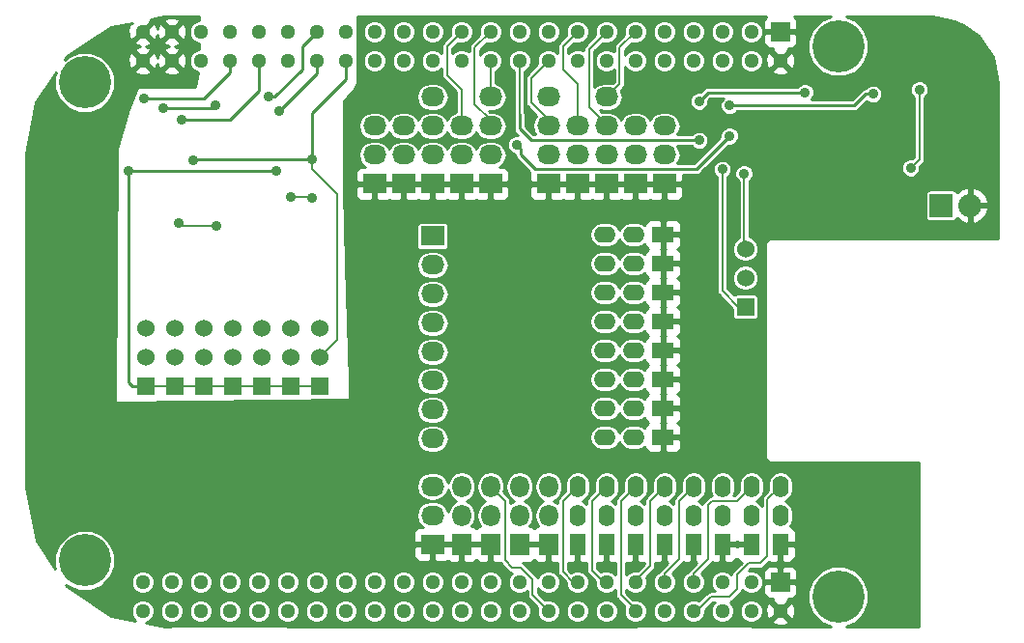
<source format=gbr>
G04 #@! TF.FileFunction,Copper,L2,Bot,Signal*
%FSLAX46Y46*%
G04 Gerber Fmt 4.6, Leading zero omitted, Abs format (unit mm)*
G04 Created by KiCad (PCBNEW 4.0.1-stable) date 3/25/2016 2:12:27 PM*
%MOMM*%
G01*
G04 APERTURE LIST*
%ADD10C,0.150000*%
%ADD11R,1.524000X1.524000*%
%ADD12C,1.524000*%
%ADD13R,2.032000X1.727200*%
%ADD14O,2.032000X1.727200*%
%ADD15C,4.572000*%
%ADD16R,1.651000X1.651000*%
%ADD17C,1.300480*%
%ADD18R,2.032000X2.032000*%
%ADD19O,2.032000X2.032000*%
%ADD20R,1.905000X1.422400*%
%ADD21O,1.905000X1.422400*%
%ADD22R,1.422400X1.905000*%
%ADD23O,1.422400X1.905000*%
%ADD24R,1.651000X1.905000*%
%ADD25O,1.651000X1.905000*%
%ADD26C,0.889000*%
%ADD27C,0.203200*%
%ADD28C,0.254000*%
G04 APERTURE END LIST*
D10*
D11*
X23749000Y-33020000D03*
D12*
X23749000Y-30480000D03*
X23749000Y-27940000D03*
D11*
X26289000Y-33020000D03*
D12*
X26289000Y-30480000D03*
X26289000Y-27940000D03*
D11*
X21209000Y-33020000D03*
D12*
X21209000Y-30480000D03*
X21209000Y-27940000D03*
D11*
X13589000Y-33020000D03*
D12*
X13589000Y-30480000D03*
X13589000Y-27940000D03*
D11*
X11049000Y-33020000D03*
D12*
X11049000Y-30480000D03*
X11049000Y-27940000D03*
D11*
X16129000Y-33020000D03*
D12*
X16129000Y-30480000D03*
X16129000Y-27940000D03*
D11*
X18669000Y-33020000D03*
D12*
X18669000Y-30480000D03*
X18669000Y-27940000D03*
D11*
X63627000Y-26035000D03*
D12*
X63627000Y-23495000D03*
X63627000Y-20955000D03*
D13*
X36195000Y-19812000D03*
D14*
X36195000Y-22352000D03*
X36195000Y-24892000D03*
X36195000Y-27432000D03*
X36195000Y-29972000D03*
X36195000Y-32512000D03*
X36195000Y-35052000D03*
X36195000Y-37592000D03*
D13*
X36195000Y-46863000D03*
D14*
X36195000Y-44323000D03*
X36195000Y-41783000D03*
D13*
X36195000Y-15240000D03*
D14*
X36195000Y-12700000D03*
X36195000Y-10160000D03*
X36195000Y-7620000D03*
D13*
X51435000Y-15240000D03*
D14*
X51435000Y-12700000D03*
X51435000Y-10160000D03*
X51435000Y-7620000D03*
D13*
X46355000Y-15240000D03*
D14*
X46355000Y-12700000D03*
X46355000Y-10160000D03*
X46355000Y-7620000D03*
D13*
X41275000Y-15240000D03*
D14*
X41275000Y-12700000D03*
X41275000Y-10160000D03*
X41275000Y-7620000D03*
D13*
X48895000Y-15240000D03*
D14*
X48895000Y-12700000D03*
X48895000Y-10160000D03*
D13*
X38735000Y-15240000D03*
D14*
X38735000Y-12700000D03*
X38735000Y-10160000D03*
D13*
X33655000Y-15240000D03*
D14*
X33655000Y-12700000D03*
X33655000Y-10160000D03*
D13*
X56515000Y-15240000D03*
D14*
X56515000Y-12700000D03*
X56515000Y-10160000D03*
D13*
X53975000Y-15240000D03*
D14*
X53975000Y-12700000D03*
X53975000Y-10160000D03*
D13*
X31115000Y-15240000D03*
D14*
X31115000Y-12700000D03*
X31115000Y-10160000D03*
D15*
X5715000Y-6350000D03*
X71755000Y-3175000D03*
X71755000Y-51435000D03*
X5715000Y-48260000D03*
D16*
X66675000Y-1905000D03*
D17*
X66675000Y-4445000D03*
X64135000Y-1905000D03*
X64135000Y-4445000D03*
X61595000Y-1905000D03*
X61595000Y-4445000D03*
X59055000Y-1905000D03*
X59055000Y-4445000D03*
X56515000Y-1905000D03*
X56515000Y-4445000D03*
X53975000Y-1905000D03*
X53975000Y-4445000D03*
X51435000Y-1905000D03*
X51435000Y-4445000D03*
X48895000Y-1905000D03*
X48895000Y-4445000D03*
X46355000Y-1905000D03*
X46355000Y-4445000D03*
X43815000Y-1905000D03*
X43815000Y-4445000D03*
X41275000Y-1905000D03*
X41275000Y-4445000D03*
X38735000Y-1905000D03*
X38735000Y-4445000D03*
X36195000Y-1905000D03*
X36195000Y-4445000D03*
X33655000Y-1905000D03*
X33655000Y-4445000D03*
X31115000Y-1905000D03*
X31115000Y-4445000D03*
X28575000Y-1905000D03*
X28575000Y-4445000D03*
X26035000Y-1905000D03*
X26035000Y-4445000D03*
X23495000Y-1905000D03*
X23495000Y-4445000D03*
X20955000Y-1905000D03*
X20955000Y-4445000D03*
X18415000Y-1905000D03*
X18415000Y-4445000D03*
X15875000Y-1905000D03*
X15875000Y-4445000D03*
X13335000Y-1905000D03*
X13335000Y-4445000D03*
X10795000Y-1905000D03*
X10795000Y-4445000D03*
D16*
X66675000Y-50165000D03*
D17*
X66675000Y-52705000D03*
X64135000Y-50165000D03*
X64135000Y-52705000D03*
X61595000Y-50165000D03*
X61595000Y-52705000D03*
X59055000Y-50165000D03*
X59055000Y-52705000D03*
X56515000Y-50165000D03*
X56515000Y-52705000D03*
X53975000Y-50165000D03*
X53975000Y-52705000D03*
X51435000Y-50165000D03*
X51435000Y-52705000D03*
X48895000Y-50165000D03*
X48895000Y-52705000D03*
X46355000Y-50165000D03*
X46355000Y-52705000D03*
X43815000Y-50165000D03*
X43815000Y-52705000D03*
X41275000Y-50165000D03*
X41275000Y-52705000D03*
X38735000Y-50165000D03*
X38735000Y-52705000D03*
X36195000Y-50165000D03*
X36195000Y-52705000D03*
X33655000Y-50165000D03*
X33655000Y-52705000D03*
X31115000Y-50165000D03*
X31115000Y-52705000D03*
X28575000Y-50165000D03*
X28575000Y-52705000D03*
X26035000Y-50165000D03*
X26035000Y-52705000D03*
X23495000Y-50165000D03*
X23495000Y-52705000D03*
X20955000Y-50165000D03*
X20955000Y-52705000D03*
X18415000Y-50165000D03*
X18415000Y-52705000D03*
X15875000Y-50165000D03*
X15875000Y-52705000D03*
X13335000Y-50165000D03*
X13335000Y-52705000D03*
X10795000Y-50165000D03*
X10795000Y-52705000D03*
D18*
X80772000Y-17145000D03*
D19*
X83312000Y-17145000D03*
D20*
X56388000Y-37465000D03*
D21*
X53848000Y-37465000D03*
X51308000Y-37465000D03*
D20*
X56388000Y-34925000D03*
D21*
X53848000Y-34925000D03*
X51308000Y-34925000D03*
D20*
X56388000Y-32385000D03*
D21*
X53848000Y-32385000D03*
X51308000Y-32385000D03*
D20*
X56388000Y-29845000D03*
D21*
X53848000Y-29845000D03*
X51308000Y-29845000D03*
D20*
X56388000Y-27305000D03*
D21*
X53848000Y-27305000D03*
X51308000Y-27305000D03*
D20*
X56388000Y-24765000D03*
D21*
X53848000Y-24765000D03*
X51308000Y-24765000D03*
D20*
X56388000Y-22225000D03*
D21*
X53848000Y-22225000D03*
X51308000Y-22225000D03*
D20*
X56388000Y-19685000D03*
D21*
X53848000Y-19685000D03*
X51308000Y-19685000D03*
D22*
X48895000Y-46863000D03*
D23*
X48895000Y-44323000D03*
X48895000Y-41783000D03*
D22*
X51435000Y-46863000D03*
D23*
X51435000Y-44323000D03*
X51435000Y-41783000D03*
D22*
X53975000Y-46863000D03*
D23*
X53975000Y-44323000D03*
X53975000Y-41783000D03*
D22*
X56515000Y-46863000D03*
D23*
X56515000Y-44323000D03*
X56515000Y-41783000D03*
D22*
X59055000Y-46863000D03*
D23*
X59055000Y-44323000D03*
X59055000Y-41783000D03*
D22*
X61595000Y-46863000D03*
D23*
X61595000Y-44323000D03*
X61595000Y-41783000D03*
D22*
X64135000Y-46863000D03*
D23*
X64135000Y-44323000D03*
X64135000Y-41783000D03*
D22*
X66675000Y-46863000D03*
D23*
X66675000Y-44323000D03*
X66675000Y-41783000D03*
D24*
X38735000Y-46863000D03*
D25*
X38735000Y-44323000D03*
X38735000Y-41783000D03*
D24*
X41275000Y-46863000D03*
D25*
X41275000Y-44323000D03*
X41275000Y-41783000D03*
D24*
X43815000Y-46863000D03*
D25*
X43815000Y-44323000D03*
X43815000Y-41783000D03*
D24*
X46355000Y-46863000D03*
D25*
X46355000Y-44323000D03*
X46355000Y-41783000D03*
D26*
X46355000Y-32512000D03*
X76073000Y-46990000D03*
X69723000Y-16129000D03*
X81534000Y-10414000D03*
X81407000Y-4318000D03*
X63246000Y-35433000D03*
X32639000Y-25400000D03*
X63500000Y-14351000D03*
X61595000Y-13970000D03*
X22479000Y-14097000D03*
X9525000Y-14097000D03*
X22733000Y-8890000D03*
X25654000Y-16510000D03*
X23749000Y-16383000D03*
X10922000Y-7747000D03*
X25654000Y-13081000D03*
X15240000Y-13208000D03*
X21844000Y-7620000D03*
X17272000Y-18923000D03*
X13970000Y-18669000D03*
X14224000Y-9652000D03*
X17145000Y-8382000D03*
X12573000Y-8636000D03*
X62230000Y-8382000D03*
X43561000Y-11811000D03*
X62230000Y-11049000D03*
X74803000Y-7366000D03*
X68834000Y-7239000D03*
X59563000Y-8001000D03*
X59563000Y-11430000D03*
X78105000Y-13843000D03*
X78867000Y-6985000D03*
D27*
X63500000Y-20828000D02*
X63627000Y-20955000D01*
X63500000Y-20828000D02*
X63500000Y-14351000D01*
X61595000Y-24638000D02*
X61595000Y-13970000D01*
X62992000Y-26035000D02*
X61595000Y-24638000D01*
X63627000Y-26035000D02*
X62992000Y-26035000D01*
X9525000Y-14097000D02*
X22479000Y-14097000D01*
X11049000Y-33020000D02*
X13589000Y-33020000D01*
X13589000Y-33020000D02*
X16129000Y-33020000D01*
X16129000Y-33020000D02*
X18669000Y-33020000D01*
X18669000Y-33020000D02*
X21209000Y-33020000D01*
X21209000Y-33020000D02*
X23749000Y-33020000D01*
X23749000Y-33020000D02*
X26289000Y-33020000D01*
D28*
X25908000Y-4572000D02*
X26035000Y-4445000D01*
X22733000Y-8890000D02*
X26035000Y-5588000D01*
X26035000Y-4445000D02*
X26035000Y-5588000D01*
X22479000Y-14097000D02*
X9525000Y-14097000D01*
X9525000Y-32639000D02*
X9906000Y-33020000D01*
X9906000Y-33020000D02*
X11049000Y-33020000D01*
X9525000Y-14097000D02*
X9525000Y-32639000D01*
D27*
X25527000Y-16383000D02*
X23749000Y-16383000D01*
X25654000Y-16510000D02*
X25527000Y-16383000D01*
D28*
X18415000Y-5461000D02*
X18415000Y-4445000D01*
X16129000Y-7747000D02*
X18415000Y-5461000D01*
X10922000Y-7747000D02*
X16129000Y-7747000D01*
D27*
X15240000Y-13208000D02*
X15367000Y-13081000D01*
X25654000Y-13970000D02*
X27813000Y-16129000D01*
X27813000Y-16129000D02*
X27813000Y-28956000D01*
X27813000Y-28956000D02*
X26289000Y-30480000D01*
X25654000Y-13081000D02*
X25654000Y-13970000D01*
D28*
X25654000Y-9017000D02*
X28575000Y-6096000D01*
X28575000Y-6096000D02*
X28575000Y-4445000D01*
X25654000Y-13081000D02*
X25654000Y-9017000D01*
X15367000Y-13081000D02*
X15240000Y-13208000D01*
X25654000Y-13081000D02*
X15367000Y-13081000D01*
X24765000Y-3175000D02*
X26035000Y-1905000D01*
X24765000Y-5207000D02*
X24765000Y-3175000D01*
X22352000Y-7620000D02*
X24765000Y-5207000D01*
X21844000Y-7620000D02*
X22352000Y-7620000D01*
D27*
X18415000Y-9652000D02*
X20955000Y-7112000D01*
X20955000Y-7112000D02*
X20955000Y-4445000D01*
D28*
X20955000Y-7112000D02*
X20955000Y-4445000D01*
X18415000Y-9652000D02*
X20955000Y-7112000D01*
D27*
X17272000Y-18923000D02*
X14224000Y-18923000D01*
X14224000Y-18923000D02*
X13970000Y-18669000D01*
D28*
X14224000Y-9652000D02*
X18415000Y-9652000D01*
X16891000Y-8636000D02*
X17145000Y-8382000D01*
X12573000Y-8636000D02*
X16891000Y-8636000D01*
D27*
X51435000Y-7620000D02*
X52578000Y-6477000D01*
X52578000Y-3302000D02*
X53975000Y-1905000D01*
X52578000Y-6477000D02*
X52578000Y-3302000D01*
X51435000Y-10160000D02*
X51435000Y-10033000D01*
X51435000Y-10033000D02*
X49911000Y-8509000D01*
X49911000Y-8509000D02*
X49911000Y-3429000D01*
X49911000Y-3429000D02*
X51435000Y-1905000D01*
X48895000Y-10160000D02*
X48895000Y-6477000D01*
X47625000Y-3175000D02*
X48895000Y-1905000D01*
X47625000Y-5207000D02*
X47625000Y-3175000D01*
X48895000Y-6477000D02*
X47625000Y-5207000D01*
X46355000Y-10160000D02*
X46355000Y-9652000D01*
X46355000Y-9652000D02*
X44831000Y-8128000D01*
X44831000Y-8128000D02*
X44831000Y-5969000D01*
X44831000Y-5969000D02*
X46355000Y-4445000D01*
X41275000Y-10160000D02*
X41275000Y-9652000D01*
X41275000Y-9652000D02*
X39878000Y-8255000D01*
X39878000Y-8255000D02*
X39878000Y-3302000D01*
X39878000Y-3302000D02*
X41275000Y-1905000D01*
X41275000Y-7620000D02*
X41275000Y-4445000D01*
X38735000Y-10160000D02*
X38735000Y-6985000D01*
X37465000Y-3175000D02*
X38735000Y-1905000D01*
X37465000Y-5715000D02*
X37465000Y-3175000D01*
X38735000Y-6985000D02*
X37465000Y-5715000D01*
D28*
X73152000Y-8382000D02*
X62230000Y-8382000D01*
X43561000Y-11811000D02*
X43942000Y-12192000D01*
X43942000Y-12192000D02*
X43942000Y-12700000D01*
X43942000Y-12700000D02*
X45212000Y-13970000D01*
X45212000Y-13970000D02*
X59309000Y-13970000D01*
X59309000Y-13970000D02*
X62230000Y-11049000D01*
X74803000Y-7366000D02*
X74168000Y-7366000D01*
X74168000Y-7366000D02*
X73152000Y-8382000D01*
D27*
X43688000Y-4572000D02*
X43815000Y-4445000D01*
X43815000Y-9144000D02*
X43815000Y-4445000D01*
D28*
X59563000Y-8001000D02*
X60325000Y-7239000D01*
X60325000Y-7239000D02*
X68834000Y-7239000D01*
X43815000Y-10414000D02*
X44831000Y-11430000D01*
X44831000Y-11430000D02*
X59563000Y-11430000D01*
X43815000Y-9144000D02*
X43815000Y-10414000D01*
D27*
X59055000Y-50165000D02*
X59055000Y-49403000D01*
X62865000Y-43053000D02*
X64135000Y-41783000D01*
X60706000Y-43053000D02*
X62865000Y-43053000D01*
X60325000Y-43434000D02*
X60706000Y-43053000D01*
X60325000Y-48133000D02*
X60325000Y-43434000D01*
X59055000Y-49403000D02*
X60325000Y-48133000D01*
X56515000Y-50165000D02*
X56515000Y-49403000D01*
X57785000Y-43053000D02*
X59055000Y-41783000D01*
X57785000Y-48133000D02*
X57785000Y-43053000D01*
X56515000Y-49403000D02*
X57785000Y-48133000D01*
X53975000Y-50165000D02*
X53975000Y-50038000D01*
X53975000Y-50038000D02*
X55245000Y-48768000D01*
X55245000Y-43053000D02*
X56515000Y-41783000D01*
X55245000Y-48768000D02*
X55245000Y-43053000D01*
X51435000Y-50165000D02*
X51181000Y-50165000D01*
X51181000Y-50165000D02*
X50165000Y-49149000D01*
X50165000Y-49149000D02*
X50165000Y-43053000D01*
X50165000Y-43053000D02*
X51435000Y-41783000D01*
X48895000Y-50165000D02*
X48514000Y-50165000D01*
X48514000Y-50165000D02*
X47625000Y-49276000D01*
X47625000Y-49276000D02*
X47625000Y-43053000D01*
X47625000Y-43053000D02*
X48895000Y-41783000D01*
X59055000Y-52705000D02*
X59309000Y-52705000D01*
X59309000Y-52705000D02*
X60579000Y-51435000D01*
X65532000Y-42926000D02*
X66675000Y-41783000D01*
X65532000Y-47879000D02*
X65532000Y-42926000D01*
X64897000Y-48514000D02*
X65532000Y-47879000D01*
X63881000Y-48514000D02*
X64897000Y-48514000D01*
X62865000Y-49530000D02*
X63881000Y-48514000D01*
X62865000Y-50800000D02*
X62865000Y-49530000D01*
X62230000Y-51435000D02*
X62865000Y-50800000D01*
X60579000Y-51435000D02*
X62230000Y-51435000D01*
X53975000Y-52705000D02*
X53975000Y-52578000D01*
X53975000Y-52578000D02*
X52705000Y-51308000D01*
X52705000Y-43053000D02*
X53975000Y-41783000D01*
X52705000Y-51308000D02*
X52705000Y-43053000D01*
X44958000Y-51308000D02*
X46355000Y-52705000D01*
X44958000Y-49911000D02*
X44958000Y-51308000D01*
X43942000Y-48895000D02*
X44958000Y-49911000D01*
X43688000Y-48895000D02*
X43942000Y-48895000D01*
X46355000Y-52705000D02*
X46355000Y-52578000D01*
X43688000Y-48895000D02*
X43180000Y-48895000D01*
X42545000Y-48260000D02*
X42545000Y-43053000D01*
X43180000Y-48895000D02*
X42545000Y-48260000D01*
X42545000Y-43053000D02*
X41275000Y-41783000D01*
X42545000Y-43053000D02*
X41275000Y-41783000D01*
X78105000Y-13843000D02*
X78867000Y-13081000D01*
X78867000Y-13081000D02*
X78867000Y-6985000D01*
D28*
G36*
X13374000Y-566500D02*
X15748000Y-566500D01*
X15748000Y-873649D01*
X15670774Y-873582D01*
X15291613Y-1030248D01*
X15001267Y-1320087D01*
X14843940Y-1698974D01*
X14843582Y-2109226D01*
X15000248Y-2488387D01*
X15290087Y-2778733D01*
X15668974Y-2936060D01*
X15748000Y-2936129D01*
X15748000Y-3413649D01*
X15670774Y-3413582D01*
X15291613Y-3570248D01*
X15001267Y-3860087D01*
X14843940Y-4238974D01*
X14843582Y-4649226D01*
X15000248Y-5028387D01*
X15290087Y-5318733D01*
X15627156Y-5458696D01*
X15388599Y-6731000D01*
X10414000Y-6731000D01*
X10365590Y-6740589D01*
X10323724Y-6768673D01*
X10296083Y-6810833D01*
X9534083Y-8715833D01*
X9530233Y-8726921D01*
X8514233Y-12155921D01*
X8509002Y-12191270D01*
X8382002Y-34289270D01*
X8391272Y-34337634D01*
X8419079Y-34379684D01*
X8461056Y-34407603D01*
X8510587Y-34416990D01*
X28830587Y-34162990D01*
X28878449Y-34152978D01*
X28920064Y-34124523D01*
X28947330Y-34082120D01*
X28955950Y-34032449D01*
X28913420Y-32512000D01*
X34770631Y-32512000D01*
X34865371Y-32988288D01*
X35135166Y-33392065D01*
X35538943Y-33661860D01*
X36015231Y-33756600D01*
X36374769Y-33756600D01*
X36851057Y-33661860D01*
X37254834Y-33392065D01*
X37524629Y-32988288D01*
X37619369Y-32512000D01*
X37524629Y-32035712D01*
X37254834Y-31631935D01*
X36851057Y-31362140D01*
X36374769Y-31267400D01*
X36015231Y-31267400D01*
X35538943Y-31362140D01*
X35135166Y-31631935D01*
X34865371Y-32035712D01*
X34770631Y-32512000D01*
X28913420Y-32512000D01*
X28842372Y-29972000D01*
X34770631Y-29972000D01*
X34865371Y-30448288D01*
X35135166Y-30852065D01*
X35538943Y-31121860D01*
X36015231Y-31216600D01*
X36374769Y-31216600D01*
X36851057Y-31121860D01*
X37254834Y-30852065D01*
X37524629Y-30448288D01*
X37619369Y-29972000D01*
X37524629Y-29495712D01*
X37254834Y-29091935D01*
X36851057Y-28822140D01*
X36374769Y-28727400D01*
X36015231Y-28727400D01*
X35538943Y-28822140D01*
X35135166Y-29091935D01*
X34865371Y-29495712D01*
X34770631Y-29972000D01*
X28842372Y-29972000D01*
X28771323Y-27432000D01*
X34770631Y-27432000D01*
X34865371Y-27908288D01*
X35135166Y-28312065D01*
X35538943Y-28581860D01*
X36015231Y-28676600D01*
X36374769Y-28676600D01*
X36851057Y-28581860D01*
X37254834Y-28312065D01*
X37524629Y-27908288D01*
X37619369Y-27432000D01*
X37524629Y-26955712D01*
X37254834Y-26551935D01*
X36851057Y-26282140D01*
X36374769Y-26187400D01*
X36015231Y-26187400D01*
X35538943Y-26282140D01*
X35135166Y-26551935D01*
X34865371Y-26955712D01*
X34770631Y-27432000D01*
X28771323Y-27432000D01*
X28700274Y-24892000D01*
X34770631Y-24892000D01*
X34865371Y-25368288D01*
X35135166Y-25772065D01*
X35538943Y-26041860D01*
X36015231Y-26136600D01*
X36374769Y-26136600D01*
X36851057Y-26041860D01*
X37254834Y-25772065D01*
X37524629Y-25368288D01*
X37619369Y-24892000D01*
X37524629Y-24415712D01*
X37254834Y-24011935D01*
X36851057Y-23742140D01*
X36374769Y-23647400D01*
X36015231Y-23647400D01*
X35538943Y-23742140D01*
X35135166Y-24011935D01*
X34865371Y-24415712D01*
X34770631Y-24892000D01*
X28700274Y-24892000D01*
X28629225Y-22352000D01*
X34770631Y-22352000D01*
X34865371Y-22828288D01*
X35135166Y-23232065D01*
X35538943Y-23501860D01*
X36015231Y-23596600D01*
X36374769Y-23596600D01*
X36851057Y-23501860D01*
X37254834Y-23232065D01*
X37524629Y-22828288D01*
X37619369Y-22352000D01*
X37524629Y-21875712D01*
X37254834Y-21471935D01*
X36851057Y-21202140D01*
X36374769Y-21107400D01*
X36015231Y-21107400D01*
X35538943Y-21202140D01*
X35135166Y-21471935D01*
X34865371Y-21875712D01*
X34770631Y-22352000D01*
X28629225Y-22352000D01*
X28534019Y-18948400D01*
X34790536Y-18948400D01*
X34790536Y-20675600D01*
X34817103Y-20816790D01*
X34900546Y-20946465D01*
X35027866Y-21033459D01*
X35179000Y-21064064D01*
X37211000Y-21064064D01*
X37352190Y-21037497D01*
X37481865Y-20954054D01*
X37568859Y-20826734D01*
X37599464Y-20675600D01*
X37599464Y-19685000D01*
X49948375Y-19685000D01*
X50031514Y-20102967D01*
X50268273Y-20457302D01*
X50622608Y-20694061D01*
X51040575Y-20777200D01*
X51575425Y-20777200D01*
X51993392Y-20694061D01*
X52347727Y-20457302D01*
X52578000Y-20112674D01*
X52808273Y-20457302D01*
X53162608Y-20694061D01*
X53580575Y-20777200D01*
X54115425Y-20777200D01*
X54533392Y-20694061D01*
X54800500Y-20515585D01*
X54800500Y-20522510D01*
X54897173Y-20755899D01*
X55075802Y-20934527D01*
X55125228Y-20955000D01*
X55075802Y-20975473D01*
X54897173Y-21154101D01*
X54800500Y-21387490D01*
X54800500Y-21394415D01*
X54533392Y-21215939D01*
X54115425Y-21132800D01*
X53580575Y-21132800D01*
X53162608Y-21215939D01*
X52808273Y-21452698D01*
X52578000Y-21797326D01*
X52347727Y-21452698D01*
X51993392Y-21215939D01*
X51575425Y-21132800D01*
X51040575Y-21132800D01*
X50622608Y-21215939D01*
X50268273Y-21452698D01*
X50031514Y-21807033D01*
X49948375Y-22225000D01*
X50031514Y-22642967D01*
X50268273Y-22997302D01*
X50622608Y-23234061D01*
X51040575Y-23317200D01*
X51575425Y-23317200D01*
X51993392Y-23234061D01*
X52347727Y-22997302D01*
X52578000Y-22652674D01*
X52808273Y-22997302D01*
X53162608Y-23234061D01*
X53580575Y-23317200D01*
X54115425Y-23317200D01*
X54533392Y-23234061D01*
X54800500Y-23055585D01*
X54800500Y-23062510D01*
X54897173Y-23295899D01*
X55075802Y-23474527D01*
X55125228Y-23495000D01*
X55075802Y-23515473D01*
X54897173Y-23694101D01*
X54800500Y-23927490D01*
X54800500Y-23934415D01*
X54533392Y-23755939D01*
X54115425Y-23672800D01*
X53580575Y-23672800D01*
X53162608Y-23755939D01*
X52808273Y-23992698D01*
X52578000Y-24337326D01*
X52347727Y-23992698D01*
X51993392Y-23755939D01*
X51575425Y-23672800D01*
X51040575Y-23672800D01*
X50622608Y-23755939D01*
X50268273Y-23992698D01*
X50031514Y-24347033D01*
X49948375Y-24765000D01*
X50031514Y-25182967D01*
X50268273Y-25537302D01*
X50622608Y-25774061D01*
X51040575Y-25857200D01*
X51575425Y-25857200D01*
X51993392Y-25774061D01*
X52347727Y-25537302D01*
X52578000Y-25192674D01*
X52808273Y-25537302D01*
X53162608Y-25774061D01*
X53580575Y-25857200D01*
X54115425Y-25857200D01*
X54533392Y-25774061D01*
X54800500Y-25595585D01*
X54800500Y-25602510D01*
X54897173Y-25835899D01*
X55075802Y-26014527D01*
X55125228Y-26035000D01*
X55075802Y-26055473D01*
X54897173Y-26234101D01*
X54800500Y-26467490D01*
X54800500Y-26474415D01*
X54533392Y-26295939D01*
X54115425Y-26212800D01*
X53580575Y-26212800D01*
X53162608Y-26295939D01*
X52808273Y-26532698D01*
X52578000Y-26877326D01*
X52347727Y-26532698D01*
X51993392Y-26295939D01*
X51575425Y-26212800D01*
X51040575Y-26212800D01*
X50622608Y-26295939D01*
X50268273Y-26532698D01*
X50031514Y-26887033D01*
X49948375Y-27305000D01*
X50031514Y-27722967D01*
X50268273Y-28077302D01*
X50622608Y-28314061D01*
X51040575Y-28397200D01*
X51575425Y-28397200D01*
X51993392Y-28314061D01*
X52347727Y-28077302D01*
X52578000Y-27732674D01*
X52808273Y-28077302D01*
X53162608Y-28314061D01*
X53580575Y-28397200D01*
X54115425Y-28397200D01*
X54533392Y-28314061D01*
X54800500Y-28135585D01*
X54800500Y-28142510D01*
X54897173Y-28375899D01*
X55075802Y-28554527D01*
X55125228Y-28575000D01*
X55075802Y-28595473D01*
X54897173Y-28774101D01*
X54800500Y-29007490D01*
X54800500Y-29014415D01*
X54533392Y-28835939D01*
X54115425Y-28752800D01*
X53580575Y-28752800D01*
X53162608Y-28835939D01*
X52808273Y-29072698D01*
X52578000Y-29417326D01*
X52347727Y-29072698D01*
X51993392Y-28835939D01*
X51575425Y-28752800D01*
X51040575Y-28752800D01*
X50622608Y-28835939D01*
X50268273Y-29072698D01*
X50031514Y-29427033D01*
X49948375Y-29845000D01*
X50031514Y-30262967D01*
X50268273Y-30617302D01*
X50622608Y-30854061D01*
X51040575Y-30937200D01*
X51575425Y-30937200D01*
X51993392Y-30854061D01*
X52347727Y-30617302D01*
X52578000Y-30272674D01*
X52808273Y-30617302D01*
X53162608Y-30854061D01*
X53580575Y-30937200D01*
X54115425Y-30937200D01*
X54533392Y-30854061D01*
X54800500Y-30675585D01*
X54800500Y-30682510D01*
X54897173Y-30915899D01*
X55075802Y-31094527D01*
X55125228Y-31115000D01*
X55075802Y-31135473D01*
X54897173Y-31314101D01*
X54800500Y-31547490D01*
X54800500Y-31554415D01*
X54533392Y-31375939D01*
X54115425Y-31292800D01*
X53580575Y-31292800D01*
X53162608Y-31375939D01*
X52808273Y-31612698D01*
X52578000Y-31957326D01*
X52347727Y-31612698D01*
X51993392Y-31375939D01*
X51575425Y-31292800D01*
X51040575Y-31292800D01*
X50622608Y-31375939D01*
X50268273Y-31612698D01*
X50031514Y-31967033D01*
X49948375Y-32385000D01*
X50031514Y-32802967D01*
X50268273Y-33157302D01*
X50622608Y-33394061D01*
X51040575Y-33477200D01*
X51575425Y-33477200D01*
X51993392Y-33394061D01*
X52347727Y-33157302D01*
X52578000Y-32812674D01*
X52808273Y-33157302D01*
X53162608Y-33394061D01*
X53580575Y-33477200D01*
X54115425Y-33477200D01*
X54533392Y-33394061D01*
X54800500Y-33215585D01*
X54800500Y-33222510D01*
X54897173Y-33455899D01*
X55075802Y-33634527D01*
X55125228Y-33655000D01*
X55075802Y-33675473D01*
X54897173Y-33854101D01*
X54800500Y-34087490D01*
X54800500Y-34094415D01*
X54533392Y-33915939D01*
X54115425Y-33832800D01*
X53580575Y-33832800D01*
X53162608Y-33915939D01*
X52808273Y-34152698D01*
X52578000Y-34497326D01*
X52347727Y-34152698D01*
X51993392Y-33915939D01*
X51575425Y-33832800D01*
X51040575Y-33832800D01*
X50622608Y-33915939D01*
X50268273Y-34152698D01*
X50031514Y-34507033D01*
X49948375Y-34925000D01*
X50031514Y-35342967D01*
X50268273Y-35697302D01*
X50622608Y-35934061D01*
X51040575Y-36017200D01*
X51575425Y-36017200D01*
X51993392Y-35934061D01*
X52347727Y-35697302D01*
X52578000Y-35352674D01*
X52808273Y-35697302D01*
X53162608Y-35934061D01*
X53580575Y-36017200D01*
X54115425Y-36017200D01*
X54533392Y-35934061D01*
X54800500Y-35755585D01*
X54800500Y-35762510D01*
X54897173Y-35995899D01*
X55075802Y-36174527D01*
X55125228Y-36195000D01*
X55075802Y-36215473D01*
X54897173Y-36394101D01*
X54800500Y-36627490D01*
X54800500Y-36634415D01*
X54533392Y-36455939D01*
X54115425Y-36372800D01*
X53580575Y-36372800D01*
X53162608Y-36455939D01*
X52808273Y-36692698D01*
X52578000Y-37037326D01*
X52347727Y-36692698D01*
X51993392Y-36455939D01*
X51575425Y-36372800D01*
X51040575Y-36372800D01*
X50622608Y-36455939D01*
X50268273Y-36692698D01*
X50031514Y-37047033D01*
X49948375Y-37465000D01*
X50031514Y-37882967D01*
X50268273Y-38237302D01*
X50622608Y-38474061D01*
X51040575Y-38557200D01*
X51575425Y-38557200D01*
X51993392Y-38474061D01*
X52347727Y-38237302D01*
X52578000Y-37892674D01*
X52808273Y-38237302D01*
X53162608Y-38474061D01*
X53580575Y-38557200D01*
X54115425Y-38557200D01*
X54533392Y-38474061D01*
X54800500Y-38295585D01*
X54800500Y-38302510D01*
X54897173Y-38535899D01*
X55075802Y-38714527D01*
X55309191Y-38811200D01*
X56102250Y-38811200D01*
X56261000Y-38652450D01*
X56261000Y-37592000D01*
X56515000Y-37592000D01*
X56515000Y-38652450D01*
X56673750Y-38811200D01*
X57466809Y-38811200D01*
X57700198Y-38714527D01*
X57878827Y-38535899D01*
X57975500Y-38302510D01*
X57975500Y-37750750D01*
X57816750Y-37592000D01*
X56515000Y-37592000D01*
X56261000Y-37592000D01*
X56241000Y-37592000D01*
X56241000Y-37338000D01*
X56261000Y-37338000D01*
X56261000Y-36277550D01*
X56178450Y-36195000D01*
X56261000Y-36112450D01*
X56261000Y-35052000D01*
X56515000Y-35052000D01*
X56515000Y-36112450D01*
X56597550Y-36195000D01*
X56515000Y-36277550D01*
X56515000Y-37338000D01*
X57816750Y-37338000D01*
X57975500Y-37179250D01*
X57975500Y-36627490D01*
X57878827Y-36394101D01*
X57700198Y-36215473D01*
X57650772Y-36195000D01*
X57700198Y-36174527D01*
X57878827Y-35995899D01*
X57975500Y-35762510D01*
X57975500Y-35210750D01*
X57816750Y-35052000D01*
X56515000Y-35052000D01*
X56261000Y-35052000D01*
X56241000Y-35052000D01*
X56241000Y-34798000D01*
X56261000Y-34798000D01*
X56261000Y-33737550D01*
X56178450Y-33655000D01*
X56261000Y-33572450D01*
X56261000Y-32512000D01*
X56515000Y-32512000D01*
X56515000Y-33572450D01*
X56597550Y-33655000D01*
X56515000Y-33737550D01*
X56515000Y-34798000D01*
X57816750Y-34798000D01*
X57975500Y-34639250D01*
X57975500Y-34087490D01*
X57878827Y-33854101D01*
X57700198Y-33675473D01*
X57650772Y-33655000D01*
X57700198Y-33634527D01*
X57878827Y-33455899D01*
X57975500Y-33222510D01*
X57975500Y-32670750D01*
X57816750Y-32512000D01*
X56515000Y-32512000D01*
X56261000Y-32512000D01*
X56241000Y-32512000D01*
X56241000Y-32258000D01*
X56261000Y-32258000D01*
X56261000Y-31197550D01*
X56178450Y-31115000D01*
X56261000Y-31032450D01*
X56261000Y-29972000D01*
X56515000Y-29972000D01*
X56515000Y-31032450D01*
X56597550Y-31115000D01*
X56515000Y-31197550D01*
X56515000Y-32258000D01*
X57816750Y-32258000D01*
X57975500Y-32099250D01*
X57975500Y-31547490D01*
X57878827Y-31314101D01*
X57700198Y-31135473D01*
X57650772Y-31115000D01*
X57700198Y-31094527D01*
X57878827Y-30915899D01*
X57975500Y-30682510D01*
X57975500Y-30130750D01*
X57816750Y-29972000D01*
X56515000Y-29972000D01*
X56261000Y-29972000D01*
X56241000Y-29972000D01*
X56241000Y-29718000D01*
X56261000Y-29718000D01*
X56261000Y-28657550D01*
X56178450Y-28575000D01*
X56261000Y-28492450D01*
X56261000Y-27432000D01*
X56515000Y-27432000D01*
X56515000Y-28492450D01*
X56597550Y-28575000D01*
X56515000Y-28657550D01*
X56515000Y-29718000D01*
X57816750Y-29718000D01*
X57975500Y-29559250D01*
X57975500Y-29007490D01*
X57878827Y-28774101D01*
X57700198Y-28595473D01*
X57650772Y-28575000D01*
X57700198Y-28554527D01*
X57878827Y-28375899D01*
X57975500Y-28142510D01*
X57975500Y-27590750D01*
X57816750Y-27432000D01*
X56515000Y-27432000D01*
X56261000Y-27432000D01*
X56241000Y-27432000D01*
X56241000Y-27178000D01*
X56261000Y-27178000D01*
X56261000Y-26117550D01*
X56178450Y-26035000D01*
X56261000Y-25952450D01*
X56261000Y-24892000D01*
X56515000Y-24892000D01*
X56515000Y-25952450D01*
X56597550Y-26035000D01*
X56515000Y-26117550D01*
X56515000Y-27178000D01*
X57816750Y-27178000D01*
X57975500Y-27019250D01*
X57975500Y-26467490D01*
X57878827Y-26234101D01*
X57700198Y-26055473D01*
X57650772Y-26035000D01*
X57700198Y-26014527D01*
X57878827Y-25835899D01*
X57975500Y-25602510D01*
X57975500Y-25050750D01*
X57816750Y-24892000D01*
X56515000Y-24892000D01*
X56261000Y-24892000D01*
X56241000Y-24892000D01*
X56241000Y-24638000D01*
X56261000Y-24638000D01*
X56261000Y-23577550D01*
X56178450Y-23495000D01*
X56261000Y-23412450D01*
X56261000Y-22352000D01*
X56515000Y-22352000D01*
X56515000Y-23412450D01*
X56597550Y-23495000D01*
X56515000Y-23577550D01*
X56515000Y-24638000D01*
X57816750Y-24638000D01*
X57975500Y-24479250D01*
X57975500Y-23927490D01*
X57878827Y-23694101D01*
X57700198Y-23515473D01*
X57650772Y-23495000D01*
X57700198Y-23474527D01*
X57878827Y-23295899D01*
X57975500Y-23062510D01*
X57975500Y-22510750D01*
X57816750Y-22352000D01*
X56515000Y-22352000D01*
X56261000Y-22352000D01*
X56241000Y-22352000D01*
X56241000Y-22098000D01*
X56261000Y-22098000D01*
X56261000Y-21037550D01*
X56178450Y-20955000D01*
X56261000Y-20872450D01*
X56261000Y-19812000D01*
X56515000Y-19812000D01*
X56515000Y-20872450D01*
X56597550Y-20955000D01*
X56515000Y-21037550D01*
X56515000Y-22098000D01*
X57816750Y-22098000D01*
X57975500Y-21939250D01*
X57975500Y-21387490D01*
X57878827Y-21154101D01*
X57700198Y-20975473D01*
X57650772Y-20955000D01*
X57700198Y-20934527D01*
X57878827Y-20755899D01*
X57975500Y-20522510D01*
X57975500Y-19970750D01*
X57816750Y-19812000D01*
X56515000Y-19812000D01*
X56261000Y-19812000D01*
X56241000Y-19812000D01*
X56241000Y-19558000D01*
X56261000Y-19558000D01*
X56261000Y-18497550D01*
X56515000Y-18497550D01*
X56515000Y-19558000D01*
X57816750Y-19558000D01*
X57975500Y-19399250D01*
X57975500Y-18847490D01*
X57878827Y-18614101D01*
X57700198Y-18435473D01*
X57466809Y-18338800D01*
X56673750Y-18338800D01*
X56515000Y-18497550D01*
X56261000Y-18497550D01*
X56102250Y-18338800D01*
X55309191Y-18338800D01*
X55075802Y-18435473D01*
X54897173Y-18614101D01*
X54800500Y-18847490D01*
X54800500Y-18854415D01*
X54533392Y-18675939D01*
X54115425Y-18592800D01*
X53580575Y-18592800D01*
X53162608Y-18675939D01*
X52808273Y-18912698D01*
X52578000Y-19257326D01*
X52347727Y-18912698D01*
X51993392Y-18675939D01*
X51575425Y-18592800D01*
X51040575Y-18592800D01*
X50622608Y-18675939D01*
X50268273Y-18912698D01*
X50031514Y-19267033D01*
X49948375Y-19685000D01*
X37599464Y-19685000D01*
X37599464Y-18948400D01*
X37572897Y-18807210D01*
X37489454Y-18677535D01*
X37362134Y-18590541D01*
X37211000Y-18559936D01*
X35179000Y-18559936D01*
X35037810Y-18586503D01*
X34908135Y-18669946D01*
X34821141Y-18797266D01*
X34790536Y-18948400D01*
X28534019Y-18948400D01*
X28448000Y-15873237D01*
X28448000Y-15525750D01*
X29464000Y-15525750D01*
X29464000Y-16229910D01*
X29560673Y-16463299D01*
X29739302Y-16641927D01*
X29972691Y-16738600D01*
X30829250Y-16738600D01*
X30988000Y-16579850D01*
X30988000Y-15367000D01*
X31242000Y-15367000D01*
X31242000Y-16579850D01*
X31400750Y-16738600D01*
X32257309Y-16738600D01*
X32385000Y-16685709D01*
X32512691Y-16738600D01*
X33369250Y-16738600D01*
X33528000Y-16579850D01*
X33528000Y-15367000D01*
X33782000Y-15367000D01*
X33782000Y-16579850D01*
X33940750Y-16738600D01*
X34797309Y-16738600D01*
X34925000Y-16685709D01*
X35052691Y-16738600D01*
X35909250Y-16738600D01*
X36068000Y-16579850D01*
X36068000Y-15367000D01*
X36322000Y-15367000D01*
X36322000Y-16579850D01*
X36480750Y-16738600D01*
X37337309Y-16738600D01*
X37465000Y-16685709D01*
X37592691Y-16738600D01*
X38449250Y-16738600D01*
X38608000Y-16579850D01*
X38608000Y-15367000D01*
X38862000Y-15367000D01*
X38862000Y-16579850D01*
X39020750Y-16738600D01*
X39877309Y-16738600D01*
X40005000Y-16685709D01*
X40132691Y-16738600D01*
X40989250Y-16738600D01*
X41148000Y-16579850D01*
X41148000Y-15367000D01*
X41402000Y-15367000D01*
X41402000Y-16579850D01*
X41560750Y-16738600D01*
X42417309Y-16738600D01*
X42650698Y-16641927D01*
X42829327Y-16463299D01*
X42926000Y-16229910D01*
X42926000Y-15525750D01*
X44704000Y-15525750D01*
X44704000Y-16229910D01*
X44800673Y-16463299D01*
X44979302Y-16641927D01*
X45212691Y-16738600D01*
X46069250Y-16738600D01*
X46228000Y-16579850D01*
X46228000Y-15367000D01*
X46482000Y-15367000D01*
X46482000Y-16579850D01*
X46640750Y-16738600D01*
X47497309Y-16738600D01*
X47625000Y-16685709D01*
X47752691Y-16738600D01*
X48609250Y-16738600D01*
X48768000Y-16579850D01*
X48768000Y-15367000D01*
X49022000Y-15367000D01*
X49022000Y-16579850D01*
X49180750Y-16738600D01*
X50037309Y-16738600D01*
X50165000Y-16685709D01*
X50292691Y-16738600D01*
X51149250Y-16738600D01*
X51308000Y-16579850D01*
X51308000Y-15367000D01*
X51562000Y-15367000D01*
X51562000Y-16579850D01*
X51720750Y-16738600D01*
X52577309Y-16738600D01*
X52705000Y-16685709D01*
X52832691Y-16738600D01*
X53689250Y-16738600D01*
X53848000Y-16579850D01*
X53848000Y-15367000D01*
X54102000Y-15367000D01*
X54102000Y-16579850D01*
X54260750Y-16738600D01*
X55117309Y-16738600D01*
X55245000Y-16685709D01*
X55372691Y-16738600D01*
X56229250Y-16738600D01*
X56388000Y-16579850D01*
X56388000Y-15367000D01*
X56642000Y-15367000D01*
X56642000Y-16579850D01*
X56800750Y-16738600D01*
X57657309Y-16738600D01*
X57890698Y-16641927D01*
X58069327Y-16463299D01*
X58166000Y-16229910D01*
X58166000Y-15525750D01*
X58007250Y-15367000D01*
X56642000Y-15367000D01*
X56388000Y-15367000D01*
X54102000Y-15367000D01*
X53848000Y-15367000D01*
X51562000Y-15367000D01*
X51308000Y-15367000D01*
X49022000Y-15367000D01*
X48768000Y-15367000D01*
X46482000Y-15367000D01*
X46228000Y-15367000D01*
X44862750Y-15367000D01*
X44704000Y-15525750D01*
X42926000Y-15525750D01*
X42767250Y-15367000D01*
X41402000Y-15367000D01*
X41148000Y-15367000D01*
X38862000Y-15367000D01*
X38608000Y-15367000D01*
X36322000Y-15367000D01*
X36068000Y-15367000D01*
X33782000Y-15367000D01*
X33528000Y-15367000D01*
X31242000Y-15367000D01*
X30988000Y-15367000D01*
X29622750Y-15367000D01*
X29464000Y-15525750D01*
X28448000Y-15525750D01*
X28448000Y-14250090D01*
X29464000Y-14250090D01*
X29464000Y-14954250D01*
X29622750Y-15113000D01*
X30988000Y-15113000D01*
X30988000Y-15093000D01*
X31242000Y-15093000D01*
X31242000Y-15113000D01*
X33528000Y-15113000D01*
X33528000Y-15093000D01*
X33782000Y-15093000D01*
X33782000Y-15113000D01*
X36068000Y-15113000D01*
X36068000Y-15093000D01*
X36322000Y-15093000D01*
X36322000Y-15113000D01*
X38608000Y-15113000D01*
X38608000Y-15093000D01*
X38862000Y-15093000D01*
X38862000Y-15113000D01*
X41148000Y-15113000D01*
X41148000Y-15093000D01*
X41402000Y-15093000D01*
X41402000Y-15113000D01*
X42767250Y-15113000D01*
X42926000Y-14954250D01*
X42926000Y-14250090D01*
X42829327Y-14016701D01*
X42650698Y-13838073D01*
X42417309Y-13741400D01*
X42093379Y-13741400D01*
X42334834Y-13580065D01*
X42604629Y-13176288D01*
X42699369Y-12700000D01*
X42604629Y-12223712D01*
X42438099Y-11974482D01*
X42735357Y-11974482D01*
X42860767Y-12277998D01*
X43092781Y-12510417D01*
X43396077Y-12636357D01*
X43434000Y-12636390D01*
X43434000Y-12700000D01*
X43472669Y-12894403D01*
X43582790Y-13059210D01*
X44724406Y-14200826D01*
X44704000Y-14250090D01*
X44704000Y-14954250D01*
X44862750Y-15113000D01*
X46228000Y-15113000D01*
X46228000Y-15093000D01*
X46482000Y-15093000D01*
X46482000Y-15113000D01*
X48768000Y-15113000D01*
X48768000Y-15093000D01*
X49022000Y-15093000D01*
X49022000Y-15113000D01*
X51308000Y-15113000D01*
X51308000Y-15093000D01*
X51562000Y-15093000D01*
X51562000Y-15113000D01*
X53848000Y-15113000D01*
X53848000Y-15093000D01*
X54102000Y-15093000D01*
X54102000Y-15113000D01*
X56388000Y-15113000D01*
X56388000Y-15093000D01*
X56642000Y-15093000D01*
X56642000Y-15113000D01*
X58007250Y-15113000D01*
X58166000Y-14954250D01*
X58166000Y-14478000D01*
X59309000Y-14478000D01*
X59503403Y-14439331D01*
X59668210Y-14329210D01*
X59863938Y-14133482D01*
X60769357Y-14133482D01*
X60894767Y-14436998D01*
X61112400Y-14655011D01*
X61112400Y-24638000D01*
X61149136Y-24822683D01*
X61253750Y-24979250D01*
X62476536Y-26202035D01*
X62476536Y-26797000D01*
X62503103Y-26938190D01*
X62586546Y-27067865D01*
X62713866Y-27154859D01*
X62865000Y-27185464D01*
X64389000Y-27185464D01*
X64530190Y-27158897D01*
X64659865Y-27075454D01*
X64746859Y-26948134D01*
X64777464Y-26797000D01*
X64777464Y-25273000D01*
X64750897Y-25131810D01*
X64667454Y-25002135D01*
X64540134Y-24915141D01*
X64389000Y-24884536D01*
X62865000Y-24884536D01*
X62723810Y-24911103D01*
X62618419Y-24978920D01*
X62077600Y-24438100D01*
X62077600Y-23721359D01*
X62483802Y-23721359D01*
X62657446Y-24141612D01*
X62978697Y-24463423D01*
X63398646Y-24637801D01*
X63853359Y-24638198D01*
X64273612Y-24464554D01*
X64595423Y-24143303D01*
X64769801Y-23723354D01*
X64770198Y-23268641D01*
X64596554Y-22848388D01*
X64275303Y-22526577D01*
X63855354Y-22352199D01*
X63400641Y-22351802D01*
X62980388Y-22525446D01*
X62658577Y-22846697D01*
X62484199Y-23266646D01*
X62483802Y-23721359D01*
X62077600Y-23721359D01*
X62077600Y-21181359D01*
X62483802Y-21181359D01*
X62657446Y-21601612D01*
X62978697Y-21923423D01*
X63398646Y-22097801D01*
X63853359Y-22098198D01*
X64273612Y-21924554D01*
X64595423Y-21603303D01*
X64769801Y-21183354D01*
X64770198Y-20728641D01*
X64596554Y-20308388D01*
X64275303Y-19986577D01*
X63982600Y-19865036D01*
X63982600Y-16129000D01*
X79367536Y-16129000D01*
X79367536Y-18161000D01*
X79394103Y-18302190D01*
X79477546Y-18431865D01*
X79604866Y-18518859D01*
X79756000Y-18549464D01*
X81788000Y-18549464D01*
X81929190Y-18522897D01*
X82058865Y-18439454D01*
X82145859Y-18312134D01*
X82152704Y-18278330D01*
X82447182Y-18551385D01*
X82929056Y-18750975D01*
X83185000Y-18631836D01*
X83185000Y-17272000D01*
X83439000Y-17272000D01*
X83439000Y-18631836D01*
X83694944Y-18750975D01*
X84176818Y-18551385D01*
X84649188Y-18113379D01*
X84917983Y-17527946D01*
X84799367Y-17272000D01*
X83439000Y-17272000D01*
X83185000Y-17272000D01*
X83165000Y-17272000D01*
X83165000Y-17018000D01*
X83185000Y-17018000D01*
X83185000Y-15658164D01*
X83439000Y-15658164D01*
X83439000Y-17018000D01*
X84799367Y-17018000D01*
X84917983Y-16762054D01*
X84649188Y-16176621D01*
X84176818Y-15738615D01*
X83694944Y-15539025D01*
X83439000Y-15658164D01*
X83185000Y-15658164D01*
X82929056Y-15539025D01*
X82447182Y-15738615D01*
X82154137Y-16010342D01*
X82149897Y-15987810D01*
X82066454Y-15858135D01*
X81939134Y-15771141D01*
X81788000Y-15740536D01*
X79756000Y-15740536D01*
X79614810Y-15767103D01*
X79485135Y-15850546D01*
X79398141Y-15977866D01*
X79367536Y-16129000D01*
X63982600Y-16129000D01*
X63982600Y-15035658D01*
X64199417Y-14819219D01*
X64325357Y-14515923D01*
X64325643Y-14187518D01*
X64250841Y-14006482D01*
X77279357Y-14006482D01*
X77404767Y-14309998D01*
X77636781Y-14542417D01*
X77940077Y-14668357D01*
X78268482Y-14668643D01*
X78571998Y-14543233D01*
X78804417Y-14311219D01*
X78930357Y-14007923D01*
X78930625Y-13699875D01*
X79208250Y-13422250D01*
X79312864Y-13265683D01*
X79349601Y-13081000D01*
X79349600Y-13080995D01*
X79349600Y-7669658D01*
X79566417Y-7453219D01*
X79692357Y-7149923D01*
X79692643Y-6821518D01*
X79567233Y-6518002D01*
X79335219Y-6285583D01*
X79031923Y-6159643D01*
X78703518Y-6159357D01*
X78400002Y-6284767D01*
X78167583Y-6516781D01*
X78041643Y-6820077D01*
X78041357Y-7148482D01*
X78166767Y-7451998D01*
X78384400Y-7670011D01*
X78384400Y-12881100D01*
X78247876Y-13017624D01*
X77941518Y-13017357D01*
X77638002Y-13142767D01*
X77405583Y-13374781D01*
X77279643Y-13678077D01*
X77279357Y-14006482D01*
X64250841Y-14006482D01*
X64200233Y-13884002D01*
X63968219Y-13651583D01*
X63664923Y-13525643D01*
X63336518Y-13525357D01*
X63033002Y-13650767D01*
X62800583Y-13882781D01*
X62674643Y-14186077D01*
X62674357Y-14514482D01*
X62799767Y-14817998D01*
X63017400Y-15036011D01*
X63017400Y-19970153D01*
X62980388Y-19985446D01*
X62658577Y-20306697D01*
X62484199Y-20726646D01*
X62483802Y-21181359D01*
X62077600Y-21181359D01*
X62077600Y-14654658D01*
X62294417Y-14438219D01*
X62420357Y-14134923D01*
X62420643Y-13806518D01*
X62295233Y-13503002D01*
X62063219Y-13270583D01*
X61759923Y-13144643D01*
X61431518Y-13144357D01*
X61128002Y-13269767D01*
X60895583Y-13501781D01*
X60769643Y-13805077D01*
X60769357Y-14133482D01*
X59863938Y-14133482D01*
X62123013Y-11874407D01*
X62393482Y-11874643D01*
X62696998Y-11749233D01*
X62929417Y-11517219D01*
X63055357Y-11213923D01*
X63055643Y-10885518D01*
X62930233Y-10582002D01*
X62698219Y-10349583D01*
X62394923Y-10223643D01*
X62066518Y-10223357D01*
X61763002Y-10348767D01*
X61530583Y-10580781D01*
X61404643Y-10884077D01*
X61404406Y-11156174D01*
X59098580Y-13462000D01*
X57653722Y-13462000D01*
X57844629Y-13176288D01*
X57939369Y-12700000D01*
X57844629Y-12223712D01*
X57653722Y-11938000D01*
X58903698Y-11938000D01*
X59094781Y-12129417D01*
X59398077Y-12255357D01*
X59726482Y-12255643D01*
X60029998Y-12130233D01*
X60262417Y-11898219D01*
X60388357Y-11594923D01*
X60388643Y-11266518D01*
X60263233Y-10963002D01*
X60031219Y-10730583D01*
X59727923Y-10604643D01*
X59399518Y-10604357D01*
X59096002Y-10729767D01*
X58903433Y-10922000D01*
X57653722Y-10922000D01*
X57844629Y-10636288D01*
X57939369Y-10160000D01*
X57844629Y-9683712D01*
X57574834Y-9279935D01*
X57171057Y-9010140D01*
X56694769Y-8915400D01*
X56335231Y-8915400D01*
X55858943Y-9010140D01*
X55455166Y-9279935D01*
X55245000Y-9594471D01*
X55034834Y-9279935D01*
X54631057Y-9010140D01*
X54154769Y-8915400D01*
X53795231Y-8915400D01*
X53318943Y-9010140D01*
X52915166Y-9279935D01*
X52705000Y-9594471D01*
X52494834Y-9279935D01*
X52091057Y-9010140D01*
X51614769Y-8915400D01*
X51255231Y-8915400D01*
X51042262Y-8957762D01*
X50873086Y-8788586D01*
X51255231Y-8864600D01*
X51614769Y-8864600D01*
X52091057Y-8769860D01*
X52494834Y-8500065D01*
X52719063Y-8164482D01*
X58737357Y-8164482D01*
X58862767Y-8467998D01*
X59094781Y-8700417D01*
X59398077Y-8826357D01*
X59726482Y-8826643D01*
X60029998Y-8701233D01*
X60262417Y-8469219D01*
X60388357Y-8165923D01*
X60388594Y-7893826D01*
X60535420Y-7747000D01*
X61697655Y-7747000D01*
X61530583Y-7913781D01*
X61404643Y-8217077D01*
X61404357Y-8545482D01*
X61529767Y-8848998D01*
X61761781Y-9081417D01*
X62065077Y-9207357D01*
X62393482Y-9207643D01*
X62696998Y-9082233D01*
X62889567Y-8890000D01*
X73152000Y-8890000D01*
X73346403Y-8851331D01*
X73511210Y-8741210D01*
X74260956Y-7991464D01*
X74334781Y-8065417D01*
X74638077Y-8191357D01*
X74966482Y-8191643D01*
X75269998Y-8066233D01*
X75502417Y-7834219D01*
X75628357Y-7530923D01*
X75628643Y-7202518D01*
X75503233Y-6899002D01*
X75271219Y-6666583D01*
X74967923Y-6540643D01*
X74639518Y-6540357D01*
X74336002Y-6665767D01*
X74137320Y-6864103D01*
X73973597Y-6896669D01*
X73808790Y-7006790D01*
X72941580Y-7874000D01*
X69366345Y-7874000D01*
X69533417Y-7707219D01*
X69659357Y-7403923D01*
X69659643Y-7075518D01*
X69534233Y-6772002D01*
X69302219Y-6539583D01*
X68998923Y-6413643D01*
X68670518Y-6413357D01*
X68367002Y-6538767D01*
X68174433Y-6731000D01*
X60325000Y-6731000D01*
X60130597Y-6769669D01*
X59965790Y-6879790D01*
X59669987Y-7175593D01*
X59399518Y-7175357D01*
X59096002Y-7300767D01*
X58863583Y-7532781D01*
X58737643Y-7836077D01*
X58737357Y-8164482D01*
X52719063Y-8164482D01*
X52764629Y-8096288D01*
X52859369Y-7620000D01*
X52764629Y-7143712D01*
X52696200Y-7041300D01*
X52919250Y-6818250D01*
X53023864Y-6661683D01*
X53060600Y-6477000D01*
X53060600Y-4932431D01*
X53100248Y-5028387D01*
X53390087Y-5318733D01*
X53768974Y-5476060D01*
X54179226Y-5476418D01*
X54558387Y-5319752D01*
X54848733Y-5029913D01*
X55006060Y-4651026D01*
X55006061Y-4649226D01*
X55483582Y-4649226D01*
X55640248Y-5028387D01*
X55930087Y-5318733D01*
X56308974Y-5476060D01*
X56719226Y-5476418D01*
X57098387Y-5319752D01*
X57388733Y-5029913D01*
X57546060Y-4651026D01*
X57546061Y-4649226D01*
X58023582Y-4649226D01*
X58180248Y-5028387D01*
X58470087Y-5318733D01*
X58848974Y-5476060D01*
X59259226Y-5476418D01*
X59638387Y-5319752D01*
X59928733Y-5029913D01*
X60086060Y-4651026D01*
X60086061Y-4649226D01*
X60563582Y-4649226D01*
X60720248Y-5028387D01*
X61010087Y-5318733D01*
X61388974Y-5476060D01*
X61799226Y-5476418D01*
X62178387Y-5319752D01*
X62468733Y-5029913D01*
X62626060Y-4651026D01*
X62626061Y-4649226D01*
X63103582Y-4649226D01*
X63260248Y-5028387D01*
X63550087Y-5318733D01*
X63928974Y-5476060D01*
X64339226Y-5476418D01*
X64659244Y-5344189D01*
X65955416Y-5344189D01*
X66011126Y-5574809D01*
X66494020Y-5742861D01*
X67004467Y-5713325D01*
X67338874Y-5574809D01*
X67394584Y-5344189D01*
X66675000Y-4624605D01*
X65955416Y-5344189D01*
X64659244Y-5344189D01*
X64718387Y-5319752D01*
X65008733Y-5029913D01*
X65166060Y-4651026D01*
X65166397Y-4264020D01*
X65377139Y-4264020D01*
X65406675Y-4774467D01*
X65545191Y-5108874D01*
X65775811Y-5164584D01*
X66495395Y-4445000D01*
X66854605Y-4445000D01*
X67574189Y-5164584D01*
X67804809Y-5108874D01*
X67972861Y-4625980D01*
X67943325Y-4115533D01*
X67804809Y-3781126D01*
X67574189Y-3725416D01*
X66854605Y-4445000D01*
X66495395Y-4445000D01*
X65775811Y-3725416D01*
X65545191Y-3781126D01*
X65377139Y-4264020D01*
X65166397Y-4264020D01*
X65166418Y-4240774D01*
X65009752Y-3861613D01*
X64719913Y-3571267D01*
X64341026Y-3413940D01*
X63930774Y-3413582D01*
X63551613Y-3570248D01*
X63261267Y-3860087D01*
X63103940Y-4238974D01*
X63103582Y-4649226D01*
X62626061Y-4649226D01*
X62626418Y-4240774D01*
X62469752Y-3861613D01*
X62179913Y-3571267D01*
X61801026Y-3413940D01*
X61390774Y-3413582D01*
X61011613Y-3570248D01*
X60721267Y-3860087D01*
X60563940Y-4238974D01*
X60563582Y-4649226D01*
X60086061Y-4649226D01*
X60086418Y-4240774D01*
X59929752Y-3861613D01*
X59639913Y-3571267D01*
X59261026Y-3413940D01*
X58850774Y-3413582D01*
X58471613Y-3570248D01*
X58181267Y-3860087D01*
X58023940Y-4238974D01*
X58023582Y-4649226D01*
X57546061Y-4649226D01*
X57546418Y-4240774D01*
X57389752Y-3861613D01*
X57099913Y-3571267D01*
X56721026Y-3413940D01*
X56310774Y-3413582D01*
X55931613Y-3570248D01*
X55641267Y-3860087D01*
X55483940Y-4238974D01*
X55483582Y-4649226D01*
X55006061Y-4649226D01*
X55006418Y-4240774D01*
X54849752Y-3861613D01*
X54559913Y-3571267D01*
X54181026Y-3413940D01*
X53770774Y-3413582D01*
X53391613Y-3570248D01*
X53101267Y-3860087D01*
X53060600Y-3958024D01*
X53060600Y-3501900D01*
X53668260Y-2894240D01*
X53768974Y-2936060D01*
X54179226Y-2936418D01*
X54558387Y-2779752D01*
X54848733Y-2489913D01*
X55006060Y-2111026D01*
X55006061Y-2109226D01*
X55483582Y-2109226D01*
X55640248Y-2488387D01*
X55930087Y-2778733D01*
X56308974Y-2936060D01*
X56719226Y-2936418D01*
X57098387Y-2779752D01*
X57388733Y-2489913D01*
X57546060Y-2111026D01*
X57546061Y-2109226D01*
X58023582Y-2109226D01*
X58180248Y-2488387D01*
X58470087Y-2778733D01*
X58848974Y-2936060D01*
X59259226Y-2936418D01*
X59638387Y-2779752D01*
X59928733Y-2489913D01*
X60086060Y-2111026D01*
X60086061Y-2109226D01*
X60563582Y-2109226D01*
X60720248Y-2488387D01*
X61010087Y-2778733D01*
X61388974Y-2936060D01*
X61799226Y-2936418D01*
X62178387Y-2779752D01*
X62468733Y-2489913D01*
X62626060Y-2111026D01*
X62626061Y-2109226D01*
X63103582Y-2109226D01*
X63260248Y-2488387D01*
X63550087Y-2778733D01*
X63928974Y-2936060D01*
X64339226Y-2936418D01*
X64718387Y-2779752D01*
X65008733Y-2489913D01*
X65132955Y-2190750D01*
X65214500Y-2190750D01*
X65214500Y-2856810D01*
X65311173Y-3090199D01*
X65489802Y-3268827D01*
X65723191Y-3365500D01*
X65998973Y-3365500D01*
X65955416Y-3545811D01*
X66675000Y-4265395D01*
X67394584Y-3545811D01*
X67351027Y-3365500D01*
X67626809Y-3365500D01*
X67860198Y-3268827D01*
X68038827Y-3090199D01*
X68135500Y-2856810D01*
X68135500Y-2190750D01*
X67976750Y-2032000D01*
X66802000Y-2032000D01*
X66802000Y-2052000D01*
X66548000Y-2052000D01*
X66548000Y-2032000D01*
X65373250Y-2032000D01*
X65214500Y-2190750D01*
X65132955Y-2190750D01*
X65166060Y-2111026D01*
X65166418Y-1700774D01*
X65009752Y-1321613D01*
X64719913Y-1031267D01*
X64341026Y-873940D01*
X63930774Y-873582D01*
X63551613Y-1030248D01*
X63261267Y-1320087D01*
X63103940Y-1698974D01*
X63103582Y-2109226D01*
X62626061Y-2109226D01*
X62626418Y-1700774D01*
X62469752Y-1321613D01*
X62179913Y-1031267D01*
X61801026Y-873940D01*
X61390774Y-873582D01*
X61011613Y-1030248D01*
X60721267Y-1320087D01*
X60563940Y-1698974D01*
X60563582Y-2109226D01*
X60086061Y-2109226D01*
X60086418Y-1700774D01*
X59929752Y-1321613D01*
X59639913Y-1031267D01*
X59261026Y-873940D01*
X58850774Y-873582D01*
X58471613Y-1030248D01*
X58181267Y-1320087D01*
X58023940Y-1698974D01*
X58023582Y-2109226D01*
X57546061Y-2109226D01*
X57546418Y-1700774D01*
X57389752Y-1321613D01*
X57099913Y-1031267D01*
X56721026Y-873940D01*
X56310774Y-873582D01*
X55931613Y-1030248D01*
X55641267Y-1320087D01*
X55483940Y-1698974D01*
X55483582Y-2109226D01*
X55006061Y-2109226D01*
X55006418Y-1700774D01*
X54849752Y-1321613D01*
X54559913Y-1031267D01*
X54181026Y-873940D01*
X53770774Y-873582D01*
X53391613Y-1030248D01*
X53101267Y-1320087D01*
X52943940Y-1698974D01*
X52943582Y-2109226D01*
X52985887Y-2211613D01*
X52236750Y-2960750D01*
X52132136Y-3117317D01*
X52095400Y-3302000D01*
X52095400Y-3646886D01*
X52019913Y-3571267D01*
X51641026Y-3413940D01*
X51230774Y-3413582D01*
X50851613Y-3570248D01*
X50561267Y-3860087D01*
X50403940Y-4238974D01*
X50403582Y-4649226D01*
X50560248Y-5028387D01*
X50850087Y-5318733D01*
X51228974Y-5476060D01*
X51639226Y-5476418D01*
X52018387Y-5319752D01*
X52095400Y-5242873D01*
X52095400Y-6277100D01*
X51933667Y-6438833D01*
X51614769Y-6375400D01*
X51255231Y-6375400D01*
X50778943Y-6470140D01*
X50393600Y-6727618D01*
X50393600Y-3628900D01*
X51128260Y-2894240D01*
X51228974Y-2936060D01*
X51639226Y-2936418D01*
X52018387Y-2779752D01*
X52308733Y-2489913D01*
X52466060Y-2111026D01*
X52466418Y-1700774D01*
X52309752Y-1321613D01*
X52019913Y-1031267D01*
X51641026Y-873940D01*
X51230774Y-873582D01*
X50851613Y-1030248D01*
X50561267Y-1320087D01*
X50403940Y-1698974D01*
X50403582Y-2109226D01*
X50445887Y-2211613D01*
X49569750Y-3087750D01*
X49465136Y-3244317D01*
X49428400Y-3429000D01*
X49428400Y-3549877D01*
X49101026Y-3413940D01*
X48690774Y-3413582D01*
X48311613Y-3570248D01*
X48107600Y-3773905D01*
X48107600Y-3374900D01*
X48588260Y-2894240D01*
X48688974Y-2936060D01*
X49099226Y-2936418D01*
X49478387Y-2779752D01*
X49768733Y-2489913D01*
X49926060Y-2111026D01*
X49926418Y-1700774D01*
X49769752Y-1321613D01*
X49479913Y-1031267D01*
X49101026Y-873940D01*
X48690774Y-873582D01*
X48311613Y-1030248D01*
X48021267Y-1320087D01*
X47863940Y-1698974D01*
X47863582Y-2109226D01*
X47905887Y-2211613D01*
X47283750Y-2833750D01*
X47179136Y-2990317D01*
X47142400Y-3175000D01*
X47142400Y-3774108D01*
X46939913Y-3571267D01*
X46561026Y-3413940D01*
X46150774Y-3413582D01*
X45771613Y-3570248D01*
X45481267Y-3860087D01*
X45323940Y-4238974D01*
X45323582Y-4649226D01*
X45365887Y-4751613D01*
X44489750Y-5627750D01*
X44385136Y-5784317D01*
X44348400Y-5969000D01*
X44348400Y-8128000D01*
X44385136Y-8312683D01*
X44489750Y-8469250D01*
X45298325Y-9277824D01*
X45295166Y-9279935D01*
X45025371Y-9683712D01*
X44930631Y-10160000D01*
X45025371Y-10636288D01*
X45216278Y-10922000D01*
X45041420Y-10922000D01*
X44323000Y-10203580D01*
X44323000Y-9144000D01*
X44297600Y-9016305D01*
X44297600Y-5361396D01*
X44398387Y-5319752D01*
X44688733Y-5029913D01*
X44846060Y-4651026D01*
X44846418Y-4240774D01*
X44689752Y-3861613D01*
X44399913Y-3571267D01*
X44021026Y-3413940D01*
X43610774Y-3413582D01*
X43231613Y-3570248D01*
X42941267Y-3860087D01*
X42783940Y-4238974D01*
X42783582Y-4649226D01*
X42940248Y-5028387D01*
X43230087Y-5318733D01*
X43332400Y-5361217D01*
X43332400Y-9016305D01*
X43307000Y-9144000D01*
X43307000Y-10414000D01*
X43345669Y-10608403D01*
X43455790Y-10773210D01*
X43668173Y-10985593D01*
X43397518Y-10985357D01*
X43094002Y-11110767D01*
X42861583Y-11342781D01*
X42735643Y-11646077D01*
X42735357Y-11974482D01*
X42438099Y-11974482D01*
X42334834Y-11819935D01*
X41931057Y-11550140D01*
X41454769Y-11455400D01*
X41095231Y-11455400D01*
X40618943Y-11550140D01*
X40215166Y-11819935D01*
X40005000Y-12134471D01*
X39794834Y-11819935D01*
X39391057Y-11550140D01*
X38914769Y-11455400D01*
X38555231Y-11455400D01*
X38078943Y-11550140D01*
X37675166Y-11819935D01*
X37465000Y-12134471D01*
X37254834Y-11819935D01*
X36851057Y-11550140D01*
X36374769Y-11455400D01*
X36015231Y-11455400D01*
X35538943Y-11550140D01*
X35135166Y-11819935D01*
X34925000Y-12134471D01*
X34714834Y-11819935D01*
X34311057Y-11550140D01*
X33834769Y-11455400D01*
X33475231Y-11455400D01*
X32998943Y-11550140D01*
X32595166Y-11819935D01*
X32385000Y-12134471D01*
X32174834Y-11819935D01*
X31771057Y-11550140D01*
X31294769Y-11455400D01*
X30935231Y-11455400D01*
X30458943Y-11550140D01*
X30055166Y-11819935D01*
X29785371Y-12223712D01*
X29690631Y-12700000D01*
X29785371Y-13176288D01*
X30055166Y-13580065D01*
X30296621Y-13741400D01*
X29972691Y-13741400D01*
X29739302Y-13838073D01*
X29560673Y-14016701D01*
X29464000Y-14250090D01*
X28448000Y-14250090D01*
X28448000Y-10160000D01*
X29690631Y-10160000D01*
X29785371Y-10636288D01*
X30055166Y-11040065D01*
X30458943Y-11309860D01*
X30935231Y-11404600D01*
X31294769Y-11404600D01*
X31771057Y-11309860D01*
X32174834Y-11040065D01*
X32385000Y-10725529D01*
X32595166Y-11040065D01*
X32998943Y-11309860D01*
X33475231Y-11404600D01*
X33834769Y-11404600D01*
X34311057Y-11309860D01*
X34714834Y-11040065D01*
X34925000Y-10725529D01*
X35135166Y-11040065D01*
X35538943Y-11309860D01*
X36015231Y-11404600D01*
X36374769Y-11404600D01*
X36851057Y-11309860D01*
X37254834Y-11040065D01*
X37465000Y-10725529D01*
X37675166Y-11040065D01*
X38078943Y-11309860D01*
X38555231Y-11404600D01*
X38914769Y-11404600D01*
X39391057Y-11309860D01*
X39794834Y-11040065D01*
X40005000Y-10725529D01*
X40215166Y-11040065D01*
X40618943Y-11309860D01*
X41095231Y-11404600D01*
X41454769Y-11404600D01*
X41931057Y-11309860D01*
X42334834Y-11040065D01*
X42604629Y-10636288D01*
X42699369Y-10160000D01*
X42604629Y-9683712D01*
X42334834Y-9279935D01*
X41931057Y-9010140D01*
X41454769Y-8915400D01*
X41220899Y-8915400D01*
X41170099Y-8864600D01*
X41454769Y-8864600D01*
X41931057Y-8769860D01*
X42334834Y-8500065D01*
X42604629Y-8096288D01*
X42699369Y-7620000D01*
X42604629Y-7143712D01*
X42334834Y-6739935D01*
X41931057Y-6470140D01*
X41757600Y-6435637D01*
X41757600Y-5361396D01*
X41858387Y-5319752D01*
X42148733Y-5029913D01*
X42306060Y-4651026D01*
X42306418Y-4240774D01*
X42149752Y-3861613D01*
X41859913Y-3571267D01*
X41481026Y-3413940D01*
X41070774Y-3413582D01*
X40691613Y-3570248D01*
X40401267Y-3860087D01*
X40360600Y-3958024D01*
X40360600Y-3501900D01*
X40968260Y-2894240D01*
X41068974Y-2936060D01*
X41479226Y-2936418D01*
X41858387Y-2779752D01*
X42148733Y-2489913D01*
X42306060Y-2111026D01*
X42306061Y-2109226D01*
X42783582Y-2109226D01*
X42940248Y-2488387D01*
X43230087Y-2778733D01*
X43608974Y-2936060D01*
X44019226Y-2936418D01*
X44398387Y-2779752D01*
X44688733Y-2489913D01*
X44846060Y-2111026D01*
X44846061Y-2109226D01*
X45323582Y-2109226D01*
X45480248Y-2488387D01*
X45770087Y-2778733D01*
X46148974Y-2936060D01*
X46559226Y-2936418D01*
X46938387Y-2779752D01*
X47228733Y-2489913D01*
X47386060Y-2111026D01*
X47386418Y-1700774D01*
X47229752Y-1321613D01*
X46939913Y-1031267D01*
X46561026Y-873940D01*
X46150774Y-873582D01*
X45771613Y-1030248D01*
X45481267Y-1320087D01*
X45323940Y-1698974D01*
X45323582Y-2109226D01*
X44846061Y-2109226D01*
X44846418Y-1700774D01*
X44689752Y-1321613D01*
X44399913Y-1031267D01*
X44021026Y-873940D01*
X43610774Y-873582D01*
X43231613Y-1030248D01*
X42941267Y-1320087D01*
X42783940Y-1698974D01*
X42783582Y-2109226D01*
X42306061Y-2109226D01*
X42306418Y-1700774D01*
X42149752Y-1321613D01*
X41859913Y-1031267D01*
X41481026Y-873940D01*
X41070774Y-873582D01*
X40691613Y-1030248D01*
X40401267Y-1320087D01*
X40243940Y-1698974D01*
X40243582Y-2109226D01*
X40285887Y-2211613D01*
X39536750Y-2960750D01*
X39432136Y-3117317D01*
X39395400Y-3302000D01*
X39395400Y-3646886D01*
X39319913Y-3571267D01*
X38941026Y-3413940D01*
X38530774Y-3413582D01*
X38151613Y-3570248D01*
X37947600Y-3773905D01*
X37947600Y-3374900D01*
X38428260Y-2894240D01*
X38528974Y-2936060D01*
X38939226Y-2936418D01*
X39318387Y-2779752D01*
X39608733Y-2489913D01*
X39766060Y-2111026D01*
X39766418Y-1700774D01*
X39609752Y-1321613D01*
X39319913Y-1031267D01*
X38941026Y-873940D01*
X38530774Y-873582D01*
X38151613Y-1030248D01*
X37861267Y-1320087D01*
X37703940Y-1698974D01*
X37703582Y-2109226D01*
X37745887Y-2211613D01*
X37123750Y-2833750D01*
X37019136Y-2990317D01*
X36982400Y-3175000D01*
X36982400Y-3774108D01*
X36779913Y-3571267D01*
X36401026Y-3413940D01*
X35990774Y-3413582D01*
X35611613Y-3570248D01*
X35321267Y-3860087D01*
X35163940Y-4238974D01*
X35163582Y-4649226D01*
X35320248Y-5028387D01*
X35610087Y-5318733D01*
X35988974Y-5476060D01*
X36399226Y-5476418D01*
X36778387Y-5319752D01*
X36982400Y-5116095D01*
X36982400Y-5715000D01*
X37019136Y-5899683D01*
X37123750Y-6056250D01*
X38252400Y-7184900D01*
X38252400Y-8975637D01*
X38078943Y-9010140D01*
X37675166Y-9279935D01*
X37465000Y-9594471D01*
X37254834Y-9279935D01*
X36851057Y-9010140D01*
X36374769Y-8915400D01*
X36015231Y-8915400D01*
X35538943Y-9010140D01*
X35135166Y-9279935D01*
X34925000Y-9594471D01*
X34714834Y-9279935D01*
X34311057Y-9010140D01*
X33834769Y-8915400D01*
X33475231Y-8915400D01*
X32998943Y-9010140D01*
X32595166Y-9279935D01*
X32385000Y-9594471D01*
X32174834Y-9279935D01*
X31771057Y-9010140D01*
X31294769Y-8915400D01*
X30935231Y-8915400D01*
X30458943Y-9010140D01*
X30055166Y-9279935D01*
X29785371Y-9683712D01*
X29690631Y-10160000D01*
X28448000Y-10160000D01*
X28448000Y-8045549D01*
X28788439Y-7620000D01*
X34770631Y-7620000D01*
X34865371Y-8096288D01*
X35135166Y-8500065D01*
X35538943Y-8769860D01*
X36015231Y-8864600D01*
X36374769Y-8864600D01*
X36851057Y-8769860D01*
X37254834Y-8500065D01*
X37524629Y-8096288D01*
X37619369Y-7620000D01*
X37524629Y-7143712D01*
X37254834Y-6739935D01*
X36851057Y-6470140D01*
X36374769Y-6375400D01*
X36015231Y-6375400D01*
X35538943Y-6470140D01*
X35135166Y-6739935D01*
X34865371Y-7143712D01*
X34770631Y-7620000D01*
X28788439Y-7620000D01*
X29436170Y-6810336D01*
X29457483Y-6771161D01*
X29584483Y-6390161D01*
X29591000Y-6350000D01*
X29591000Y-4687295D01*
X29606060Y-4651026D01*
X29606061Y-4649226D01*
X30083582Y-4649226D01*
X30240248Y-5028387D01*
X30530087Y-5318733D01*
X30908974Y-5476060D01*
X31319226Y-5476418D01*
X31698387Y-5319752D01*
X31988733Y-5029913D01*
X32146060Y-4651026D01*
X32146061Y-4649226D01*
X32623582Y-4649226D01*
X32780248Y-5028387D01*
X33070087Y-5318733D01*
X33448974Y-5476060D01*
X33859226Y-5476418D01*
X34238387Y-5319752D01*
X34528733Y-5029913D01*
X34686060Y-4651026D01*
X34686418Y-4240774D01*
X34529752Y-3861613D01*
X34239913Y-3571267D01*
X33861026Y-3413940D01*
X33450774Y-3413582D01*
X33071613Y-3570248D01*
X32781267Y-3860087D01*
X32623940Y-4238974D01*
X32623582Y-4649226D01*
X32146061Y-4649226D01*
X32146418Y-4240774D01*
X31989752Y-3861613D01*
X31699913Y-3571267D01*
X31321026Y-3413940D01*
X30910774Y-3413582D01*
X30531613Y-3570248D01*
X30241267Y-3860087D01*
X30083940Y-4238974D01*
X30083582Y-4649226D01*
X29606061Y-4649226D01*
X29606418Y-4240774D01*
X29591000Y-4203460D01*
X29591000Y-2147295D01*
X29606060Y-2111026D01*
X29606061Y-2109226D01*
X30083582Y-2109226D01*
X30240248Y-2488387D01*
X30530087Y-2778733D01*
X30908974Y-2936060D01*
X31319226Y-2936418D01*
X31698387Y-2779752D01*
X31988733Y-2489913D01*
X32146060Y-2111026D01*
X32146061Y-2109226D01*
X32623582Y-2109226D01*
X32780248Y-2488387D01*
X33070087Y-2778733D01*
X33448974Y-2936060D01*
X33859226Y-2936418D01*
X34238387Y-2779752D01*
X34528733Y-2489913D01*
X34686060Y-2111026D01*
X34686061Y-2109226D01*
X35163582Y-2109226D01*
X35320248Y-2488387D01*
X35610087Y-2778733D01*
X35988974Y-2936060D01*
X36399226Y-2936418D01*
X36778387Y-2779752D01*
X37068733Y-2489913D01*
X37226060Y-2111026D01*
X37226418Y-1700774D01*
X37069752Y-1321613D01*
X36779913Y-1031267D01*
X36401026Y-873940D01*
X35990774Y-873582D01*
X35611613Y-1030248D01*
X35321267Y-1320087D01*
X35163940Y-1698974D01*
X35163582Y-2109226D01*
X34686061Y-2109226D01*
X34686418Y-1700774D01*
X34529752Y-1321613D01*
X34239913Y-1031267D01*
X33861026Y-873940D01*
X33450774Y-873582D01*
X33071613Y-1030248D01*
X32781267Y-1320087D01*
X32623940Y-1698974D01*
X32623582Y-2109226D01*
X32146061Y-2109226D01*
X32146418Y-1700774D01*
X31989752Y-1321613D01*
X31699913Y-1031267D01*
X31321026Y-873940D01*
X30910774Y-873582D01*
X30531613Y-1030248D01*
X30241267Y-1320087D01*
X30083940Y-1698974D01*
X30083582Y-2109226D01*
X29606061Y-2109226D01*
X29606418Y-1700774D01*
X29591000Y-1663460D01*
X29591000Y-571500D01*
X54102000Y-571500D01*
X54127137Y-566500D01*
X63982863Y-566500D01*
X64008000Y-571500D01*
X65459475Y-571500D01*
X65311173Y-719801D01*
X65214500Y-953190D01*
X65214500Y-1619250D01*
X65373250Y-1778000D01*
X66548000Y-1778000D01*
X66548000Y-1758000D01*
X66802000Y-1758000D01*
X66802000Y-1778000D01*
X67976750Y-1778000D01*
X68135500Y-1619250D01*
X68135500Y-953190D01*
X68038827Y-719801D01*
X67890525Y-571500D01*
X71072028Y-571500D01*
X70246239Y-912709D01*
X69495345Y-1662293D01*
X69088464Y-2642173D01*
X69087538Y-3703172D01*
X69492709Y-4683761D01*
X70242293Y-5434655D01*
X71222173Y-5841536D01*
X72283172Y-5842462D01*
X73263761Y-5437291D01*
X74014655Y-4687707D01*
X74421536Y-3707827D01*
X74422462Y-2646828D01*
X74017291Y-1666239D01*
X73267707Y-915345D01*
X72439635Y-571500D01*
X79953711Y-571500D01*
X81960729Y-970721D01*
X82705464Y-1348053D01*
X84088099Y-2271900D01*
X85338294Y-4142949D01*
X85788500Y-6406289D01*
X85788500Y-20002500D01*
X65913000Y-20002500D01*
X65694296Y-20046003D01*
X65508888Y-20169888D01*
X65385003Y-20355296D01*
X65341500Y-20574000D01*
X65341500Y-39116000D01*
X65385003Y-39334704D01*
X65508888Y-39520112D01*
X65694296Y-39643997D01*
X65913000Y-39687500D01*
X78803500Y-39687500D01*
X78803500Y-54038500D01*
X72437972Y-54038500D01*
X73263761Y-53697291D01*
X74014655Y-52947707D01*
X74421536Y-51967827D01*
X74422462Y-50906828D01*
X74017291Y-49926239D01*
X73267707Y-49175345D01*
X72287827Y-48768464D01*
X71226828Y-48767538D01*
X70246239Y-49172709D01*
X69495345Y-49922293D01*
X69088464Y-50902173D01*
X69087538Y-51963172D01*
X69492709Y-52943761D01*
X70242293Y-53694655D01*
X71070365Y-54038500D01*
X64249410Y-54038500D01*
X64174000Y-54023500D01*
X54074000Y-54023500D01*
X53998590Y-54038500D01*
X23549410Y-54038500D01*
X23474000Y-54023500D01*
X13274000Y-54023500D01*
X13198590Y-54038500D01*
X12756290Y-54038500D01*
X11076696Y-53704408D01*
X11378387Y-53579752D01*
X11668733Y-53289913D01*
X11826060Y-52911026D01*
X11826061Y-52909226D01*
X12303582Y-52909226D01*
X12460248Y-53288387D01*
X12750087Y-53578733D01*
X13128974Y-53736060D01*
X13539226Y-53736418D01*
X13918387Y-53579752D01*
X14208733Y-53289913D01*
X14366060Y-52911026D01*
X14366061Y-52909226D01*
X14843582Y-52909226D01*
X15000248Y-53288387D01*
X15290087Y-53578733D01*
X15668974Y-53736060D01*
X16079226Y-53736418D01*
X16458387Y-53579752D01*
X16748733Y-53289913D01*
X16906060Y-52911026D01*
X16906061Y-52909226D01*
X17383582Y-52909226D01*
X17540248Y-53288387D01*
X17830087Y-53578733D01*
X18208974Y-53736060D01*
X18619226Y-53736418D01*
X18998387Y-53579752D01*
X19288733Y-53289913D01*
X19446060Y-52911026D01*
X19446061Y-52909226D01*
X19923582Y-52909226D01*
X20080248Y-53288387D01*
X20370087Y-53578733D01*
X20748974Y-53736060D01*
X21159226Y-53736418D01*
X21538387Y-53579752D01*
X21828733Y-53289913D01*
X21986060Y-52911026D01*
X21986061Y-52909226D01*
X22463582Y-52909226D01*
X22620248Y-53288387D01*
X22910087Y-53578733D01*
X23288974Y-53736060D01*
X23699226Y-53736418D01*
X24078387Y-53579752D01*
X24368733Y-53289913D01*
X24526060Y-52911026D01*
X24526061Y-52909226D01*
X25003582Y-52909226D01*
X25160248Y-53288387D01*
X25450087Y-53578733D01*
X25828974Y-53736060D01*
X26239226Y-53736418D01*
X26618387Y-53579752D01*
X26908733Y-53289913D01*
X27066060Y-52911026D01*
X27066061Y-52909226D01*
X27543582Y-52909226D01*
X27700248Y-53288387D01*
X27990087Y-53578733D01*
X28368974Y-53736060D01*
X28779226Y-53736418D01*
X29158387Y-53579752D01*
X29448733Y-53289913D01*
X29606060Y-52911026D01*
X29606061Y-52909226D01*
X30083582Y-52909226D01*
X30240248Y-53288387D01*
X30530087Y-53578733D01*
X30908974Y-53736060D01*
X31319226Y-53736418D01*
X31698387Y-53579752D01*
X31988733Y-53289913D01*
X32146060Y-52911026D01*
X32146061Y-52909226D01*
X32623582Y-52909226D01*
X32780248Y-53288387D01*
X33070087Y-53578733D01*
X33448974Y-53736060D01*
X33859226Y-53736418D01*
X34238387Y-53579752D01*
X34528733Y-53289913D01*
X34686060Y-52911026D01*
X34686061Y-52909226D01*
X35163582Y-52909226D01*
X35320248Y-53288387D01*
X35610087Y-53578733D01*
X35988974Y-53736060D01*
X36399226Y-53736418D01*
X36778387Y-53579752D01*
X37068733Y-53289913D01*
X37226060Y-52911026D01*
X37226061Y-52909226D01*
X37703582Y-52909226D01*
X37860248Y-53288387D01*
X38150087Y-53578733D01*
X38528974Y-53736060D01*
X38939226Y-53736418D01*
X39318387Y-53579752D01*
X39608733Y-53289913D01*
X39766060Y-52911026D01*
X39766061Y-52909226D01*
X40243582Y-52909226D01*
X40400248Y-53288387D01*
X40690087Y-53578733D01*
X41068974Y-53736060D01*
X41479226Y-53736418D01*
X41858387Y-53579752D01*
X42148733Y-53289913D01*
X42306060Y-52911026D01*
X42306061Y-52909226D01*
X42783582Y-52909226D01*
X42940248Y-53288387D01*
X43230087Y-53578733D01*
X43608974Y-53736060D01*
X44019226Y-53736418D01*
X44398387Y-53579752D01*
X44688733Y-53289913D01*
X44846060Y-52911026D01*
X44846418Y-52500774D01*
X44689752Y-52121613D01*
X44399913Y-51831267D01*
X44021026Y-51673940D01*
X43610774Y-51673582D01*
X43231613Y-51830248D01*
X42941267Y-52120087D01*
X42783940Y-52498974D01*
X42783582Y-52909226D01*
X42306061Y-52909226D01*
X42306418Y-52500774D01*
X42149752Y-52121613D01*
X41859913Y-51831267D01*
X41481026Y-51673940D01*
X41070774Y-51673582D01*
X40691613Y-51830248D01*
X40401267Y-52120087D01*
X40243940Y-52498974D01*
X40243582Y-52909226D01*
X39766061Y-52909226D01*
X39766418Y-52500774D01*
X39609752Y-52121613D01*
X39319913Y-51831267D01*
X38941026Y-51673940D01*
X38530774Y-51673582D01*
X38151613Y-51830248D01*
X37861267Y-52120087D01*
X37703940Y-52498974D01*
X37703582Y-52909226D01*
X37226061Y-52909226D01*
X37226418Y-52500774D01*
X37069752Y-52121613D01*
X36779913Y-51831267D01*
X36401026Y-51673940D01*
X35990774Y-51673582D01*
X35611613Y-51830248D01*
X35321267Y-52120087D01*
X35163940Y-52498974D01*
X35163582Y-52909226D01*
X34686061Y-52909226D01*
X34686418Y-52500774D01*
X34529752Y-52121613D01*
X34239913Y-51831267D01*
X33861026Y-51673940D01*
X33450774Y-51673582D01*
X33071613Y-51830248D01*
X32781267Y-52120087D01*
X32623940Y-52498974D01*
X32623582Y-52909226D01*
X32146061Y-52909226D01*
X32146418Y-52500774D01*
X31989752Y-52121613D01*
X31699913Y-51831267D01*
X31321026Y-51673940D01*
X30910774Y-51673582D01*
X30531613Y-51830248D01*
X30241267Y-52120087D01*
X30083940Y-52498974D01*
X30083582Y-52909226D01*
X29606061Y-52909226D01*
X29606418Y-52500774D01*
X29449752Y-52121613D01*
X29159913Y-51831267D01*
X28781026Y-51673940D01*
X28370774Y-51673582D01*
X27991613Y-51830248D01*
X27701267Y-52120087D01*
X27543940Y-52498974D01*
X27543582Y-52909226D01*
X27066061Y-52909226D01*
X27066418Y-52500774D01*
X26909752Y-52121613D01*
X26619913Y-51831267D01*
X26241026Y-51673940D01*
X25830774Y-51673582D01*
X25451613Y-51830248D01*
X25161267Y-52120087D01*
X25003940Y-52498974D01*
X25003582Y-52909226D01*
X24526061Y-52909226D01*
X24526418Y-52500774D01*
X24369752Y-52121613D01*
X24079913Y-51831267D01*
X23701026Y-51673940D01*
X23290774Y-51673582D01*
X22911613Y-51830248D01*
X22621267Y-52120087D01*
X22463940Y-52498974D01*
X22463582Y-52909226D01*
X21986061Y-52909226D01*
X21986418Y-52500774D01*
X21829752Y-52121613D01*
X21539913Y-51831267D01*
X21161026Y-51673940D01*
X20750774Y-51673582D01*
X20371613Y-51830248D01*
X20081267Y-52120087D01*
X19923940Y-52498974D01*
X19923582Y-52909226D01*
X19446061Y-52909226D01*
X19446418Y-52500774D01*
X19289752Y-52121613D01*
X18999913Y-51831267D01*
X18621026Y-51673940D01*
X18210774Y-51673582D01*
X17831613Y-51830248D01*
X17541267Y-52120087D01*
X17383940Y-52498974D01*
X17383582Y-52909226D01*
X16906061Y-52909226D01*
X16906418Y-52500774D01*
X16749752Y-52121613D01*
X16459913Y-51831267D01*
X16081026Y-51673940D01*
X15670774Y-51673582D01*
X15291613Y-51830248D01*
X15001267Y-52120087D01*
X14843940Y-52498974D01*
X14843582Y-52909226D01*
X14366061Y-52909226D01*
X14366418Y-52500774D01*
X14209752Y-52121613D01*
X13919913Y-51831267D01*
X13541026Y-51673940D01*
X13130774Y-51673582D01*
X12751613Y-51830248D01*
X12461267Y-52120087D01*
X12303940Y-52498974D01*
X12303582Y-52909226D01*
X11826061Y-52909226D01*
X11826418Y-52500774D01*
X11669752Y-52121613D01*
X11379913Y-51831267D01*
X11001026Y-51673940D01*
X10590774Y-51673582D01*
X10211613Y-51830248D01*
X9921267Y-52120087D01*
X9763940Y-52498974D01*
X9763582Y-52909226D01*
X9920248Y-53288387D01*
X10151913Y-53520457D01*
X8062909Y-53104929D01*
X4131772Y-50478228D01*
X4072733Y-50389868D01*
X4202293Y-50519655D01*
X5182173Y-50926536D01*
X6243172Y-50927462D01*
X7223761Y-50522291D01*
X7377093Y-50369226D01*
X9763582Y-50369226D01*
X9920248Y-50748387D01*
X10210087Y-51038733D01*
X10588974Y-51196060D01*
X10999226Y-51196418D01*
X11378387Y-51039752D01*
X11668733Y-50749913D01*
X11826060Y-50371026D01*
X11826061Y-50369226D01*
X12303582Y-50369226D01*
X12460248Y-50748387D01*
X12750087Y-51038733D01*
X13128974Y-51196060D01*
X13539226Y-51196418D01*
X13918387Y-51039752D01*
X14208733Y-50749913D01*
X14366060Y-50371026D01*
X14366061Y-50369226D01*
X14843582Y-50369226D01*
X15000248Y-50748387D01*
X15290087Y-51038733D01*
X15668974Y-51196060D01*
X16079226Y-51196418D01*
X16458387Y-51039752D01*
X16748733Y-50749913D01*
X16906060Y-50371026D01*
X16906061Y-50369226D01*
X17383582Y-50369226D01*
X17540248Y-50748387D01*
X17830087Y-51038733D01*
X18208974Y-51196060D01*
X18619226Y-51196418D01*
X18998387Y-51039752D01*
X19288733Y-50749913D01*
X19446060Y-50371026D01*
X19446061Y-50369226D01*
X19923582Y-50369226D01*
X20080248Y-50748387D01*
X20370087Y-51038733D01*
X20748974Y-51196060D01*
X21159226Y-51196418D01*
X21538387Y-51039752D01*
X21828733Y-50749913D01*
X21986060Y-50371026D01*
X21986061Y-50369226D01*
X22463582Y-50369226D01*
X22620248Y-50748387D01*
X22910087Y-51038733D01*
X23288974Y-51196060D01*
X23699226Y-51196418D01*
X24078387Y-51039752D01*
X24368733Y-50749913D01*
X24526060Y-50371026D01*
X24526061Y-50369226D01*
X25003582Y-50369226D01*
X25160248Y-50748387D01*
X25450087Y-51038733D01*
X25828974Y-51196060D01*
X26239226Y-51196418D01*
X26618387Y-51039752D01*
X26908733Y-50749913D01*
X27066060Y-50371026D01*
X27066061Y-50369226D01*
X27543582Y-50369226D01*
X27700248Y-50748387D01*
X27990087Y-51038733D01*
X28368974Y-51196060D01*
X28779226Y-51196418D01*
X29158387Y-51039752D01*
X29448733Y-50749913D01*
X29606060Y-50371026D01*
X29606061Y-50369226D01*
X30083582Y-50369226D01*
X30240248Y-50748387D01*
X30530087Y-51038733D01*
X30908974Y-51196060D01*
X31319226Y-51196418D01*
X31698387Y-51039752D01*
X31988733Y-50749913D01*
X32146060Y-50371026D01*
X32146061Y-50369226D01*
X32623582Y-50369226D01*
X32780248Y-50748387D01*
X33070087Y-51038733D01*
X33448974Y-51196060D01*
X33859226Y-51196418D01*
X34238387Y-51039752D01*
X34528733Y-50749913D01*
X34686060Y-50371026D01*
X34686061Y-50369226D01*
X35163582Y-50369226D01*
X35320248Y-50748387D01*
X35610087Y-51038733D01*
X35988974Y-51196060D01*
X36399226Y-51196418D01*
X36778387Y-51039752D01*
X37068733Y-50749913D01*
X37226060Y-50371026D01*
X37226061Y-50369226D01*
X37703582Y-50369226D01*
X37860248Y-50748387D01*
X38150087Y-51038733D01*
X38528974Y-51196060D01*
X38939226Y-51196418D01*
X39318387Y-51039752D01*
X39608733Y-50749913D01*
X39766060Y-50371026D01*
X39766061Y-50369226D01*
X40243582Y-50369226D01*
X40400248Y-50748387D01*
X40690087Y-51038733D01*
X41068974Y-51196060D01*
X41479226Y-51196418D01*
X41858387Y-51039752D01*
X42148733Y-50749913D01*
X42306060Y-50371026D01*
X42306418Y-49960774D01*
X42149752Y-49581613D01*
X41859913Y-49291267D01*
X41481026Y-49133940D01*
X41070774Y-49133582D01*
X40691613Y-49290248D01*
X40401267Y-49580087D01*
X40243940Y-49958974D01*
X40243582Y-50369226D01*
X39766061Y-50369226D01*
X39766418Y-49960774D01*
X39609752Y-49581613D01*
X39319913Y-49291267D01*
X38941026Y-49133940D01*
X38530774Y-49133582D01*
X38151613Y-49290248D01*
X37861267Y-49580087D01*
X37703940Y-49958974D01*
X37703582Y-50369226D01*
X37226061Y-50369226D01*
X37226418Y-49960774D01*
X37069752Y-49581613D01*
X36779913Y-49291267D01*
X36401026Y-49133940D01*
X35990774Y-49133582D01*
X35611613Y-49290248D01*
X35321267Y-49580087D01*
X35163940Y-49958974D01*
X35163582Y-50369226D01*
X34686061Y-50369226D01*
X34686418Y-49960774D01*
X34529752Y-49581613D01*
X34239913Y-49291267D01*
X33861026Y-49133940D01*
X33450774Y-49133582D01*
X33071613Y-49290248D01*
X32781267Y-49580087D01*
X32623940Y-49958974D01*
X32623582Y-50369226D01*
X32146061Y-50369226D01*
X32146418Y-49960774D01*
X31989752Y-49581613D01*
X31699913Y-49291267D01*
X31321026Y-49133940D01*
X30910774Y-49133582D01*
X30531613Y-49290248D01*
X30241267Y-49580087D01*
X30083940Y-49958974D01*
X30083582Y-50369226D01*
X29606061Y-50369226D01*
X29606418Y-49960774D01*
X29449752Y-49581613D01*
X29159913Y-49291267D01*
X28781026Y-49133940D01*
X28370774Y-49133582D01*
X27991613Y-49290248D01*
X27701267Y-49580087D01*
X27543940Y-49958974D01*
X27543582Y-50369226D01*
X27066061Y-50369226D01*
X27066418Y-49960774D01*
X26909752Y-49581613D01*
X26619913Y-49291267D01*
X26241026Y-49133940D01*
X25830774Y-49133582D01*
X25451613Y-49290248D01*
X25161267Y-49580087D01*
X25003940Y-49958974D01*
X25003582Y-50369226D01*
X24526061Y-50369226D01*
X24526418Y-49960774D01*
X24369752Y-49581613D01*
X24079913Y-49291267D01*
X23701026Y-49133940D01*
X23290774Y-49133582D01*
X22911613Y-49290248D01*
X22621267Y-49580087D01*
X22463940Y-49958974D01*
X22463582Y-50369226D01*
X21986061Y-50369226D01*
X21986418Y-49960774D01*
X21829752Y-49581613D01*
X21539913Y-49291267D01*
X21161026Y-49133940D01*
X20750774Y-49133582D01*
X20371613Y-49290248D01*
X20081267Y-49580087D01*
X19923940Y-49958974D01*
X19923582Y-50369226D01*
X19446061Y-50369226D01*
X19446418Y-49960774D01*
X19289752Y-49581613D01*
X18999913Y-49291267D01*
X18621026Y-49133940D01*
X18210774Y-49133582D01*
X17831613Y-49290248D01*
X17541267Y-49580087D01*
X17383940Y-49958974D01*
X17383582Y-50369226D01*
X16906061Y-50369226D01*
X16906418Y-49960774D01*
X16749752Y-49581613D01*
X16459913Y-49291267D01*
X16081026Y-49133940D01*
X15670774Y-49133582D01*
X15291613Y-49290248D01*
X15001267Y-49580087D01*
X14843940Y-49958974D01*
X14843582Y-50369226D01*
X14366061Y-50369226D01*
X14366418Y-49960774D01*
X14209752Y-49581613D01*
X13919913Y-49291267D01*
X13541026Y-49133940D01*
X13130774Y-49133582D01*
X12751613Y-49290248D01*
X12461267Y-49580087D01*
X12303940Y-49958974D01*
X12303582Y-50369226D01*
X11826061Y-50369226D01*
X11826418Y-49960774D01*
X11669752Y-49581613D01*
X11379913Y-49291267D01*
X11001026Y-49133940D01*
X10590774Y-49133582D01*
X10211613Y-49290248D01*
X9921267Y-49580087D01*
X9763940Y-49958974D01*
X9763582Y-50369226D01*
X7377093Y-50369226D01*
X7974655Y-49772707D01*
X8381536Y-48792827D01*
X8382462Y-47731828D01*
X8141540Y-47148750D01*
X34544000Y-47148750D01*
X34544000Y-47852910D01*
X34640673Y-48086299D01*
X34819302Y-48264927D01*
X35052691Y-48361600D01*
X35909250Y-48361600D01*
X36068000Y-48202850D01*
X36068000Y-46990000D01*
X36322000Y-46990000D01*
X36322000Y-48202850D01*
X36480750Y-48361600D01*
X37337309Y-48361600D01*
X37493060Y-48297086D01*
X37549801Y-48353827D01*
X37783190Y-48450500D01*
X38449250Y-48450500D01*
X38608000Y-48291750D01*
X38608000Y-46990000D01*
X38862000Y-46990000D01*
X38862000Y-48291750D01*
X39020750Y-48450500D01*
X39686810Y-48450500D01*
X39920199Y-48353827D01*
X40005000Y-48269026D01*
X40089801Y-48353827D01*
X40323190Y-48450500D01*
X40989250Y-48450500D01*
X41148000Y-48291750D01*
X41148000Y-46990000D01*
X38862000Y-46990000D01*
X38608000Y-46990000D01*
X36322000Y-46990000D01*
X36068000Y-46990000D01*
X34702750Y-46990000D01*
X34544000Y-47148750D01*
X8141540Y-47148750D01*
X7977291Y-46751239D01*
X7227707Y-46000345D01*
X6921243Y-45873090D01*
X34544000Y-45873090D01*
X34544000Y-46577250D01*
X34702750Y-46736000D01*
X36068000Y-46736000D01*
X36068000Y-46716000D01*
X36322000Y-46716000D01*
X36322000Y-46736000D01*
X38608000Y-46736000D01*
X38608000Y-46716000D01*
X38862000Y-46716000D01*
X38862000Y-46736000D01*
X41148000Y-46736000D01*
X41148000Y-46716000D01*
X41402000Y-46716000D01*
X41402000Y-46736000D01*
X41422000Y-46736000D01*
X41422000Y-46990000D01*
X41402000Y-46990000D01*
X41402000Y-48291750D01*
X41560750Y-48450500D01*
X42103023Y-48450500D01*
X42203750Y-48601250D01*
X42838748Y-49236247D01*
X42838750Y-49236250D01*
X42984570Y-49333683D01*
X42995317Y-49340864D01*
X43150071Y-49371648D01*
X42941267Y-49580087D01*
X42783940Y-49958974D01*
X42783582Y-50369226D01*
X42940248Y-50748387D01*
X43230087Y-51038733D01*
X43608974Y-51196060D01*
X44019226Y-51196418D01*
X44398387Y-51039752D01*
X44475400Y-50962873D01*
X44475400Y-51308000D01*
X44512136Y-51492683D01*
X44616750Y-51649250D01*
X45365760Y-52398260D01*
X45323940Y-52498974D01*
X45323582Y-52909226D01*
X45480248Y-53288387D01*
X45770087Y-53578733D01*
X46148974Y-53736060D01*
X46559226Y-53736418D01*
X46938387Y-53579752D01*
X47228733Y-53289913D01*
X47386060Y-52911026D01*
X47386061Y-52909226D01*
X47863582Y-52909226D01*
X48020248Y-53288387D01*
X48310087Y-53578733D01*
X48688974Y-53736060D01*
X49099226Y-53736418D01*
X49478387Y-53579752D01*
X49768733Y-53289913D01*
X49926060Y-52911026D01*
X49926061Y-52909226D01*
X50403582Y-52909226D01*
X50560248Y-53288387D01*
X50850087Y-53578733D01*
X51228974Y-53736060D01*
X51639226Y-53736418D01*
X52018387Y-53579752D01*
X52308733Y-53289913D01*
X52466060Y-52911026D01*
X52466418Y-52500774D01*
X52309752Y-52121613D01*
X52019913Y-51831267D01*
X51641026Y-51673940D01*
X51230774Y-51673582D01*
X50851613Y-51830248D01*
X50561267Y-52120087D01*
X50403940Y-52498974D01*
X50403582Y-52909226D01*
X49926061Y-52909226D01*
X49926418Y-52500774D01*
X49769752Y-52121613D01*
X49479913Y-51831267D01*
X49101026Y-51673940D01*
X48690774Y-51673582D01*
X48311613Y-51830248D01*
X48021267Y-52120087D01*
X47863940Y-52498974D01*
X47863582Y-52909226D01*
X47386061Y-52909226D01*
X47386418Y-52500774D01*
X47229752Y-52121613D01*
X46939913Y-51831267D01*
X46561026Y-51673940D01*
X46150774Y-51673582D01*
X46048387Y-51715887D01*
X45440600Y-51108100D01*
X45440600Y-50652431D01*
X45480248Y-50748387D01*
X45770087Y-51038733D01*
X46148974Y-51196060D01*
X46559226Y-51196418D01*
X46938387Y-51039752D01*
X47228733Y-50749913D01*
X47386060Y-50371026D01*
X47386418Y-49960774D01*
X47229752Y-49581613D01*
X46939913Y-49291267D01*
X46561026Y-49133940D01*
X46150774Y-49133582D01*
X45771613Y-49290248D01*
X45481267Y-49580087D01*
X45409267Y-49753482D01*
X45403864Y-49726317D01*
X45299250Y-49569750D01*
X44283250Y-48553750D01*
X44128724Y-48450500D01*
X44766810Y-48450500D01*
X45000199Y-48353827D01*
X45085000Y-48269026D01*
X45169801Y-48353827D01*
X45403190Y-48450500D01*
X46069250Y-48450500D01*
X46228000Y-48291750D01*
X46228000Y-46990000D01*
X43942000Y-46990000D01*
X43942000Y-47010000D01*
X43688000Y-47010000D01*
X43688000Y-46990000D01*
X43668000Y-46990000D01*
X43668000Y-46736000D01*
X43688000Y-46736000D01*
X43688000Y-46716000D01*
X43942000Y-46716000D01*
X43942000Y-46736000D01*
X46228000Y-46736000D01*
X46228000Y-46716000D01*
X46482000Y-46716000D01*
X46482000Y-46736000D01*
X46502000Y-46736000D01*
X46502000Y-46990000D01*
X46482000Y-46990000D01*
X46482000Y-48291750D01*
X46640750Y-48450500D01*
X47142400Y-48450500D01*
X47142400Y-49276000D01*
X47179136Y-49460683D01*
X47283750Y-49617250D01*
X47863732Y-50197232D01*
X47863582Y-50369226D01*
X48020248Y-50748387D01*
X48310087Y-51038733D01*
X48688974Y-51196060D01*
X49099226Y-51196418D01*
X49478387Y-51039752D01*
X49768733Y-50749913D01*
X49926060Y-50371026D01*
X49926418Y-49960774D01*
X49769752Y-49581613D01*
X49479913Y-49291267D01*
X49101026Y-49133940D01*
X48690774Y-49133582D01*
X48318785Y-49287285D01*
X48107600Y-49076100D01*
X48107600Y-48450500D01*
X48609250Y-48450500D01*
X48768000Y-48291750D01*
X48768000Y-46990000D01*
X48748000Y-46990000D01*
X48748000Y-46736000D01*
X48768000Y-46736000D01*
X48768000Y-46716000D01*
X49022000Y-46716000D01*
X49022000Y-46736000D01*
X49042000Y-46736000D01*
X49042000Y-46990000D01*
X49022000Y-46990000D01*
X49022000Y-48291750D01*
X49180750Y-48450500D01*
X49682400Y-48450500D01*
X49682400Y-49149000D01*
X49719136Y-49333683D01*
X49823750Y-49490250D01*
X50403843Y-50070343D01*
X50403582Y-50369226D01*
X50560248Y-50748387D01*
X50850087Y-51038733D01*
X51228974Y-51196060D01*
X51639226Y-51196418D01*
X52018387Y-51039752D01*
X52222400Y-50836095D01*
X52222400Y-51308000D01*
X52259136Y-51492683D01*
X52363750Y-51649250D01*
X53023022Y-52308522D01*
X52943940Y-52498974D01*
X52943582Y-52909226D01*
X53100248Y-53288387D01*
X53390087Y-53578733D01*
X53768974Y-53736060D01*
X54179226Y-53736418D01*
X54558387Y-53579752D01*
X54848733Y-53289913D01*
X55006060Y-52911026D01*
X55006061Y-52909226D01*
X55483582Y-52909226D01*
X55640248Y-53288387D01*
X55930087Y-53578733D01*
X56308974Y-53736060D01*
X56719226Y-53736418D01*
X57098387Y-53579752D01*
X57388733Y-53289913D01*
X57546060Y-52911026D01*
X57546418Y-52500774D01*
X57389752Y-52121613D01*
X57099913Y-51831267D01*
X56721026Y-51673940D01*
X56310774Y-51673582D01*
X55931613Y-51830248D01*
X55641267Y-52120087D01*
X55483940Y-52498974D01*
X55483582Y-52909226D01*
X55006061Y-52909226D01*
X55006418Y-52500774D01*
X54849752Y-52121613D01*
X54559913Y-51831267D01*
X54181026Y-51673940D01*
X53770774Y-51673582D01*
X53758255Y-51678755D01*
X53187600Y-51108100D01*
X53187600Y-50835892D01*
X53390087Y-51038733D01*
X53768974Y-51196060D01*
X54179226Y-51196418D01*
X54558387Y-51039752D01*
X54848733Y-50749913D01*
X55006060Y-50371026D01*
X55006418Y-49960774D01*
X54926980Y-49768520D01*
X55586250Y-49109250D01*
X55690864Y-48952683D01*
X55727600Y-48768000D01*
X55727600Y-48450500D01*
X56229250Y-48450500D01*
X56388000Y-48291750D01*
X56388000Y-46990000D01*
X56368000Y-46990000D01*
X56368000Y-46736000D01*
X56388000Y-46736000D01*
X56388000Y-46716000D01*
X56642000Y-46716000D01*
X56642000Y-46736000D01*
X56662000Y-46736000D01*
X56662000Y-46990000D01*
X56642000Y-46990000D01*
X56642000Y-48291750D01*
X56792875Y-48442625D01*
X56173750Y-49061750D01*
X56069136Y-49218317D01*
X56065862Y-49234778D01*
X55931613Y-49290248D01*
X55641267Y-49580087D01*
X55483940Y-49958974D01*
X55483582Y-50369226D01*
X55640248Y-50748387D01*
X55930087Y-51038733D01*
X56308974Y-51196060D01*
X56719226Y-51196418D01*
X57098387Y-51039752D01*
X57388733Y-50749913D01*
X57546060Y-50371026D01*
X57546418Y-49960774D01*
X57389752Y-49581613D01*
X57204482Y-49396018D01*
X58126250Y-48474250D01*
X58158457Y-48426048D01*
X58217490Y-48450500D01*
X58769250Y-48450500D01*
X58928000Y-48291750D01*
X58928000Y-46990000D01*
X58908000Y-46990000D01*
X58908000Y-46736000D01*
X58928000Y-46736000D01*
X58928000Y-46716000D01*
X59182000Y-46716000D01*
X59182000Y-46736000D01*
X59202000Y-46736000D01*
X59202000Y-46990000D01*
X59182000Y-46990000D01*
X59182000Y-48291750D01*
X59332875Y-48442625D01*
X58713750Y-49061750D01*
X58609136Y-49218317D01*
X58605862Y-49234778D01*
X58471613Y-49290248D01*
X58181267Y-49580087D01*
X58023940Y-49958974D01*
X58023582Y-50369226D01*
X58180248Y-50748387D01*
X58470087Y-51038733D01*
X58848974Y-51196060D01*
X59259226Y-51196418D01*
X59638387Y-51039752D01*
X59928733Y-50749913D01*
X60086060Y-50371026D01*
X60086418Y-49960774D01*
X59929752Y-49581613D01*
X59744482Y-49396018D01*
X60666250Y-48474250D01*
X60698457Y-48426048D01*
X60757490Y-48450500D01*
X61309250Y-48450500D01*
X61468000Y-48291750D01*
X61468000Y-46990000D01*
X61448000Y-46990000D01*
X61448000Y-46736000D01*
X61468000Y-46736000D01*
X61468000Y-46716000D01*
X61722000Y-46716000D01*
X61722000Y-46736000D01*
X62782450Y-46736000D01*
X62865000Y-46653450D01*
X62947550Y-46736000D01*
X64008000Y-46736000D01*
X64008000Y-46716000D01*
X64262000Y-46716000D01*
X64262000Y-46736000D01*
X64282000Y-46736000D01*
X64282000Y-46990000D01*
X64262000Y-46990000D01*
X64262000Y-47010000D01*
X64008000Y-47010000D01*
X64008000Y-46990000D01*
X62947550Y-46990000D01*
X62865000Y-47072550D01*
X62782450Y-46990000D01*
X61722000Y-46990000D01*
X61722000Y-48291750D01*
X61880750Y-48450500D01*
X62432510Y-48450500D01*
X62665899Y-48353827D01*
X62844527Y-48175198D01*
X62865000Y-48125772D01*
X62885473Y-48175198D01*
X63064101Y-48353827D01*
X63272395Y-48440105D01*
X62523750Y-49188750D01*
X62419136Y-49345317D01*
X62388353Y-49500072D01*
X62179913Y-49291267D01*
X61801026Y-49133940D01*
X61390774Y-49133582D01*
X61011613Y-49290248D01*
X60721267Y-49580087D01*
X60563940Y-49958974D01*
X60563582Y-50369226D01*
X60720248Y-50748387D01*
X60923905Y-50952400D01*
X60579000Y-50952400D01*
X60394317Y-50989136D01*
X60237750Y-51093750D01*
X59541216Y-51790284D01*
X59261026Y-51673940D01*
X58850774Y-51673582D01*
X58471613Y-51830248D01*
X58181267Y-52120087D01*
X58023940Y-52498974D01*
X58023582Y-52909226D01*
X58180248Y-53288387D01*
X58470087Y-53578733D01*
X58848974Y-53736060D01*
X59259226Y-53736418D01*
X59638387Y-53579752D01*
X59928733Y-53289913D01*
X60086060Y-52911026D01*
X60086323Y-52610177D01*
X60778900Y-51917600D01*
X60924108Y-51917600D01*
X60721267Y-52120087D01*
X60563940Y-52498974D01*
X60563582Y-52909226D01*
X60720248Y-53288387D01*
X61010087Y-53578733D01*
X61388974Y-53736060D01*
X61799226Y-53736418D01*
X62178387Y-53579752D01*
X62468733Y-53289913D01*
X62626060Y-52911026D01*
X62626061Y-52909226D01*
X63103582Y-52909226D01*
X63260248Y-53288387D01*
X63550087Y-53578733D01*
X63928974Y-53736060D01*
X64339226Y-53736418D01*
X64659244Y-53604189D01*
X65955416Y-53604189D01*
X66011126Y-53834809D01*
X66494020Y-54002861D01*
X67004467Y-53973325D01*
X67338874Y-53834809D01*
X67394584Y-53604189D01*
X66675000Y-52884605D01*
X65955416Y-53604189D01*
X64659244Y-53604189D01*
X64718387Y-53579752D01*
X65008733Y-53289913D01*
X65166060Y-52911026D01*
X65166397Y-52524020D01*
X65377139Y-52524020D01*
X65406675Y-53034467D01*
X65545191Y-53368874D01*
X65775811Y-53424584D01*
X66495395Y-52705000D01*
X66854605Y-52705000D01*
X67574189Y-53424584D01*
X67804809Y-53368874D01*
X67972861Y-52885980D01*
X67943325Y-52375533D01*
X67804809Y-52041126D01*
X67574189Y-51985416D01*
X66854605Y-52705000D01*
X66495395Y-52705000D01*
X65775811Y-51985416D01*
X65545191Y-52041126D01*
X65377139Y-52524020D01*
X65166397Y-52524020D01*
X65166418Y-52500774D01*
X65009752Y-52121613D01*
X64719913Y-51831267D01*
X64341026Y-51673940D01*
X63930774Y-51673582D01*
X63551613Y-51830248D01*
X63261267Y-52120087D01*
X63103940Y-52498974D01*
X63103582Y-52909226D01*
X62626061Y-52909226D01*
X62626418Y-52500774D01*
X62469752Y-52121613D01*
X62260115Y-51911610D01*
X62414683Y-51880864D01*
X62571250Y-51776250D01*
X63206247Y-51141252D01*
X63206250Y-51141250D01*
X63310864Y-50984683D01*
X63322246Y-50927462D01*
X63341648Y-50829929D01*
X63550087Y-51038733D01*
X63928974Y-51196060D01*
X64339226Y-51196418D01*
X64718387Y-51039752D01*
X65008733Y-50749913D01*
X65132955Y-50450750D01*
X65214500Y-50450750D01*
X65214500Y-51116810D01*
X65311173Y-51350199D01*
X65489802Y-51528827D01*
X65723191Y-51625500D01*
X65998973Y-51625500D01*
X65955416Y-51805811D01*
X66675000Y-52525395D01*
X67394584Y-51805811D01*
X67351027Y-51625500D01*
X67626809Y-51625500D01*
X67860198Y-51528827D01*
X68038827Y-51350199D01*
X68135500Y-51116810D01*
X68135500Y-50450750D01*
X67976750Y-50292000D01*
X66802000Y-50292000D01*
X66802000Y-50312000D01*
X66548000Y-50312000D01*
X66548000Y-50292000D01*
X65373250Y-50292000D01*
X65214500Y-50450750D01*
X65132955Y-50450750D01*
X65166060Y-50371026D01*
X65166418Y-49960774D01*
X65009752Y-49581613D01*
X64719913Y-49291267D01*
X64531882Y-49213190D01*
X65214500Y-49213190D01*
X65214500Y-49879250D01*
X65373250Y-50038000D01*
X66548000Y-50038000D01*
X66548000Y-48863250D01*
X66802000Y-48863250D01*
X66802000Y-50038000D01*
X67976750Y-50038000D01*
X68135500Y-49879250D01*
X68135500Y-49213190D01*
X68038827Y-48979801D01*
X67860198Y-48801173D01*
X67626809Y-48704500D01*
X66960750Y-48704500D01*
X66802000Y-48863250D01*
X66548000Y-48863250D01*
X66389250Y-48704500D01*
X65723191Y-48704500D01*
X65489802Y-48801173D01*
X65311173Y-48979801D01*
X65214500Y-49213190D01*
X64531882Y-49213190D01*
X64341026Y-49133940D01*
X63943907Y-49133593D01*
X64080900Y-48996600D01*
X64897000Y-48996600D01*
X65081683Y-48959864D01*
X65238250Y-48855250D01*
X65699964Y-48393535D01*
X65837490Y-48450500D01*
X66389250Y-48450500D01*
X66548000Y-48291750D01*
X66548000Y-46990000D01*
X66802000Y-46990000D01*
X66802000Y-48291750D01*
X66960750Y-48450500D01*
X67512510Y-48450500D01*
X67745899Y-48353827D01*
X67924527Y-48175198D01*
X68021200Y-47941809D01*
X68021200Y-47148750D01*
X67862450Y-46990000D01*
X66802000Y-46990000D01*
X66548000Y-46990000D01*
X66528000Y-46990000D01*
X66528000Y-46736000D01*
X66548000Y-46736000D01*
X66548000Y-46716000D01*
X66802000Y-46716000D01*
X66802000Y-46736000D01*
X67862450Y-46736000D01*
X68021200Y-46577250D01*
X68021200Y-45784191D01*
X67924527Y-45550802D01*
X67745899Y-45372173D01*
X67512510Y-45275500D01*
X67505585Y-45275500D01*
X67684061Y-45008392D01*
X67767200Y-44590425D01*
X67767200Y-44055575D01*
X67684061Y-43637608D01*
X67447302Y-43283273D01*
X67102674Y-43053000D01*
X67447302Y-42822727D01*
X67684061Y-42468392D01*
X67767200Y-42050425D01*
X67767200Y-41515575D01*
X67684061Y-41097608D01*
X67447302Y-40743273D01*
X67092967Y-40506514D01*
X66675000Y-40423375D01*
X66257033Y-40506514D01*
X65902698Y-40743273D01*
X65665939Y-41097608D01*
X65582800Y-41515575D01*
X65582800Y-42050425D01*
X65606405Y-42169095D01*
X65190750Y-42584750D01*
X65086136Y-42741317D01*
X65049400Y-42926000D01*
X65049400Y-43495938D01*
X64907302Y-43283273D01*
X64562674Y-43053000D01*
X64907302Y-42822727D01*
X65144061Y-42468392D01*
X65227200Y-42050425D01*
X65227200Y-41515575D01*
X65144061Y-41097608D01*
X64907302Y-40743273D01*
X64552967Y-40506514D01*
X64135000Y-40423375D01*
X63717033Y-40506514D01*
X63362698Y-40743273D01*
X63125939Y-41097608D01*
X63042800Y-41515575D01*
X63042800Y-42050425D01*
X63066405Y-42169095D01*
X62665100Y-42570400D01*
X62535901Y-42570400D01*
X62604061Y-42468392D01*
X62687200Y-42050425D01*
X62687200Y-41515575D01*
X62604061Y-41097608D01*
X62367302Y-40743273D01*
X62012967Y-40506514D01*
X61595000Y-40423375D01*
X61177033Y-40506514D01*
X60822698Y-40743273D01*
X60585939Y-41097608D01*
X60502800Y-41515575D01*
X60502800Y-42050425D01*
X60585939Y-42468392D01*
X60660187Y-42579513D01*
X60521317Y-42607136D01*
X60364750Y-42711750D01*
X60364748Y-42711753D01*
X59983750Y-43092750D01*
X59879136Y-43249317D01*
X59862040Y-43335262D01*
X59827302Y-43283273D01*
X59482674Y-43053000D01*
X59827302Y-42822727D01*
X60064061Y-42468392D01*
X60147200Y-42050425D01*
X60147200Y-41515575D01*
X60064061Y-41097608D01*
X59827302Y-40743273D01*
X59472967Y-40506514D01*
X59055000Y-40423375D01*
X58637033Y-40506514D01*
X58282698Y-40743273D01*
X58045939Y-41097608D01*
X57962800Y-41515575D01*
X57962800Y-42050425D01*
X57986405Y-42169095D01*
X57443750Y-42711750D01*
X57339136Y-42868317D01*
X57302400Y-43053000D01*
X57302400Y-43305869D01*
X57287302Y-43283273D01*
X56942674Y-43053000D01*
X57287302Y-42822727D01*
X57524061Y-42468392D01*
X57607200Y-42050425D01*
X57607200Y-41515575D01*
X57524061Y-41097608D01*
X57287302Y-40743273D01*
X56932967Y-40506514D01*
X56515000Y-40423375D01*
X56097033Y-40506514D01*
X55742698Y-40743273D01*
X55505939Y-41097608D01*
X55422800Y-41515575D01*
X55422800Y-42050425D01*
X55446405Y-42169095D01*
X54903750Y-42711750D01*
X54799136Y-42868317D01*
X54762400Y-43053000D01*
X54762400Y-43305869D01*
X54747302Y-43283273D01*
X54402674Y-43053000D01*
X54747302Y-42822727D01*
X54984061Y-42468392D01*
X55067200Y-42050425D01*
X55067200Y-41515575D01*
X54984061Y-41097608D01*
X54747302Y-40743273D01*
X54392967Y-40506514D01*
X53975000Y-40423375D01*
X53557033Y-40506514D01*
X53202698Y-40743273D01*
X52965939Y-41097608D01*
X52882800Y-41515575D01*
X52882800Y-42050425D01*
X52906405Y-42169095D01*
X52363750Y-42711750D01*
X52259136Y-42868317D01*
X52222400Y-43053000D01*
X52222400Y-43305869D01*
X52207302Y-43283273D01*
X51862674Y-43053000D01*
X52207302Y-42822727D01*
X52444061Y-42468392D01*
X52527200Y-42050425D01*
X52527200Y-41515575D01*
X52444061Y-41097608D01*
X52207302Y-40743273D01*
X51852967Y-40506514D01*
X51435000Y-40423375D01*
X51017033Y-40506514D01*
X50662698Y-40743273D01*
X50425939Y-41097608D01*
X50342800Y-41515575D01*
X50342800Y-42050425D01*
X50366405Y-42169095D01*
X49823750Y-42711750D01*
X49719136Y-42868317D01*
X49682400Y-43053000D01*
X49682400Y-43305869D01*
X49667302Y-43283273D01*
X49322674Y-43053000D01*
X49667302Y-42822727D01*
X49904061Y-42468392D01*
X49987200Y-42050425D01*
X49987200Y-41515575D01*
X49904061Y-41097608D01*
X49667302Y-40743273D01*
X49312967Y-40506514D01*
X48895000Y-40423375D01*
X48477033Y-40506514D01*
X48122698Y-40743273D01*
X47885939Y-41097608D01*
X47802800Y-41515575D01*
X47802800Y-42050425D01*
X47826405Y-42169095D01*
X47283750Y-42711750D01*
X47179136Y-42868317D01*
X47142400Y-43053000D01*
X47142400Y-43272835D01*
X46816708Y-43055214D01*
X46805577Y-43053000D01*
X46816708Y-43050786D01*
X47208124Y-42789249D01*
X47469661Y-42397833D01*
X47561500Y-41936125D01*
X47561500Y-41629875D01*
X47469661Y-41168167D01*
X47208124Y-40776751D01*
X46816708Y-40515214D01*
X46355000Y-40423375D01*
X45893292Y-40515214D01*
X45501876Y-40776751D01*
X45240339Y-41168167D01*
X45148500Y-41629875D01*
X45148500Y-41936125D01*
X45240339Y-42397833D01*
X45501876Y-42789249D01*
X45893292Y-43050786D01*
X45904423Y-43053000D01*
X45893292Y-43055214D01*
X45501876Y-43316751D01*
X45240339Y-43708167D01*
X45148500Y-44169875D01*
X45148500Y-44476125D01*
X45240339Y-44937833D01*
X45465962Y-45275500D01*
X45403190Y-45275500D01*
X45169801Y-45372173D01*
X45085000Y-45456974D01*
X45000199Y-45372173D01*
X44766810Y-45275500D01*
X44704038Y-45275500D01*
X44929661Y-44937833D01*
X45021500Y-44476125D01*
X45021500Y-44169875D01*
X44929661Y-43708167D01*
X44668124Y-43316751D01*
X44276708Y-43055214D01*
X44265577Y-43053000D01*
X44276708Y-43050786D01*
X44668124Y-42789249D01*
X44929661Y-42397833D01*
X45021500Y-41936125D01*
X45021500Y-41629875D01*
X44929661Y-41168167D01*
X44668124Y-40776751D01*
X44276708Y-40515214D01*
X43815000Y-40423375D01*
X43353292Y-40515214D01*
X42961876Y-40776751D01*
X42700339Y-41168167D01*
X42608500Y-41629875D01*
X42608500Y-41936125D01*
X42700339Y-42397833D01*
X42961876Y-42789249D01*
X43353292Y-43050786D01*
X43364423Y-43053000D01*
X43353292Y-43055214D01*
X43027600Y-43272835D01*
X43027600Y-43053000D01*
X42990864Y-42868317D01*
X42886250Y-42711750D01*
X42419968Y-42245468D01*
X42481500Y-41936125D01*
X42481500Y-41629875D01*
X42389661Y-41168167D01*
X42128124Y-40776751D01*
X41736708Y-40515214D01*
X41275000Y-40423375D01*
X40813292Y-40515214D01*
X40421876Y-40776751D01*
X40160339Y-41168167D01*
X40068500Y-41629875D01*
X40068500Y-41936125D01*
X40160339Y-42397833D01*
X40421876Y-42789249D01*
X40813292Y-43050786D01*
X40824423Y-43053000D01*
X40813292Y-43055214D01*
X40421876Y-43316751D01*
X40160339Y-43708167D01*
X40068500Y-44169875D01*
X40068500Y-44476125D01*
X40160339Y-44937833D01*
X40385962Y-45275500D01*
X40323190Y-45275500D01*
X40089801Y-45372173D01*
X40005000Y-45456974D01*
X39920199Y-45372173D01*
X39686810Y-45275500D01*
X39624038Y-45275500D01*
X39849661Y-44937833D01*
X39941500Y-44476125D01*
X39941500Y-44169875D01*
X39849661Y-43708167D01*
X39588124Y-43316751D01*
X39196708Y-43055214D01*
X39185577Y-43053000D01*
X39196708Y-43050786D01*
X39588124Y-42789249D01*
X39849661Y-42397833D01*
X39941500Y-41936125D01*
X39941500Y-41629875D01*
X39849661Y-41168167D01*
X39588124Y-40776751D01*
X39196708Y-40515214D01*
X38735000Y-40423375D01*
X38273292Y-40515214D01*
X37881876Y-40776751D01*
X37620339Y-41168167D01*
X37558705Y-41478023D01*
X37524629Y-41306712D01*
X37254834Y-40902935D01*
X36851057Y-40633140D01*
X36374769Y-40538400D01*
X36015231Y-40538400D01*
X35538943Y-40633140D01*
X35135166Y-40902935D01*
X34865371Y-41306712D01*
X34770631Y-41783000D01*
X34865371Y-42259288D01*
X35135166Y-42663065D01*
X35538943Y-42932860D01*
X36015231Y-43027600D01*
X36374769Y-43027600D01*
X36851057Y-42932860D01*
X37254834Y-42663065D01*
X37524629Y-42259288D01*
X37558705Y-42087977D01*
X37620339Y-42397833D01*
X37881876Y-42789249D01*
X38273292Y-43050786D01*
X38284423Y-43053000D01*
X38273292Y-43055214D01*
X37881876Y-43316751D01*
X37620339Y-43708167D01*
X37558705Y-44018023D01*
X37524629Y-43846712D01*
X37254834Y-43442935D01*
X36851057Y-43173140D01*
X36374769Y-43078400D01*
X36015231Y-43078400D01*
X35538943Y-43173140D01*
X35135166Y-43442935D01*
X34865371Y-43846712D01*
X34770631Y-44323000D01*
X34865371Y-44799288D01*
X35135166Y-45203065D01*
X35376621Y-45364400D01*
X35052691Y-45364400D01*
X34819302Y-45461073D01*
X34640673Y-45639701D01*
X34544000Y-45873090D01*
X6921243Y-45873090D01*
X6247827Y-45593464D01*
X5186828Y-45592538D01*
X4206239Y-45997709D01*
X3455345Y-46747293D01*
X3048464Y-47727173D01*
X3047538Y-48788172D01*
X3120498Y-48964748D01*
X1505072Y-46547092D01*
X571500Y-41853711D01*
X571500Y-37592000D01*
X34770631Y-37592000D01*
X34865371Y-38068288D01*
X35135166Y-38472065D01*
X35538943Y-38741860D01*
X36015231Y-38836600D01*
X36374769Y-38836600D01*
X36851057Y-38741860D01*
X37254834Y-38472065D01*
X37524629Y-38068288D01*
X37619369Y-37592000D01*
X37524629Y-37115712D01*
X37254834Y-36711935D01*
X36851057Y-36442140D01*
X36374769Y-36347400D01*
X36015231Y-36347400D01*
X35538943Y-36442140D01*
X35135166Y-36711935D01*
X34865371Y-37115712D01*
X34770631Y-37592000D01*
X571500Y-37592000D01*
X571500Y-35052000D01*
X34770631Y-35052000D01*
X34865371Y-35528288D01*
X35135166Y-35932065D01*
X35538943Y-36201860D01*
X36015231Y-36296600D01*
X36374769Y-36296600D01*
X36851057Y-36201860D01*
X37254834Y-35932065D01*
X37524629Y-35528288D01*
X37619369Y-35052000D01*
X37524629Y-34575712D01*
X37254834Y-34171935D01*
X36851057Y-33902140D01*
X36374769Y-33807400D01*
X36015231Y-33807400D01*
X35538943Y-33902140D01*
X35135166Y-34171935D01*
X34865371Y-34575712D01*
X34770631Y-35052000D01*
X571500Y-35052000D01*
X571500Y-12700000D01*
X551698Y-12600450D01*
X1454272Y-8062908D01*
X3202186Y-5446970D01*
X3048464Y-5817173D01*
X3047538Y-6878172D01*
X3452709Y-7858761D01*
X4202293Y-8609655D01*
X5182173Y-9016536D01*
X6243172Y-9017462D01*
X7223761Y-8612291D01*
X7974655Y-7862707D01*
X8381536Y-6882827D01*
X8382462Y-5821828D01*
X8185106Y-5344189D01*
X10075416Y-5344189D01*
X10131126Y-5574809D01*
X10614020Y-5742861D01*
X11124467Y-5713325D01*
X11458874Y-5574809D01*
X11514584Y-5344189D01*
X12615416Y-5344189D01*
X12671126Y-5574809D01*
X13154020Y-5742861D01*
X13664467Y-5713325D01*
X13998874Y-5574809D01*
X14054584Y-5344189D01*
X13335000Y-4624605D01*
X12615416Y-5344189D01*
X11514584Y-5344189D01*
X10795000Y-4624605D01*
X10075416Y-5344189D01*
X8185106Y-5344189D01*
X7977291Y-4841239D01*
X7401080Y-4264020D01*
X9497139Y-4264020D01*
X9526675Y-4774467D01*
X9665191Y-5108874D01*
X9895811Y-5164584D01*
X10615395Y-4445000D01*
X10974605Y-4445000D01*
X11694189Y-5164584D01*
X11924809Y-5108874D01*
X12063041Y-4711667D01*
X12066675Y-4774467D01*
X12205191Y-5108874D01*
X12435811Y-5164584D01*
X13155395Y-4445000D01*
X13514605Y-4445000D01*
X14234189Y-5164584D01*
X14464809Y-5108874D01*
X14632861Y-4625980D01*
X14603325Y-4115533D01*
X14464809Y-3781126D01*
X14234189Y-3725416D01*
X13514605Y-4445000D01*
X13155395Y-4445000D01*
X12435811Y-3725416D01*
X12205191Y-3781126D01*
X12066959Y-4178333D01*
X12063325Y-4115533D01*
X11924809Y-3781126D01*
X11694189Y-3725416D01*
X10974605Y-4445000D01*
X10615395Y-4445000D01*
X9895811Y-3725416D01*
X9665191Y-3781126D01*
X9497139Y-4264020D01*
X7401080Y-4264020D01*
X7227707Y-4090345D01*
X6247827Y-3683464D01*
X5186828Y-3682538D01*
X4206239Y-4087709D01*
X3918467Y-4374979D01*
X4080972Y-4131772D01*
X6067840Y-2804189D01*
X10075416Y-2804189D01*
X10131126Y-3034809D01*
X10528333Y-3173041D01*
X10465533Y-3176675D01*
X10131126Y-3315191D01*
X10075416Y-3545811D01*
X10795000Y-4265395D01*
X11514584Y-3545811D01*
X11458874Y-3315191D01*
X11061667Y-3176959D01*
X11124467Y-3173325D01*
X11458874Y-3034809D01*
X11514584Y-2804189D01*
X12615416Y-2804189D01*
X12671126Y-3034809D01*
X13068333Y-3173041D01*
X13005533Y-3176675D01*
X12671126Y-3315191D01*
X12615416Y-3545811D01*
X13335000Y-4265395D01*
X14054584Y-3545811D01*
X13998874Y-3315191D01*
X13601667Y-3176959D01*
X13664467Y-3173325D01*
X13998874Y-3034809D01*
X14054584Y-2804189D01*
X13335000Y-2084605D01*
X12615416Y-2804189D01*
X11514584Y-2804189D01*
X10795000Y-2084605D01*
X10075416Y-2804189D01*
X6067840Y-2804189D01*
X8012109Y-1505071D01*
X9849903Y-1139511D01*
X9895809Y-1185417D01*
X9665191Y-1241126D01*
X9497139Y-1724020D01*
X9526675Y-2234467D01*
X9665191Y-2568874D01*
X9895811Y-2624584D01*
X10615395Y-1905000D01*
X10974605Y-1905000D01*
X11694189Y-2624584D01*
X11924809Y-2568874D01*
X12063041Y-2171667D01*
X12066675Y-2234467D01*
X12205191Y-2568874D01*
X12435811Y-2624584D01*
X13155395Y-1905000D01*
X13514605Y-1905000D01*
X14234189Y-2624584D01*
X14464809Y-2568874D01*
X14632861Y-2085980D01*
X14603325Y-1575533D01*
X14464809Y-1241126D01*
X14234189Y-1185416D01*
X13514605Y-1905000D01*
X13155395Y-1905000D01*
X12435811Y-1185416D01*
X12205191Y-1241126D01*
X12066959Y-1638333D01*
X12063325Y-1575533D01*
X11924809Y-1241126D01*
X11694189Y-1185416D01*
X10974605Y-1905000D01*
X10615395Y-1905000D01*
X10601253Y-1890858D01*
X10780858Y-1711253D01*
X10795000Y-1725395D01*
X11514584Y-1005811D01*
X12615416Y-1005811D01*
X13335000Y-1725395D01*
X14054584Y-1005811D01*
X13998874Y-775191D01*
X13515980Y-607139D01*
X13005533Y-636675D01*
X12671126Y-775191D01*
X12615416Y-1005811D01*
X11514584Y-1005811D01*
X11469079Y-817437D01*
X12705490Y-571500D01*
X13335000Y-571500D01*
X13367068Y-565121D01*
X13374000Y-566500D01*
X13374000Y-566500D01*
G37*
X13374000Y-566500D02*
X15748000Y-566500D01*
X15748000Y-873649D01*
X15670774Y-873582D01*
X15291613Y-1030248D01*
X15001267Y-1320087D01*
X14843940Y-1698974D01*
X14843582Y-2109226D01*
X15000248Y-2488387D01*
X15290087Y-2778733D01*
X15668974Y-2936060D01*
X15748000Y-2936129D01*
X15748000Y-3413649D01*
X15670774Y-3413582D01*
X15291613Y-3570248D01*
X15001267Y-3860087D01*
X14843940Y-4238974D01*
X14843582Y-4649226D01*
X15000248Y-5028387D01*
X15290087Y-5318733D01*
X15627156Y-5458696D01*
X15388599Y-6731000D01*
X10414000Y-6731000D01*
X10365590Y-6740589D01*
X10323724Y-6768673D01*
X10296083Y-6810833D01*
X9534083Y-8715833D01*
X9530233Y-8726921D01*
X8514233Y-12155921D01*
X8509002Y-12191270D01*
X8382002Y-34289270D01*
X8391272Y-34337634D01*
X8419079Y-34379684D01*
X8461056Y-34407603D01*
X8510587Y-34416990D01*
X28830587Y-34162990D01*
X28878449Y-34152978D01*
X28920064Y-34124523D01*
X28947330Y-34082120D01*
X28955950Y-34032449D01*
X28913420Y-32512000D01*
X34770631Y-32512000D01*
X34865371Y-32988288D01*
X35135166Y-33392065D01*
X35538943Y-33661860D01*
X36015231Y-33756600D01*
X36374769Y-33756600D01*
X36851057Y-33661860D01*
X37254834Y-33392065D01*
X37524629Y-32988288D01*
X37619369Y-32512000D01*
X37524629Y-32035712D01*
X37254834Y-31631935D01*
X36851057Y-31362140D01*
X36374769Y-31267400D01*
X36015231Y-31267400D01*
X35538943Y-31362140D01*
X35135166Y-31631935D01*
X34865371Y-32035712D01*
X34770631Y-32512000D01*
X28913420Y-32512000D01*
X28842372Y-29972000D01*
X34770631Y-29972000D01*
X34865371Y-30448288D01*
X35135166Y-30852065D01*
X35538943Y-31121860D01*
X36015231Y-31216600D01*
X36374769Y-31216600D01*
X36851057Y-31121860D01*
X37254834Y-30852065D01*
X37524629Y-30448288D01*
X37619369Y-29972000D01*
X37524629Y-29495712D01*
X37254834Y-29091935D01*
X36851057Y-28822140D01*
X36374769Y-28727400D01*
X36015231Y-28727400D01*
X35538943Y-28822140D01*
X35135166Y-29091935D01*
X34865371Y-29495712D01*
X34770631Y-29972000D01*
X28842372Y-29972000D01*
X28771323Y-27432000D01*
X34770631Y-27432000D01*
X34865371Y-27908288D01*
X35135166Y-28312065D01*
X35538943Y-28581860D01*
X36015231Y-28676600D01*
X36374769Y-28676600D01*
X36851057Y-28581860D01*
X37254834Y-28312065D01*
X37524629Y-27908288D01*
X37619369Y-27432000D01*
X37524629Y-26955712D01*
X37254834Y-26551935D01*
X36851057Y-26282140D01*
X36374769Y-26187400D01*
X36015231Y-26187400D01*
X35538943Y-26282140D01*
X35135166Y-26551935D01*
X34865371Y-26955712D01*
X34770631Y-27432000D01*
X28771323Y-27432000D01*
X28700274Y-24892000D01*
X34770631Y-24892000D01*
X34865371Y-25368288D01*
X35135166Y-25772065D01*
X35538943Y-26041860D01*
X36015231Y-26136600D01*
X36374769Y-26136600D01*
X36851057Y-26041860D01*
X37254834Y-25772065D01*
X37524629Y-25368288D01*
X37619369Y-24892000D01*
X37524629Y-24415712D01*
X37254834Y-24011935D01*
X36851057Y-23742140D01*
X36374769Y-23647400D01*
X36015231Y-23647400D01*
X35538943Y-23742140D01*
X35135166Y-24011935D01*
X34865371Y-24415712D01*
X34770631Y-24892000D01*
X28700274Y-24892000D01*
X28629225Y-22352000D01*
X34770631Y-22352000D01*
X34865371Y-22828288D01*
X35135166Y-23232065D01*
X35538943Y-23501860D01*
X36015231Y-23596600D01*
X36374769Y-23596600D01*
X36851057Y-23501860D01*
X37254834Y-23232065D01*
X37524629Y-22828288D01*
X37619369Y-22352000D01*
X37524629Y-21875712D01*
X37254834Y-21471935D01*
X36851057Y-21202140D01*
X36374769Y-21107400D01*
X36015231Y-21107400D01*
X35538943Y-21202140D01*
X35135166Y-21471935D01*
X34865371Y-21875712D01*
X34770631Y-22352000D01*
X28629225Y-22352000D01*
X28534019Y-18948400D01*
X34790536Y-18948400D01*
X34790536Y-20675600D01*
X34817103Y-20816790D01*
X34900546Y-20946465D01*
X35027866Y-21033459D01*
X35179000Y-21064064D01*
X37211000Y-21064064D01*
X37352190Y-21037497D01*
X37481865Y-20954054D01*
X37568859Y-20826734D01*
X37599464Y-20675600D01*
X37599464Y-19685000D01*
X49948375Y-19685000D01*
X50031514Y-20102967D01*
X50268273Y-20457302D01*
X50622608Y-20694061D01*
X51040575Y-20777200D01*
X51575425Y-20777200D01*
X51993392Y-20694061D01*
X52347727Y-20457302D01*
X52578000Y-20112674D01*
X52808273Y-20457302D01*
X53162608Y-20694061D01*
X53580575Y-20777200D01*
X54115425Y-20777200D01*
X54533392Y-20694061D01*
X54800500Y-20515585D01*
X54800500Y-20522510D01*
X54897173Y-20755899D01*
X55075802Y-20934527D01*
X55125228Y-20955000D01*
X55075802Y-20975473D01*
X54897173Y-21154101D01*
X54800500Y-21387490D01*
X54800500Y-21394415D01*
X54533392Y-21215939D01*
X54115425Y-21132800D01*
X53580575Y-21132800D01*
X53162608Y-21215939D01*
X52808273Y-21452698D01*
X52578000Y-21797326D01*
X52347727Y-21452698D01*
X51993392Y-21215939D01*
X51575425Y-21132800D01*
X51040575Y-21132800D01*
X50622608Y-21215939D01*
X50268273Y-21452698D01*
X50031514Y-21807033D01*
X49948375Y-22225000D01*
X50031514Y-22642967D01*
X50268273Y-22997302D01*
X50622608Y-23234061D01*
X51040575Y-23317200D01*
X51575425Y-23317200D01*
X51993392Y-23234061D01*
X52347727Y-22997302D01*
X52578000Y-22652674D01*
X52808273Y-22997302D01*
X53162608Y-23234061D01*
X53580575Y-23317200D01*
X54115425Y-23317200D01*
X54533392Y-23234061D01*
X54800500Y-23055585D01*
X54800500Y-23062510D01*
X54897173Y-23295899D01*
X55075802Y-23474527D01*
X55125228Y-23495000D01*
X55075802Y-23515473D01*
X54897173Y-23694101D01*
X54800500Y-23927490D01*
X54800500Y-23934415D01*
X54533392Y-23755939D01*
X54115425Y-23672800D01*
X53580575Y-23672800D01*
X53162608Y-23755939D01*
X52808273Y-23992698D01*
X52578000Y-24337326D01*
X52347727Y-23992698D01*
X51993392Y-23755939D01*
X51575425Y-23672800D01*
X51040575Y-23672800D01*
X50622608Y-23755939D01*
X50268273Y-23992698D01*
X50031514Y-24347033D01*
X49948375Y-24765000D01*
X50031514Y-25182967D01*
X50268273Y-25537302D01*
X50622608Y-25774061D01*
X51040575Y-25857200D01*
X51575425Y-25857200D01*
X51993392Y-25774061D01*
X52347727Y-25537302D01*
X52578000Y-25192674D01*
X52808273Y-25537302D01*
X53162608Y-25774061D01*
X53580575Y-25857200D01*
X54115425Y-25857200D01*
X54533392Y-25774061D01*
X54800500Y-25595585D01*
X54800500Y-25602510D01*
X54897173Y-25835899D01*
X55075802Y-26014527D01*
X55125228Y-26035000D01*
X55075802Y-26055473D01*
X54897173Y-26234101D01*
X54800500Y-26467490D01*
X54800500Y-26474415D01*
X54533392Y-26295939D01*
X54115425Y-26212800D01*
X53580575Y-26212800D01*
X53162608Y-26295939D01*
X52808273Y-26532698D01*
X52578000Y-26877326D01*
X52347727Y-26532698D01*
X51993392Y-26295939D01*
X51575425Y-26212800D01*
X51040575Y-26212800D01*
X50622608Y-26295939D01*
X50268273Y-26532698D01*
X50031514Y-26887033D01*
X49948375Y-27305000D01*
X50031514Y-27722967D01*
X50268273Y-28077302D01*
X50622608Y-28314061D01*
X51040575Y-28397200D01*
X51575425Y-28397200D01*
X51993392Y-28314061D01*
X52347727Y-28077302D01*
X52578000Y-27732674D01*
X52808273Y-28077302D01*
X53162608Y-28314061D01*
X53580575Y-28397200D01*
X54115425Y-28397200D01*
X54533392Y-28314061D01*
X54800500Y-28135585D01*
X54800500Y-28142510D01*
X54897173Y-28375899D01*
X55075802Y-28554527D01*
X55125228Y-28575000D01*
X55075802Y-28595473D01*
X54897173Y-28774101D01*
X54800500Y-29007490D01*
X54800500Y-29014415D01*
X54533392Y-28835939D01*
X54115425Y-28752800D01*
X53580575Y-28752800D01*
X53162608Y-28835939D01*
X52808273Y-29072698D01*
X52578000Y-29417326D01*
X52347727Y-29072698D01*
X51993392Y-28835939D01*
X51575425Y-28752800D01*
X51040575Y-28752800D01*
X50622608Y-28835939D01*
X50268273Y-29072698D01*
X50031514Y-29427033D01*
X49948375Y-29845000D01*
X50031514Y-30262967D01*
X50268273Y-30617302D01*
X50622608Y-30854061D01*
X51040575Y-30937200D01*
X51575425Y-30937200D01*
X51993392Y-30854061D01*
X52347727Y-30617302D01*
X52578000Y-30272674D01*
X52808273Y-30617302D01*
X53162608Y-30854061D01*
X53580575Y-30937200D01*
X54115425Y-30937200D01*
X54533392Y-30854061D01*
X54800500Y-30675585D01*
X54800500Y-30682510D01*
X54897173Y-30915899D01*
X55075802Y-31094527D01*
X55125228Y-31115000D01*
X55075802Y-31135473D01*
X54897173Y-31314101D01*
X54800500Y-31547490D01*
X54800500Y-31554415D01*
X54533392Y-31375939D01*
X54115425Y-31292800D01*
X53580575Y-31292800D01*
X53162608Y-31375939D01*
X52808273Y-31612698D01*
X52578000Y-31957326D01*
X52347727Y-31612698D01*
X51993392Y-31375939D01*
X51575425Y-31292800D01*
X51040575Y-31292800D01*
X50622608Y-31375939D01*
X50268273Y-31612698D01*
X50031514Y-31967033D01*
X49948375Y-32385000D01*
X50031514Y-32802967D01*
X50268273Y-33157302D01*
X50622608Y-33394061D01*
X51040575Y-33477200D01*
X51575425Y-33477200D01*
X51993392Y-33394061D01*
X52347727Y-33157302D01*
X52578000Y-32812674D01*
X52808273Y-33157302D01*
X53162608Y-33394061D01*
X53580575Y-33477200D01*
X54115425Y-33477200D01*
X54533392Y-33394061D01*
X54800500Y-33215585D01*
X54800500Y-33222510D01*
X54897173Y-33455899D01*
X55075802Y-33634527D01*
X55125228Y-33655000D01*
X55075802Y-33675473D01*
X54897173Y-33854101D01*
X54800500Y-34087490D01*
X54800500Y-34094415D01*
X54533392Y-33915939D01*
X54115425Y-33832800D01*
X53580575Y-33832800D01*
X53162608Y-33915939D01*
X52808273Y-34152698D01*
X52578000Y-34497326D01*
X52347727Y-34152698D01*
X51993392Y-33915939D01*
X51575425Y-33832800D01*
X51040575Y-33832800D01*
X50622608Y-33915939D01*
X50268273Y-34152698D01*
X50031514Y-34507033D01*
X49948375Y-34925000D01*
X50031514Y-35342967D01*
X50268273Y-35697302D01*
X50622608Y-35934061D01*
X51040575Y-36017200D01*
X51575425Y-36017200D01*
X51993392Y-35934061D01*
X52347727Y-35697302D01*
X52578000Y-35352674D01*
X52808273Y-35697302D01*
X53162608Y-35934061D01*
X53580575Y-36017200D01*
X54115425Y-36017200D01*
X54533392Y-35934061D01*
X54800500Y-35755585D01*
X54800500Y-35762510D01*
X54897173Y-35995899D01*
X55075802Y-36174527D01*
X55125228Y-36195000D01*
X55075802Y-36215473D01*
X54897173Y-36394101D01*
X54800500Y-36627490D01*
X54800500Y-36634415D01*
X54533392Y-36455939D01*
X54115425Y-36372800D01*
X53580575Y-36372800D01*
X53162608Y-36455939D01*
X52808273Y-36692698D01*
X52578000Y-37037326D01*
X52347727Y-36692698D01*
X51993392Y-36455939D01*
X51575425Y-36372800D01*
X51040575Y-36372800D01*
X50622608Y-36455939D01*
X50268273Y-36692698D01*
X50031514Y-37047033D01*
X49948375Y-37465000D01*
X50031514Y-37882967D01*
X50268273Y-38237302D01*
X50622608Y-38474061D01*
X51040575Y-38557200D01*
X51575425Y-38557200D01*
X51993392Y-38474061D01*
X52347727Y-38237302D01*
X52578000Y-37892674D01*
X52808273Y-38237302D01*
X53162608Y-38474061D01*
X53580575Y-38557200D01*
X54115425Y-38557200D01*
X54533392Y-38474061D01*
X54800500Y-38295585D01*
X54800500Y-38302510D01*
X54897173Y-38535899D01*
X55075802Y-38714527D01*
X55309191Y-38811200D01*
X56102250Y-38811200D01*
X56261000Y-38652450D01*
X56261000Y-37592000D01*
X56515000Y-37592000D01*
X56515000Y-38652450D01*
X56673750Y-38811200D01*
X57466809Y-38811200D01*
X57700198Y-38714527D01*
X57878827Y-38535899D01*
X57975500Y-38302510D01*
X57975500Y-37750750D01*
X57816750Y-37592000D01*
X56515000Y-37592000D01*
X56261000Y-37592000D01*
X56241000Y-37592000D01*
X56241000Y-37338000D01*
X56261000Y-37338000D01*
X56261000Y-36277550D01*
X56178450Y-36195000D01*
X56261000Y-36112450D01*
X56261000Y-35052000D01*
X56515000Y-35052000D01*
X56515000Y-36112450D01*
X56597550Y-36195000D01*
X56515000Y-36277550D01*
X56515000Y-37338000D01*
X57816750Y-37338000D01*
X57975500Y-37179250D01*
X57975500Y-36627490D01*
X57878827Y-36394101D01*
X57700198Y-36215473D01*
X57650772Y-36195000D01*
X57700198Y-36174527D01*
X57878827Y-35995899D01*
X57975500Y-35762510D01*
X57975500Y-35210750D01*
X57816750Y-35052000D01*
X56515000Y-35052000D01*
X56261000Y-35052000D01*
X56241000Y-35052000D01*
X56241000Y-34798000D01*
X56261000Y-34798000D01*
X56261000Y-33737550D01*
X56178450Y-33655000D01*
X56261000Y-33572450D01*
X56261000Y-32512000D01*
X56515000Y-32512000D01*
X56515000Y-33572450D01*
X56597550Y-33655000D01*
X56515000Y-33737550D01*
X56515000Y-34798000D01*
X57816750Y-34798000D01*
X57975500Y-34639250D01*
X57975500Y-34087490D01*
X57878827Y-33854101D01*
X57700198Y-33675473D01*
X57650772Y-33655000D01*
X57700198Y-33634527D01*
X57878827Y-33455899D01*
X57975500Y-33222510D01*
X57975500Y-32670750D01*
X57816750Y-32512000D01*
X56515000Y-32512000D01*
X56261000Y-32512000D01*
X56241000Y-32512000D01*
X56241000Y-32258000D01*
X56261000Y-32258000D01*
X56261000Y-31197550D01*
X56178450Y-31115000D01*
X56261000Y-31032450D01*
X56261000Y-29972000D01*
X56515000Y-29972000D01*
X56515000Y-31032450D01*
X56597550Y-31115000D01*
X56515000Y-31197550D01*
X56515000Y-32258000D01*
X57816750Y-32258000D01*
X57975500Y-32099250D01*
X57975500Y-31547490D01*
X57878827Y-31314101D01*
X57700198Y-31135473D01*
X57650772Y-31115000D01*
X57700198Y-31094527D01*
X57878827Y-30915899D01*
X57975500Y-30682510D01*
X57975500Y-30130750D01*
X57816750Y-29972000D01*
X56515000Y-29972000D01*
X56261000Y-29972000D01*
X56241000Y-29972000D01*
X56241000Y-29718000D01*
X56261000Y-29718000D01*
X56261000Y-28657550D01*
X56178450Y-28575000D01*
X56261000Y-28492450D01*
X56261000Y-27432000D01*
X56515000Y-27432000D01*
X56515000Y-28492450D01*
X56597550Y-28575000D01*
X56515000Y-28657550D01*
X56515000Y-29718000D01*
X57816750Y-29718000D01*
X57975500Y-29559250D01*
X57975500Y-29007490D01*
X57878827Y-28774101D01*
X57700198Y-28595473D01*
X57650772Y-28575000D01*
X57700198Y-28554527D01*
X57878827Y-28375899D01*
X57975500Y-28142510D01*
X57975500Y-27590750D01*
X57816750Y-27432000D01*
X56515000Y-27432000D01*
X56261000Y-27432000D01*
X56241000Y-27432000D01*
X56241000Y-27178000D01*
X56261000Y-27178000D01*
X56261000Y-26117550D01*
X56178450Y-26035000D01*
X56261000Y-25952450D01*
X56261000Y-24892000D01*
X56515000Y-24892000D01*
X56515000Y-25952450D01*
X56597550Y-26035000D01*
X56515000Y-26117550D01*
X56515000Y-27178000D01*
X57816750Y-27178000D01*
X57975500Y-27019250D01*
X57975500Y-26467490D01*
X57878827Y-26234101D01*
X57700198Y-26055473D01*
X57650772Y-26035000D01*
X57700198Y-26014527D01*
X57878827Y-25835899D01*
X57975500Y-25602510D01*
X57975500Y-25050750D01*
X57816750Y-24892000D01*
X56515000Y-24892000D01*
X56261000Y-24892000D01*
X56241000Y-24892000D01*
X56241000Y-24638000D01*
X56261000Y-24638000D01*
X56261000Y-23577550D01*
X56178450Y-23495000D01*
X56261000Y-23412450D01*
X56261000Y-22352000D01*
X56515000Y-22352000D01*
X56515000Y-23412450D01*
X56597550Y-23495000D01*
X56515000Y-23577550D01*
X56515000Y-24638000D01*
X57816750Y-24638000D01*
X57975500Y-24479250D01*
X57975500Y-23927490D01*
X57878827Y-23694101D01*
X57700198Y-23515473D01*
X57650772Y-23495000D01*
X57700198Y-23474527D01*
X57878827Y-23295899D01*
X57975500Y-23062510D01*
X57975500Y-22510750D01*
X57816750Y-22352000D01*
X56515000Y-22352000D01*
X56261000Y-22352000D01*
X56241000Y-22352000D01*
X56241000Y-22098000D01*
X56261000Y-22098000D01*
X56261000Y-21037550D01*
X56178450Y-20955000D01*
X56261000Y-20872450D01*
X56261000Y-19812000D01*
X56515000Y-19812000D01*
X56515000Y-20872450D01*
X56597550Y-20955000D01*
X56515000Y-21037550D01*
X56515000Y-22098000D01*
X57816750Y-22098000D01*
X57975500Y-21939250D01*
X57975500Y-21387490D01*
X57878827Y-21154101D01*
X57700198Y-20975473D01*
X57650772Y-20955000D01*
X57700198Y-20934527D01*
X57878827Y-20755899D01*
X57975500Y-20522510D01*
X57975500Y-19970750D01*
X57816750Y-19812000D01*
X56515000Y-19812000D01*
X56261000Y-19812000D01*
X56241000Y-19812000D01*
X56241000Y-19558000D01*
X56261000Y-19558000D01*
X56261000Y-18497550D01*
X56515000Y-18497550D01*
X56515000Y-19558000D01*
X57816750Y-19558000D01*
X57975500Y-19399250D01*
X57975500Y-18847490D01*
X57878827Y-18614101D01*
X57700198Y-18435473D01*
X57466809Y-18338800D01*
X56673750Y-18338800D01*
X56515000Y-18497550D01*
X56261000Y-18497550D01*
X56102250Y-18338800D01*
X55309191Y-18338800D01*
X55075802Y-18435473D01*
X54897173Y-18614101D01*
X54800500Y-18847490D01*
X54800500Y-18854415D01*
X54533392Y-18675939D01*
X54115425Y-18592800D01*
X53580575Y-18592800D01*
X53162608Y-18675939D01*
X52808273Y-18912698D01*
X52578000Y-19257326D01*
X52347727Y-18912698D01*
X51993392Y-18675939D01*
X51575425Y-18592800D01*
X51040575Y-18592800D01*
X50622608Y-18675939D01*
X50268273Y-18912698D01*
X50031514Y-19267033D01*
X49948375Y-19685000D01*
X37599464Y-19685000D01*
X37599464Y-18948400D01*
X37572897Y-18807210D01*
X37489454Y-18677535D01*
X37362134Y-18590541D01*
X37211000Y-18559936D01*
X35179000Y-18559936D01*
X35037810Y-18586503D01*
X34908135Y-18669946D01*
X34821141Y-18797266D01*
X34790536Y-18948400D01*
X28534019Y-18948400D01*
X28448000Y-15873237D01*
X28448000Y-15525750D01*
X29464000Y-15525750D01*
X29464000Y-16229910D01*
X29560673Y-16463299D01*
X29739302Y-16641927D01*
X29972691Y-16738600D01*
X30829250Y-16738600D01*
X30988000Y-16579850D01*
X30988000Y-15367000D01*
X31242000Y-15367000D01*
X31242000Y-16579850D01*
X31400750Y-16738600D01*
X32257309Y-16738600D01*
X32385000Y-16685709D01*
X32512691Y-16738600D01*
X33369250Y-16738600D01*
X33528000Y-16579850D01*
X33528000Y-15367000D01*
X33782000Y-15367000D01*
X33782000Y-16579850D01*
X33940750Y-16738600D01*
X34797309Y-16738600D01*
X34925000Y-16685709D01*
X35052691Y-16738600D01*
X35909250Y-16738600D01*
X36068000Y-16579850D01*
X36068000Y-15367000D01*
X36322000Y-15367000D01*
X36322000Y-16579850D01*
X36480750Y-16738600D01*
X37337309Y-16738600D01*
X37465000Y-16685709D01*
X37592691Y-16738600D01*
X38449250Y-16738600D01*
X38608000Y-16579850D01*
X38608000Y-15367000D01*
X38862000Y-15367000D01*
X38862000Y-16579850D01*
X39020750Y-16738600D01*
X39877309Y-16738600D01*
X40005000Y-16685709D01*
X40132691Y-16738600D01*
X40989250Y-16738600D01*
X41148000Y-16579850D01*
X41148000Y-15367000D01*
X41402000Y-15367000D01*
X41402000Y-16579850D01*
X41560750Y-16738600D01*
X42417309Y-16738600D01*
X42650698Y-16641927D01*
X42829327Y-16463299D01*
X42926000Y-16229910D01*
X42926000Y-15525750D01*
X44704000Y-15525750D01*
X44704000Y-16229910D01*
X44800673Y-16463299D01*
X44979302Y-16641927D01*
X45212691Y-16738600D01*
X46069250Y-16738600D01*
X46228000Y-16579850D01*
X46228000Y-15367000D01*
X46482000Y-15367000D01*
X46482000Y-16579850D01*
X46640750Y-16738600D01*
X47497309Y-16738600D01*
X47625000Y-16685709D01*
X47752691Y-16738600D01*
X48609250Y-16738600D01*
X48768000Y-16579850D01*
X48768000Y-15367000D01*
X49022000Y-15367000D01*
X49022000Y-16579850D01*
X49180750Y-16738600D01*
X50037309Y-16738600D01*
X50165000Y-16685709D01*
X50292691Y-16738600D01*
X51149250Y-16738600D01*
X51308000Y-16579850D01*
X51308000Y-15367000D01*
X51562000Y-15367000D01*
X51562000Y-16579850D01*
X51720750Y-16738600D01*
X52577309Y-16738600D01*
X52705000Y-16685709D01*
X52832691Y-16738600D01*
X53689250Y-16738600D01*
X53848000Y-16579850D01*
X53848000Y-15367000D01*
X54102000Y-15367000D01*
X54102000Y-16579850D01*
X54260750Y-16738600D01*
X55117309Y-16738600D01*
X55245000Y-16685709D01*
X55372691Y-16738600D01*
X56229250Y-16738600D01*
X56388000Y-16579850D01*
X56388000Y-15367000D01*
X56642000Y-15367000D01*
X56642000Y-16579850D01*
X56800750Y-16738600D01*
X57657309Y-16738600D01*
X57890698Y-16641927D01*
X58069327Y-16463299D01*
X58166000Y-16229910D01*
X58166000Y-15525750D01*
X58007250Y-15367000D01*
X56642000Y-15367000D01*
X56388000Y-15367000D01*
X54102000Y-15367000D01*
X53848000Y-15367000D01*
X51562000Y-15367000D01*
X51308000Y-15367000D01*
X49022000Y-15367000D01*
X48768000Y-15367000D01*
X46482000Y-15367000D01*
X46228000Y-15367000D01*
X44862750Y-15367000D01*
X44704000Y-15525750D01*
X42926000Y-15525750D01*
X42767250Y-15367000D01*
X41402000Y-15367000D01*
X41148000Y-15367000D01*
X38862000Y-15367000D01*
X38608000Y-15367000D01*
X36322000Y-15367000D01*
X36068000Y-15367000D01*
X33782000Y-15367000D01*
X33528000Y-15367000D01*
X31242000Y-15367000D01*
X30988000Y-15367000D01*
X29622750Y-15367000D01*
X29464000Y-15525750D01*
X28448000Y-15525750D01*
X28448000Y-14250090D01*
X29464000Y-14250090D01*
X29464000Y-14954250D01*
X29622750Y-15113000D01*
X30988000Y-15113000D01*
X30988000Y-15093000D01*
X31242000Y-15093000D01*
X31242000Y-15113000D01*
X33528000Y-15113000D01*
X33528000Y-15093000D01*
X33782000Y-15093000D01*
X33782000Y-15113000D01*
X36068000Y-15113000D01*
X36068000Y-15093000D01*
X36322000Y-15093000D01*
X36322000Y-15113000D01*
X38608000Y-15113000D01*
X38608000Y-15093000D01*
X38862000Y-15093000D01*
X38862000Y-15113000D01*
X41148000Y-15113000D01*
X41148000Y-15093000D01*
X41402000Y-15093000D01*
X41402000Y-15113000D01*
X42767250Y-15113000D01*
X42926000Y-14954250D01*
X42926000Y-14250090D01*
X42829327Y-14016701D01*
X42650698Y-13838073D01*
X42417309Y-13741400D01*
X42093379Y-13741400D01*
X42334834Y-13580065D01*
X42604629Y-13176288D01*
X42699369Y-12700000D01*
X42604629Y-12223712D01*
X42438099Y-11974482D01*
X42735357Y-11974482D01*
X42860767Y-12277998D01*
X43092781Y-12510417D01*
X43396077Y-12636357D01*
X43434000Y-12636390D01*
X43434000Y-12700000D01*
X43472669Y-12894403D01*
X43582790Y-13059210D01*
X44724406Y-14200826D01*
X44704000Y-14250090D01*
X44704000Y-14954250D01*
X44862750Y-15113000D01*
X46228000Y-15113000D01*
X46228000Y-15093000D01*
X46482000Y-15093000D01*
X46482000Y-15113000D01*
X48768000Y-15113000D01*
X48768000Y-15093000D01*
X49022000Y-15093000D01*
X49022000Y-15113000D01*
X51308000Y-15113000D01*
X51308000Y-15093000D01*
X51562000Y-15093000D01*
X51562000Y-15113000D01*
X53848000Y-15113000D01*
X53848000Y-15093000D01*
X54102000Y-15093000D01*
X54102000Y-15113000D01*
X56388000Y-15113000D01*
X56388000Y-15093000D01*
X56642000Y-15093000D01*
X56642000Y-15113000D01*
X58007250Y-15113000D01*
X58166000Y-14954250D01*
X58166000Y-14478000D01*
X59309000Y-14478000D01*
X59503403Y-14439331D01*
X59668210Y-14329210D01*
X59863938Y-14133482D01*
X60769357Y-14133482D01*
X60894767Y-14436998D01*
X61112400Y-14655011D01*
X61112400Y-24638000D01*
X61149136Y-24822683D01*
X61253750Y-24979250D01*
X62476536Y-26202035D01*
X62476536Y-26797000D01*
X62503103Y-26938190D01*
X62586546Y-27067865D01*
X62713866Y-27154859D01*
X62865000Y-27185464D01*
X64389000Y-27185464D01*
X64530190Y-27158897D01*
X64659865Y-27075454D01*
X64746859Y-26948134D01*
X64777464Y-26797000D01*
X64777464Y-25273000D01*
X64750897Y-25131810D01*
X64667454Y-25002135D01*
X64540134Y-24915141D01*
X64389000Y-24884536D01*
X62865000Y-24884536D01*
X62723810Y-24911103D01*
X62618419Y-24978920D01*
X62077600Y-24438100D01*
X62077600Y-23721359D01*
X62483802Y-23721359D01*
X62657446Y-24141612D01*
X62978697Y-24463423D01*
X63398646Y-24637801D01*
X63853359Y-24638198D01*
X64273612Y-24464554D01*
X64595423Y-24143303D01*
X64769801Y-23723354D01*
X64770198Y-23268641D01*
X64596554Y-22848388D01*
X64275303Y-22526577D01*
X63855354Y-22352199D01*
X63400641Y-22351802D01*
X62980388Y-22525446D01*
X62658577Y-22846697D01*
X62484199Y-23266646D01*
X62483802Y-23721359D01*
X62077600Y-23721359D01*
X62077600Y-21181359D01*
X62483802Y-21181359D01*
X62657446Y-21601612D01*
X62978697Y-21923423D01*
X63398646Y-22097801D01*
X63853359Y-22098198D01*
X64273612Y-21924554D01*
X64595423Y-21603303D01*
X64769801Y-21183354D01*
X64770198Y-20728641D01*
X64596554Y-20308388D01*
X64275303Y-19986577D01*
X63982600Y-19865036D01*
X63982600Y-16129000D01*
X79367536Y-16129000D01*
X79367536Y-18161000D01*
X79394103Y-18302190D01*
X79477546Y-18431865D01*
X79604866Y-18518859D01*
X79756000Y-18549464D01*
X81788000Y-18549464D01*
X81929190Y-18522897D01*
X82058865Y-18439454D01*
X82145859Y-18312134D01*
X82152704Y-18278330D01*
X82447182Y-18551385D01*
X82929056Y-18750975D01*
X83185000Y-18631836D01*
X83185000Y-17272000D01*
X83439000Y-17272000D01*
X83439000Y-18631836D01*
X83694944Y-18750975D01*
X84176818Y-18551385D01*
X84649188Y-18113379D01*
X84917983Y-17527946D01*
X84799367Y-17272000D01*
X83439000Y-17272000D01*
X83185000Y-17272000D01*
X83165000Y-17272000D01*
X83165000Y-17018000D01*
X83185000Y-17018000D01*
X83185000Y-15658164D01*
X83439000Y-15658164D01*
X83439000Y-17018000D01*
X84799367Y-17018000D01*
X84917983Y-16762054D01*
X84649188Y-16176621D01*
X84176818Y-15738615D01*
X83694944Y-15539025D01*
X83439000Y-15658164D01*
X83185000Y-15658164D01*
X82929056Y-15539025D01*
X82447182Y-15738615D01*
X82154137Y-16010342D01*
X82149897Y-15987810D01*
X82066454Y-15858135D01*
X81939134Y-15771141D01*
X81788000Y-15740536D01*
X79756000Y-15740536D01*
X79614810Y-15767103D01*
X79485135Y-15850546D01*
X79398141Y-15977866D01*
X79367536Y-16129000D01*
X63982600Y-16129000D01*
X63982600Y-15035658D01*
X64199417Y-14819219D01*
X64325357Y-14515923D01*
X64325643Y-14187518D01*
X64250841Y-14006482D01*
X77279357Y-14006482D01*
X77404767Y-14309998D01*
X77636781Y-14542417D01*
X77940077Y-14668357D01*
X78268482Y-14668643D01*
X78571998Y-14543233D01*
X78804417Y-14311219D01*
X78930357Y-14007923D01*
X78930625Y-13699875D01*
X79208250Y-13422250D01*
X79312864Y-13265683D01*
X79349601Y-13081000D01*
X79349600Y-13080995D01*
X79349600Y-7669658D01*
X79566417Y-7453219D01*
X79692357Y-7149923D01*
X79692643Y-6821518D01*
X79567233Y-6518002D01*
X79335219Y-6285583D01*
X79031923Y-6159643D01*
X78703518Y-6159357D01*
X78400002Y-6284767D01*
X78167583Y-6516781D01*
X78041643Y-6820077D01*
X78041357Y-7148482D01*
X78166767Y-7451998D01*
X78384400Y-7670011D01*
X78384400Y-12881100D01*
X78247876Y-13017624D01*
X77941518Y-13017357D01*
X77638002Y-13142767D01*
X77405583Y-13374781D01*
X77279643Y-13678077D01*
X77279357Y-14006482D01*
X64250841Y-14006482D01*
X64200233Y-13884002D01*
X63968219Y-13651583D01*
X63664923Y-13525643D01*
X63336518Y-13525357D01*
X63033002Y-13650767D01*
X62800583Y-13882781D01*
X62674643Y-14186077D01*
X62674357Y-14514482D01*
X62799767Y-14817998D01*
X63017400Y-15036011D01*
X63017400Y-19970153D01*
X62980388Y-19985446D01*
X62658577Y-20306697D01*
X62484199Y-20726646D01*
X62483802Y-21181359D01*
X62077600Y-21181359D01*
X62077600Y-14654658D01*
X62294417Y-14438219D01*
X62420357Y-14134923D01*
X62420643Y-13806518D01*
X62295233Y-13503002D01*
X62063219Y-13270583D01*
X61759923Y-13144643D01*
X61431518Y-13144357D01*
X61128002Y-13269767D01*
X60895583Y-13501781D01*
X60769643Y-13805077D01*
X60769357Y-14133482D01*
X59863938Y-14133482D01*
X62123013Y-11874407D01*
X62393482Y-11874643D01*
X62696998Y-11749233D01*
X62929417Y-11517219D01*
X63055357Y-11213923D01*
X63055643Y-10885518D01*
X62930233Y-10582002D01*
X62698219Y-10349583D01*
X62394923Y-10223643D01*
X62066518Y-10223357D01*
X61763002Y-10348767D01*
X61530583Y-10580781D01*
X61404643Y-10884077D01*
X61404406Y-11156174D01*
X59098580Y-13462000D01*
X57653722Y-13462000D01*
X57844629Y-13176288D01*
X57939369Y-12700000D01*
X57844629Y-12223712D01*
X57653722Y-11938000D01*
X58903698Y-11938000D01*
X59094781Y-12129417D01*
X59398077Y-12255357D01*
X59726482Y-12255643D01*
X60029998Y-12130233D01*
X60262417Y-11898219D01*
X60388357Y-11594923D01*
X60388643Y-11266518D01*
X60263233Y-10963002D01*
X60031219Y-10730583D01*
X59727923Y-10604643D01*
X59399518Y-10604357D01*
X59096002Y-10729767D01*
X58903433Y-10922000D01*
X57653722Y-10922000D01*
X57844629Y-10636288D01*
X57939369Y-10160000D01*
X57844629Y-9683712D01*
X57574834Y-9279935D01*
X57171057Y-9010140D01*
X56694769Y-8915400D01*
X56335231Y-8915400D01*
X55858943Y-9010140D01*
X55455166Y-9279935D01*
X55245000Y-9594471D01*
X55034834Y-9279935D01*
X54631057Y-9010140D01*
X54154769Y-8915400D01*
X53795231Y-8915400D01*
X53318943Y-9010140D01*
X52915166Y-9279935D01*
X52705000Y-9594471D01*
X52494834Y-9279935D01*
X52091057Y-9010140D01*
X51614769Y-8915400D01*
X51255231Y-8915400D01*
X51042262Y-8957762D01*
X50873086Y-8788586D01*
X51255231Y-8864600D01*
X51614769Y-8864600D01*
X52091057Y-8769860D01*
X52494834Y-8500065D01*
X52719063Y-8164482D01*
X58737357Y-8164482D01*
X58862767Y-8467998D01*
X59094781Y-8700417D01*
X59398077Y-8826357D01*
X59726482Y-8826643D01*
X60029998Y-8701233D01*
X60262417Y-8469219D01*
X60388357Y-8165923D01*
X60388594Y-7893826D01*
X60535420Y-7747000D01*
X61697655Y-7747000D01*
X61530583Y-7913781D01*
X61404643Y-8217077D01*
X61404357Y-8545482D01*
X61529767Y-8848998D01*
X61761781Y-9081417D01*
X62065077Y-9207357D01*
X62393482Y-9207643D01*
X62696998Y-9082233D01*
X62889567Y-8890000D01*
X73152000Y-8890000D01*
X73346403Y-8851331D01*
X73511210Y-8741210D01*
X74260956Y-7991464D01*
X74334781Y-8065417D01*
X74638077Y-8191357D01*
X74966482Y-8191643D01*
X75269998Y-8066233D01*
X75502417Y-7834219D01*
X75628357Y-7530923D01*
X75628643Y-7202518D01*
X75503233Y-6899002D01*
X75271219Y-6666583D01*
X74967923Y-6540643D01*
X74639518Y-6540357D01*
X74336002Y-6665767D01*
X74137320Y-6864103D01*
X73973597Y-6896669D01*
X73808790Y-7006790D01*
X72941580Y-7874000D01*
X69366345Y-7874000D01*
X69533417Y-7707219D01*
X69659357Y-7403923D01*
X69659643Y-7075518D01*
X69534233Y-6772002D01*
X69302219Y-6539583D01*
X68998923Y-6413643D01*
X68670518Y-6413357D01*
X68367002Y-6538767D01*
X68174433Y-6731000D01*
X60325000Y-6731000D01*
X60130597Y-6769669D01*
X59965790Y-6879790D01*
X59669987Y-7175593D01*
X59399518Y-7175357D01*
X59096002Y-7300767D01*
X58863583Y-7532781D01*
X58737643Y-7836077D01*
X58737357Y-8164482D01*
X52719063Y-8164482D01*
X52764629Y-8096288D01*
X52859369Y-7620000D01*
X52764629Y-7143712D01*
X52696200Y-7041300D01*
X52919250Y-6818250D01*
X53023864Y-6661683D01*
X53060600Y-6477000D01*
X53060600Y-4932431D01*
X53100248Y-5028387D01*
X53390087Y-5318733D01*
X53768974Y-5476060D01*
X54179226Y-5476418D01*
X54558387Y-5319752D01*
X54848733Y-5029913D01*
X55006060Y-4651026D01*
X55006061Y-4649226D01*
X55483582Y-4649226D01*
X55640248Y-5028387D01*
X55930087Y-5318733D01*
X56308974Y-5476060D01*
X56719226Y-5476418D01*
X57098387Y-5319752D01*
X57388733Y-5029913D01*
X57546060Y-4651026D01*
X57546061Y-4649226D01*
X58023582Y-4649226D01*
X58180248Y-5028387D01*
X58470087Y-5318733D01*
X58848974Y-5476060D01*
X59259226Y-5476418D01*
X59638387Y-5319752D01*
X59928733Y-5029913D01*
X60086060Y-4651026D01*
X60086061Y-4649226D01*
X60563582Y-4649226D01*
X60720248Y-5028387D01*
X61010087Y-5318733D01*
X61388974Y-5476060D01*
X61799226Y-5476418D01*
X62178387Y-5319752D01*
X62468733Y-5029913D01*
X62626060Y-4651026D01*
X62626061Y-4649226D01*
X63103582Y-4649226D01*
X63260248Y-5028387D01*
X63550087Y-5318733D01*
X63928974Y-5476060D01*
X64339226Y-5476418D01*
X64659244Y-5344189D01*
X65955416Y-5344189D01*
X66011126Y-5574809D01*
X66494020Y-5742861D01*
X67004467Y-5713325D01*
X67338874Y-5574809D01*
X67394584Y-5344189D01*
X66675000Y-4624605D01*
X65955416Y-5344189D01*
X64659244Y-5344189D01*
X64718387Y-5319752D01*
X65008733Y-5029913D01*
X65166060Y-4651026D01*
X65166397Y-4264020D01*
X65377139Y-4264020D01*
X65406675Y-4774467D01*
X65545191Y-5108874D01*
X65775811Y-5164584D01*
X66495395Y-4445000D01*
X66854605Y-4445000D01*
X67574189Y-5164584D01*
X67804809Y-5108874D01*
X67972861Y-4625980D01*
X67943325Y-4115533D01*
X67804809Y-3781126D01*
X67574189Y-3725416D01*
X66854605Y-4445000D01*
X66495395Y-4445000D01*
X65775811Y-3725416D01*
X65545191Y-3781126D01*
X65377139Y-4264020D01*
X65166397Y-4264020D01*
X65166418Y-4240774D01*
X65009752Y-3861613D01*
X64719913Y-3571267D01*
X64341026Y-3413940D01*
X63930774Y-3413582D01*
X63551613Y-3570248D01*
X63261267Y-3860087D01*
X63103940Y-4238974D01*
X63103582Y-4649226D01*
X62626061Y-4649226D01*
X62626418Y-4240774D01*
X62469752Y-3861613D01*
X62179913Y-3571267D01*
X61801026Y-3413940D01*
X61390774Y-3413582D01*
X61011613Y-3570248D01*
X60721267Y-3860087D01*
X60563940Y-4238974D01*
X60563582Y-4649226D01*
X60086061Y-4649226D01*
X60086418Y-4240774D01*
X59929752Y-3861613D01*
X59639913Y-3571267D01*
X59261026Y-3413940D01*
X58850774Y-3413582D01*
X58471613Y-3570248D01*
X58181267Y-3860087D01*
X58023940Y-4238974D01*
X58023582Y-4649226D01*
X57546061Y-4649226D01*
X57546418Y-4240774D01*
X57389752Y-3861613D01*
X57099913Y-3571267D01*
X56721026Y-3413940D01*
X56310774Y-3413582D01*
X55931613Y-3570248D01*
X55641267Y-3860087D01*
X55483940Y-4238974D01*
X55483582Y-4649226D01*
X55006061Y-4649226D01*
X55006418Y-4240774D01*
X54849752Y-3861613D01*
X54559913Y-3571267D01*
X54181026Y-3413940D01*
X53770774Y-3413582D01*
X53391613Y-3570248D01*
X53101267Y-3860087D01*
X53060600Y-3958024D01*
X53060600Y-3501900D01*
X53668260Y-2894240D01*
X53768974Y-2936060D01*
X54179226Y-2936418D01*
X54558387Y-2779752D01*
X54848733Y-2489913D01*
X55006060Y-2111026D01*
X55006061Y-2109226D01*
X55483582Y-2109226D01*
X55640248Y-2488387D01*
X55930087Y-2778733D01*
X56308974Y-2936060D01*
X56719226Y-2936418D01*
X57098387Y-2779752D01*
X57388733Y-2489913D01*
X57546060Y-2111026D01*
X57546061Y-2109226D01*
X58023582Y-2109226D01*
X58180248Y-2488387D01*
X58470087Y-2778733D01*
X58848974Y-2936060D01*
X59259226Y-2936418D01*
X59638387Y-2779752D01*
X59928733Y-2489913D01*
X60086060Y-2111026D01*
X60086061Y-2109226D01*
X60563582Y-2109226D01*
X60720248Y-2488387D01*
X61010087Y-2778733D01*
X61388974Y-2936060D01*
X61799226Y-2936418D01*
X62178387Y-2779752D01*
X62468733Y-2489913D01*
X62626060Y-2111026D01*
X62626061Y-2109226D01*
X63103582Y-2109226D01*
X63260248Y-2488387D01*
X63550087Y-2778733D01*
X63928974Y-2936060D01*
X64339226Y-2936418D01*
X64718387Y-2779752D01*
X65008733Y-2489913D01*
X65132955Y-2190750D01*
X65214500Y-2190750D01*
X65214500Y-2856810D01*
X65311173Y-3090199D01*
X65489802Y-3268827D01*
X65723191Y-3365500D01*
X65998973Y-3365500D01*
X65955416Y-3545811D01*
X66675000Y-4265395D01*
X67394584Y-3545811D01*
X67351027Y-3365500D01*
X67626809Y-3365500D01*
X67860198Y-3268827D01*
X68038827Y-3090199D01*
X68135500Y-2856810D01*
X68135500Y-2190750D01*
X67976750Y-2032000D01*
X66802000Y-2032000D01*
X66802000Y-2052000D01*
X66548000Y-2052000D01*
X66548000Y-2032000D01*
X65373250Y-2032000D01*
X65214500Y-2190750D01*
X65132955Y-2190750D01*
X65166060Y-2111026D01*
X65166418Y-1700774D01*
X65009752Y-1321613D01*
X64719913Y-1031267D01*
X64341026Y-873940D01*
X63930774Y-873582D01*
X63551613Y-1030248D01*
X63261267Y-1320087D01*
X63103940Y-1698974D01*
X63103582Y-2109226D01*
X62626061Y-2109226D01*
X62626418Y-1700774D01*
X62469752Y-1321613D01*
X62179913Y-1031267D01*
X61801026Y-873940D01*
X61390774Y-873582D01*
X61011613Y-1030248D01*
X60721267Y-1320087D01*
X60563940Y-1698974D01*
X60563582Y-2109226D01*
X60086061Y-2109226D01*
X60086418Y-1700774D01*
X59929752Y-1321613D01*
X59639913Y-1031267D01*
X59261026Y-873940D01*
X58850774Y-873582D01*
X58471613Y-1030248D01*
X58181267Y-1320087D01*
X58023940Y-1698974D01*
X58023582Y-2109226D01*
X57546061Y-2109226D01*
X57546418Y-1700774D01*
X57389752Y-1321613D01*
X57099913Y-1031267D01*
X56721026Y-873940D01*
X56310774Y-873582D01*
X55931613Y-1030248D01*
X55641267Y-1320087D01*
X55483940Y-1698974D01*
X55483582Y-2109226D01*
X55006061Y-2109226D01*
X55006418Y-1700774D01*
X54849752Y-1321613D01*
X54559913Y-1031267D01*
X54181026Y-873940D01*
X53770774Y-873582D01*
X53391613Y-1030248D01*
X53101267Y-1320087D01*
X52943940Y-1698974D01*
X52943582Y-2109226D01*
X52985887Y-2211613D01*
X52236750Y-2960750D01*
X52132136Y-3117317D01*
X52095400Y-3302000D01*
X52095400Y-3646886D01*
X52019913Y-3571267D01*
X51641026Y-3413940D01*
X51230774Y-3413582D01*
X50851613Y-3570248D01*
X50561267Y-3860087D01*
X50403940Y-4238974D01*
X50403582Y-4649226D01*
X50560248Y-5028387D01*
X50850087Y-5318733D01*
X51228974Y-5476060D01*
X51639226Y-5476418D01*
X52018387Y-5319752D01*
X52095400Y-5242873D01*
X52095400Y-6277100D01*
X51933667Y-6438833D01*
X51614769Y-6375400D01*
X51255231Y-6375400D01*
X50778943Y-6470140D01*
X50393600Y-6727618D01*
X50393600Y-3628900D01*
X51128260Y-2894240D01*
X51228974Y-2936060D01*
X51639226Y-2936418D01*
X52018387Y-2779752D01*
X52308733Y-2489913D01*
X52466060Y-2111026D01*
X52466418Y-1700774D01*
X52309752Y-1321613D01*
X52019913Y-1031267D01*
X51641026Y-873940D01*
X51230774Y-873582D01*
X50851613Y-1030248D01*
X50561267Y-1320087D01*
X50403940Y-1698974D01*
X50403582Y-2109226D01*
X50445887Y-2211613D01*
X49569750Y-3087750D01*
X49465136Y-3244317D01*
X49428400Y-3429000D01*
X49428400Y-3549877D01*
X49101026Y-3413940D01*
X48690774Y-3413582D01*
X48311613Y-3570248D01*
X48107600Y-3773905D01*
X48107600Y-3374900D01*
X48588260Y-2894240D01*
X48688974Y-2936060D01*
X49099226Y-2936418D01*
X49478387Y-2779752D01*
X49768733Y-2489913D01*
X49926060Y-2111026D01*
X49926418Y-1700774D01*
X49769752Y-1321613D01*
X49479913Y-1031267D01*
X49101026Y-873940D01*
X48690774Y-873582D01*
X48311613Y-1030248D01*
X48021267Y-1320087D01*
X47863940Y-1698974D01*
X47863582Y-2109226D01*
X47905887Y-2211613D01*
X47283750Y-2833750D01*
X47179136Y-2990317D01*
X47142400Y-3175000D01*
X47142400Y-3774108D01*
X46939913Y-3571267D01*
X46561026Y-3413940D01*
X46150774Y-3413582D01*
X45771613Y-3570248D01*
X45481267Y-3860087D01*
X45323940Y-4238974D01*
X45323582Y-4649226D01*
X45365887Y-4751613D01*
X44489750Y-5627750D01*
X44385136Y-5784317D01*
X44348400Y-5969000D01*
X44348400Y-8128000D01*
X44385136Y-8312683D01*
X44489750Y-8469250D01*
X45298325Y-9277824D01*
X45295166Y-9279935D01*
X45025371Y-9683712D01*
X44930631Y-10160000D01*
X45025371Y-10636288D01*
X45216278Y-10922000D01*
X45041420Y-10922000D01*
X44323000Y-10203580D01*
X44323000Y-9144000D01*
X44297600Y-9016305D01*
X44297600Y-5361396D01*
X44398387Y-5319752D01*
X44688733Y-5029913D01*
X44846060Y-4651026D01*
X44846418Y-4240774D01*
X44689752Y-3861613D01*
X44399913Y-3571267D01*
X44021026Y-3413940D01*
X43610774Y-3413582D01*
X43231613Y-3570248D01*
X42941267Y-3860087D01*
X42783940Y-4238974D01*
X42783582Y-4649226D01*
X42940248Y-5028387D01*
X43230087Y-5318733D01*
X43332400Y-5361217D01*
X43332400Y-9016305D01*
X43307000Y-9144000D01*
X43307000Y-10414000D01*
X43345669Y-10608403D01*
X43455790Y-10773210D01*
X43668173Y-10985593D01*
X43397518Y-10985357D01*
X43094002Y-11110767D01*
X42861583Y-11342781D01*
X42735643Y-11646077D01*
X42735357Y-11974482D01*
X42438099Y-11974482D01*
X42334834Y-11819935D01*
X41931057Y-11550140D01*
X41454769Y-11455400D01*
X41095231Y-11455400D01*
X40618943Y-11550140D01*
X40215166Y-11819935D01*
X40005000Y-12134471D01*
X39794834Y-11819935D01*
X39391057Y-11550140D01*
X38914769Y-11455400D01*
X38555231Y-11455400D01*
X38078943Y-11550140D01*
X37675166Y-11819935D01*
X37465000Y-12134471D01*
X37254834Y-11819935D01*
X36851057Y-11550140D01*
X36374769Y-11455400D01*
X36015231Y-11455400D01*
X35538943Y-11550140D01*
X35135166Y-11819935D01*
X34925000Y-12134471D01*
X34714834Y-11819935D01*
X34311057Y-11550140D01*
X33834769Y-11455400D01*
X33475231Y-11455400D01*
X32998943Y-11550140D01*
X32595166Y-11819935D01*
X32385000Y-12134471D01*
X32174834Y-11819935D01*
X31771057Y-11550140D01*
X31294769Y-11455400D01*
X30935231Y-11455400D01*
X30458943Y-11550140D01*
X30055166Y-11819935D01*
X29785371Y-12223712D01*
X29690631Y-12700000D01*
X29785371Y-13176288D01*
X30055166Y-13580065D01*
X30296621Y-13741400D01*
X29972691Y-13741400D01*
X29739302Y-13838073D01*
X29560673Y-14016701D01*
X29464000Y-14250090D01*
X28448000Y-14250090D01*
X28448000Y-10160000D01*
X29690631Y-10160000D01*
X29785371Y-10636288D01*
X30055166Y-11040065D01*
X30458943Y-11309860D01*
X30935231Y-11404600D01*
X31294769Y-11404600D01*
X31771057Y-11309860D01*
X32174834Y-11040065D01*
X32385000Y-10725529D01*
X32595166Y-11040065D01*
X32998943Y-11309860D01*
X33475231Y-11404600D01*
X33834769Y-11404600D01*
X34311057Y-11309860D01*
X34714834Y-11040065D01*
X34925000Y-10725529D01*
X35135166Y-11040065D01*
X35538943Y-11309860D01*
X36015231Y-11404600D01*
X36374769Y-11404600D01*
X36851057Y-11309860D01*
X37254834Y-11040065D01*
X37465000Y-10725529D01*
X37675166Y-11040065D01*
X38078943Y-11309860D01*
X38555231Y-11404600D01*
X38914769Y-11404600D01*
X39391057Y-11309860D01*
X39794834Y-11040065D01*
X40005000Y-10725529D01*
X40215166Y-11040065D01*
X40618943Y-11309860D01*
X41095231Y-11404600D01*
X41454769Y-11404600D01*
X41931057Y-11309860D01*
X42334834Y-11040065D01*
X42604629Y-10636288D01*
X42699369Y-10160000D01*
X42604629Y-9683712D01*
X42334834Y-9279935D01*
X41931057Y-9010140D01*
X41454769Y-8915400D01*
X41220899Y-8915400D01*
X41170099Y-8864600D01*
X41454769Y-8864600D01*
X41931057Y-8769860D01*
X42334834Y-8500065D01*
X42604629Y-8096288D01*
X42699369Y-7620000D01*
X42604629Y-7143712D01*
X42334834Y-6739935D01*
X41931057Y-6470140D01*
X41757600Y-6435637D01*
X41757600Y-5361396D01*
X41858387Y-5319752D01*
X42148733Y-5029913D01*
X42306060Y-4651026D01*
X42306418Y-4240774D01*
X42149752Y-3861613D01*
X41859913Y-3571267D01*
X41481026Y-3413940D01*
X41070774Y-3413582D01*
X40691613Y-3570248D01*
X40401267Y-3860087D01*
X40360600Y-3958024D01*
X40360600Y-3501900D01*
X40968260Y-2894240D01*
X41068974Y-2936060D01*
X41479226Y-2936418D01*
X41858387Y-2779752D01*
X42148733Y-2489913D01*
X42306060Y-2111026D01*
X42306061Y-2109226D01*
X42783582Y-2109226D01*
X42940248Y-2488387D01*
X43230087Y-2778733D01*
X43608974Y-2936060D01*
X44019226Y-2936418D01*
X44398387Y-2779752D01*
X44688733Y-2489913D01*
X44846060Y-2111026D01*
X44846061Y-2109226D01*
X45323582Y-2109226D01*
X45480248Y-2488387D01*
X45770087Y-2778733D01*
X46148974Y-2936060D01*
X46559226Y-2936418D01*
X46938387Y-2779752D01*
X47228733Y-2489913D01*
X47386060Y-2111026D01*
X47386418Y-1700774D01*
X47229752Y-1321613D01*
X46939913Y-1031267D01*
X46561026Y-873940D01*
X46150774Y-873582D01*
X45771613Y-1030248D01*
X45481267Y-1320087D01*
X45323940Y-1698974D01*
X45323582Y-2109226D01*
X44846061Y-2109226D01*
X44846418Y-1700774D01*
X44689752Y-1321613D01*
X44399913Y-1031267D01*
X44021026Y-873940D01*
X43610774Y-873582D01*
X43231613Y-1030248D01*
X42941267Y-1320087D01*
X42783940Y-1698974D01*
X42783582Y-2109226D01*
X42306061Y-2109226D01*
X42306418Y-1700774D01*
X42149752Y-1321613D01*
X41859913Y-1031267D01*
X41481026Y-873940D01*
X41070774Y-873582D01*
X40691613Y-1030248D01*
X40401267Y-1320087D01*
X40243940Y-1698974D01*
X40243582Y-2109226D01*
X40285887Y-2211613D01*
X39536750Y-2960750D01*
X39432136Y-3117317D01*
X39395400Y-3302000D01*
X39395400Y-3646886D01*
X39319913Y-3571267D01*
X38941026Y-3413940D01*
X38530774Y-3413582D01*
X38151613Y-3570248D01*
X37947600Y-3773905D01*
X37947600Y-3374900D01*
X38428260Y-2894240D01*
X38528974Y-2936060D01*
X38939226Y-2936418D01*
X39318387Y-2779752D01*
X39608733Y-2489913D01*
X39766060Y-2111026D01*
X39766418Y-1700774D01*
X39609752Y-1321613D01*
X39319913Y-1031267D01*
X38941026Y-873940D01*
X38530774Y-873582D01*
X38151613Y-1030248D01*
X37861267Y-1320087D01*
X37703940Y-1698974D01*
X37703582Y-2109226D01*
X37745887Y-2211613D01*
X37123750Y-2833750D01*
X37019136Y-2990317D01*
X36982400Y-3175000D01*
X36982400Y-3774108D01*
X36779913Y-3571267D01*
X36401026Y-3413940D01*
X35990774Y-3413582D01*
X35611613Y-3570248D01*
X35321267Y-3860087D01*
X35163940Y-4238974D01*
X35163582Y-4649226D01*
X35320248Y-5028387D01*
X35610087Y-5318733D01*
X35988974Y-5476060D01*
X36399226Y-5476418D01*
X36778387Y-5319752D01*
X36982400Y-5116095D01*
X36982400Y-5715000D01*
X37019136Y-5899683D01*
X37123750Y-6056250D01*
X38252400Y-7184900D01*
X38252400Y-8975637D01*
X38078943Y-9010140D01*
X37675166Y-9279935D01*
X37465000Y-9594471D01*
X37254834Y-9279935D01*
X36851057Y-9010140D01*
X36374769Y-8915400D01*
X36015231Y-8915400D01*
X35538943Y-9010140D01*
X35135166Y-9279935D01*
X34925000Y-9594471D01*
X34714834Y-9279935D01*
X34311057Y-9010140D01*
X33834769Y-8915400D01*
X33475231Y-8915400D01*
X32998943Y-9010140D01*
X32595166Y-9279935D01*
X32385000Y-9594471D01*
X32174834Y-9279935D01*
X31771057Y-9010140D01*
X31294769Y-8915400D01*
X30935231Y-8915400D01*
X30458943Y-9010140D01*
X30055166Y-9279935D01*
X29785371Y-9683712D01*
X29690631Y-10160000D01*
X28448000Y-10160000D01*
X28448000Y-8045549D01*
X28788439Y-7620000D01*
X34770631Y-7620000D01*
X34865371Y-8096288D01*
X35135166Y-8500065D01*
X35538943Y-8769860D01*
X36015231Y-8864600D01*
X36374769Y-8864600D01*
X36851057Y-8769860D01*
X37254834Y-8500065D01*
X37524629Y-8096288D01*
X37619369Y-7620000D01*
X37524629Y-7143712D01*
X37254834Y-6739935D01*
X36851057Y-6470140D01*
X36374769Y-6375400D01*
X36015231Y-6375400D01*
X35538943Y-6470140D01*
X35135166Y-6739935D01*
X34865371Y-7143712D01*
X34770631Y-7620000D01*
X28788439Y-7620000D01*
X29436170Y-6810336D01*
X29457483Y-6771161D01*
X29584483Y-6390161D01*
X29591000Y-6350000D01*
X29591000Y-4687295D01*
X29606060Y-4651026D01*
X29606061Y-4649226D01*
X30083582Y-4649226D01*
X30240248Y-5028387D01*
X30530087Y-5318733D01*
X30908974Y-5476060D01*
X31319226Y-5476418D01*
X31698387Y-5319752D01*
X31988733Y-5029913D01*
X32146060Y-4651026D01*
X32146061Y-4649226D01*
X32623582Y-4649226D01*
X32780248Y-5028387D01*
X33070087Y-5318733D01*
X33448974Y-5476060D01*
X33859226Y-5476418D01*
X34238387Y-5319752D01*
X34528733Y-5029913D01*
X34686060Y-4651026D01*
X34686418Y-4240774D01*
X34529752Y-3861613D01*
X34239913Y-3571267D01*
X33861026Y-3413940D01*
X33450774Y-3413582D01*
X33071613Y-3570248D01*
X32781267Y-3860087D01*
X32623940Y-4238974D01*
X32623582Y-4649226D01*
X32146061Y-4649226D01*
X32146418Y-4240774D01*
X31989752Y-3861613D01*
X31699913Y-3571267D01*
X31321026Y-3413940D01*
X30910774Y-3413582D01*
X30531613Y-3570248D01*
X30241267Y-3860087D01*
X30083940Y-4238974D01*
X30083582Y-4649226D01*
X29606061Y-4649226D01*
X29606418Y-4240774D01*
X29591000Y-4203460D01*
X29591000Y-2147295D01*
X29606060Y-2111026D01*
X29606061Y-2109226D01*
X30083582Y-2109226D01*
X30240248Y-2488387D01*
X30530087Y-2778733D01*
X30908974Y-2936060D01*
X31319226Y-2936418D01*
X31698387Y-2779752D01*
X31988733Y-2489913D01*
X32146060Y-2111026D01*
X32146061Y-2109226D01*
X32623582Y-2109226D01*
X32780248Y-2488387D01*
X33070087Y-2778733D01*
X33448974Y-2936060D01*
X33859226Y-2936418D01*
X34238387Y-2779752D01*
X34528733Y-2489913D01*
X34686060Y-2111026D01*
X34686061Y-2109226D01*
X35163582Y-2109226D01*
X35320248Y-2488387D01*
X35610087Y-2778733D01*
X35988974Y-2936060D01*
X36399226Y-2936418D01*
X36778387Y-2779752D01*
X37068733Y-2489913D01*
X37226060Y-2111026D01*
X37226418Y-1700774D01*
X37069752Y-1321613D01*
X36779913Y-1031267D01*
X36401026Y-873940D01*
X35990774Y-873582D01*
X35611613Y-1030248D01*
X35321267Y-1320087D01*
X35163940Y-1698974D01*
X35163582Y-2109226D01*
X34686061Y-2109226D01*
X34686418Y-1700774D01*
X34529752Y-1321613D01*
X34239913Y-1031267D01*
X33861026Y-873940D01*
X33450774Y-873582D01*
X33071613Y-1030248D01*
X32781267Y-1320087D01*
X32623940Y-1698974D01*
X32623582Y-2109226D01*
X32146061Y-2109226D01*
X32146418Y-1700774D01*
X31989752Y-1321613D01*
X31699913Y-1031267D01*
X31321026Y-873940D01*
X30910774Y-873582D01*
X30531613Y-1030248D01*
X30241267Y-1320087D01*
X30083940Y-1698974D01*
X30083582Y-2109226D01*
X29606061Y-2109226D01*
X29606418Y-1700774D01*
X29591000Y-1663460D01*
X29591000Y-571500D01*
X54102000Y-571500D01*
X54127137Y-566500D01*
X63982863Y-566500D01*
X64008000Y-571500D01*
X65459475Y-571500D01*
X65311173Y-719801D01*
X65214500Y-953190D01*
X65214500Y-1619250D01*
X65373250Y-1778000D01*
X66548000Y-1778000D01*
X66548000Y-1758000D01*
X66802000Y-1758000D01*
X66802000Y-1778000D01*
X67976750Y-1778000D01*
X68135500Y-1619250D01*
X68135500Y-953190D01*
X68038827Y-719801D01*
X67890525Y-571500D01*
X71072028Y-571500D01*
X70246239Y-912709D01*
X69495345Y-1662293D01*
X69088464Y-2642173D01*
X69087538Y-3703172D01*
X69492709Y-4683761D01*
X70242293Y-5434655D01*
X71222173Y-5841536D01*
X72283172Y-5842462D01*
X73263761Y-5437291D01*
X74014655Y-4687707D01*
X74421536Y-3707827D01*
X74422462Y-2646828D01*
X74017291Y-1666239D01*
X73267707Y-915345D01*
X72439635Y-571500D01*
X79953711Y-571500D01*
X81960729Y-970721D01*
X82705464Y-1348053D01*
X84088099Y-2271900D01*
X85338294Y-4142949D01*
X85788500Y-6406289D01*
X85788500Y-20002500D01*
X65913000Y-20002500D01*
X65694296Y-20046003D01*
X65508888Y-20169888D01*
X65385003Y-20355296D01*
X65341500Y-20574000D01*
X65341500Y-39116000D01*
X65385003Y-39334704D01*
X65508888Y-39520112D01*
X65694296Y-39643997D01*
X65913000Y-39687500D01*
X78803500Y-39687500D01*
X78803500Y-54038500D01*
X72437972Y-54038500D01*
X73263761Y-53697291D01*
X74014655Y-52947707D01*
X74421536Y-51967827D01*
X74422462Y-50906828D01*
X74017291Y-49926239D01*
X73267707Y-49175345D01*
X72287827Y-48768464D01*
X71226828Y-48767538D01*
X70246239Y-49172709D01*
X69495345Y-49922293D01*
X69088464Y-50902173D01*
X69087538Y-51963172D01*
X69492709Y-52943761D01*
X70242293Y-53694655D01*
X71070365Y-54038500D01*
X64249410Y-54038500D01*
X64174000Y-54023500D01*
X54074000Y-54023500D01*
X53998590Y-54038500D01*
X23549410Y-54038500D01*
X23474000Y-54023500D01*
X13274000Y-54023500D01*
X13198590Y-54038500D01*
X12756290Y-54038500D01*
X11076696Y-53704408D01*
X11378387Y-53579752D01*
X11668733Y-53289913D01*
X11826060Y-52911026D01*
X11826061Y-52909226D01*
X12303582Y-52909226D01*
X12460248Y-53288387D01*
X12750087Y-53578733D01*
X13128974Y-53736060D01*
X13539226Y-53736418D01*
X13918387Y-53579752D01*
X14208733Y-53289913D01*
X14366060Y-52911026D01*
X14366061Y-52909226D01*
X14843582Y-52909226D01*
X15000248Y-53288387D01*
X15290087Y-53578733D01*
X15668974Y-53736060D01*
X16079226Y-53736418D01*
X16458387Y-53579752D01*
X16748733Y-53289913D01*
X16906060Y-52911026D01*
X16906061Y-52909226D01*
X17383582Y-52909226D01*
X17540248Y-53288387D01*
X17830087Y-53578733D01*
X18208974Y-53736060D01*
X18619226Y-53736418D01*
X18998387Y-53579752D01*
X19288733Y-53289913D01*
X19446060Y-52911026D01*
X19446061Y-52909226D01*
X19923582Y-52909226D01*
X20080248Y-53288387D01*
X20370087Y-53578733D01*
X20748974Y-53736060D01*
X21159226Y-53736418D01*
X21538387Y-53579752D01*
X21828733Y-53289913D01*
X21986060Y-52911026D01*
X21986061Y-52909226D01*
X22463582Y-52909226D01*
X22620248Y-53288387D01*
X22910087Y-53578733D01*
X23288974Y-53736060D01*
X23699226Y-53736418D01*
X24078387Y-53579752D01*
X24368733Y-53289913D01*
X24526060Y-52911026D01*
X24526061Y-52909226D01*
X25003582Y-52909226D01*
X25160248Y-53288387D01*
X25450087Y-53578733D01*
X25828974Y-53736060D01*
X26239226Y-53736418D01*
X26618387Y-53579752D01*
X26908733Y-53289913D01*
X27066060Y-52911026D01*
X27066061Y-52909226D01*
X27543582Y-52909226D01*
X27700248Y-53288387D01*
X27990087Y-53578733D01*
X28368974Y-53736060D01*
X28779226Y-53736418D01*
X29158387Y-53579752D01*
X29448733Y-53289913D01*
X29606060Y-52911026D01*
X29606061Y-52909226D01*
X30083582Y-52909226D01*
X30240248Y-53288387D01*
X30530087Y-53578733D01*
X30908974Y-53736060D01*
X31319226Y-53736418D01*
X31698387Y-53579752D01*
X31988733Y-53289913D01*
X32146060Y-52911026D01*
X32146061Y-52909226D01*
X32623582Y-52909226D01*
X32780248Y-53288387D01*
X33070087Y-53578733D01*
X33448974Y-53736060D01*
X33859226Y-53736418D01*
X34238387Y-53579752D01*
X34528733Y-53289913D01*
X34686060Y-52911026D01*
X34686061Y-52909226D01*
X35163582Y-52909226D01*
X35320248Y-53288387D01*
X35610087Y-53578733D01*
X35988974Y-53736060D01*
X36399226Y-53736418D01*
X36778387Y-53579752D01*
X37068733Y-53289913D01*
X37226060Y-52911026D01*
X37226061Y-52909226D01*
X37703582Y-52909226D01*
X37860248Y-53288387D01*
X38150087Y-53578733D01*
X38528974Y-53736060D01*
X38939226Y-53736418D01*
X39318387Y-53579752D01*
X39608733Y-53289913D01*
X39766060Y-52911026D01*
X39766061Y-52909226D01*
X40243582Y-52909226D01*
X40400248Y-53288387D01*
X40690087Y-53578733D01*
X41068974Y-53736060D01*
X41479226Y-53736418D01*
X41858387Y-53579752D01*
X42148733Y-53289913D01*
X42306060Y-52911026D01*
X42306061Y-52909226D01*
X42783582Y-52909226D01*
X42940248Y-53288387D01*
X43230087Y-53578733D01*
X43608974Y-53736060D01*
X44019226Y-53736418D01*
X44398387Y-53579752D01*
X44688733Y-53289913D01*
X44846060Y-52911026D01*
X44846418Y-52500774D01*
X44689752Y-52121613D01*
X44399913Y-51831267D01*
X44021026Y-51673940D01*
X43610774Y-51673582D01*
X43231613Y-51830248D01*
X42941267Y-52120087D01*
X42783940Y-52498974D01*
X42783582Y-52909226D01*
X42306061Y-52909226D01*
X42306418Y-52500774D01*
X42149752Y-52121613D01*
X41859913Y-51831267D01*
X41481026Y-51673940D01*
X41070774Y-51673582D01*
X40691613Y-51830248D01*
X40401267Y-52120087D01*
X40243940Y-52498974D01*
X40243582Y-52909226D01*
X39766061Y-52909226D01*
X39766418Y-52500774D01*
X39609752Y-52121613D01*
X39319913Y-51831267D01*
X38941026Y-51673940D01*
X38530774Y-51673582D01*
X38151613Y-51830248D01*
X37861267Y-52120087D01*
X37703940Y-52498974D01*
X37703582Y-52909226D01*
X37226061Y-52909226D01*
X37226418Y-52500774D01*
X37069752Y-52121613D01*
X36779913Y-51831267D01*
X36401026Y-51673940D01*
X35990774Y-51673582D01*
X35611613Y-51830248D01*
X35321267Y-52120087D01*
X35163940Y-52498974D01*
X35163582Y-52909226D01*
X34686061Y-52909226D01*
X34686418Y-52500774D01*
X34529752Y-52121613D01*
X34239913Y-51831267D01*
X33861026Y-51673940D01*
X33450774Y-51673582D01*
X33071613Y-51830248D01*
X32781267Y-52120087D01*
X32623940Y-52498974D01*
X32623582Y-52909226D01*
X32146061Y-52909226D01*
X32146418Y-52500774D01*
X31989752Y-52121613D01*
X31699913Y-51831267D01*
X31321026Y-51673940D01*
X30910774Y-51673582D01*
X30531613Y-51830248D01*
X30241267Y-52120087D01*
X30083940Y-52498974D01*
X30083582Y-52909226D01*
X29606061Y-52909226D01*
X29606418Y-52500774D01*
X29449752Y-52121613D01*
X29159913Y-51831267D01*
X28781026Y-51673940D01*
X28370774Y-51673582D01*
X27991613Y-51830248D01*
X27701267Y-52120087D01*
X27543940Y-52498974D01*
X27543582Y-52909226D01*
X27066061Y-52909226D01*
X27066418Y-52500774D01*
X26909752Y-52121613D01*
X26619913Y-51831267D01*
X26241026Y-51673940D01*
X25830774Y-51673582D01*
X25451613Y-51830248D01*
X25161267Y-52120087D01*
X25003940Y-52498974D01*
X25003582Y-52909226D01*
X24526061Y-52909226D01*
X24526418Y-52500774D01*
X24369752Y-52121613D01*
X24079913Y-51831267D01*
X23701026Y-51673940D01*
X23290774Y-51673582D01*
X22911613Y-51830248D01*
X22621267Y-52120087D01*
X22463940Y-52498974D01*
X22463582Y-52909226D01*
X21986061Y-52909226D01*
X21986418Y-52500774D01*
X21829752Y-52121613D01*
X21539913Y-51831267D01*
X21161026Y-51673940D01*
X20750774Y-51673582D01*
X20371613Y-51830248D01*
X20081267Y-52120087D01*
X19923940Y-52498974D01*
X19923582Y-52909226D01*
X19446061Y-52909226D01*
X19446418Y-52500774D01*
X19289752Y-52121613D01*
X18999913Y-51831267D01*
X18621026Y-51673940D01*
X18210774Y-51673582D01*
X17831613Y-51830248D01*
X17541267Y-52120087D01*
X17383940Y-52498974D01*
X17383582Y-52909226D01*
X16906061Y-52909226D01*
X16906418Y-52500774D01*
X16749752Y-52121613D01*
X16459913Y-51831267D01*
X16081026Y-51673940D01*
X15670774Y-51673582D01*
X15291613Y-51830248D01*
X15001267Y-52120087D01*
X14843940Y-52498974D01*
X14843582Y-52909226D01*
X14366061Y-52909226D01*
X14366418Y-52500774D01*
X14209752Y-52121613D01*
X13919913Y-51831267D01*
X13541026Y-51673940D01*
X13130774Y-51673582D01*
X12751613Y-51830248D01*
X12461267Y-52120087D01*
X12303940Y-52498974D01*
X12303582Y-52909226D01*
X11826061Y-52909226D01*
X11826418Y-52500774D01*
X11669752Y-52121613D01*
X11379913Y-51831267D01*
X11001026Y-51673940D01*
X10590774Y-51673582D01*
X10211613Y-51830248D01*
X9921267Y-52120087D01*
X9763940Y-52498974D01*
X9763582Y-52909226D01*
X9920248Y-53288387D01*
X10151913Y-53520457D01*
X8062909Y-53104929D01*
X4131772Y-50478228D01*
X4072733Y-50389868D01*
X4202293Y-50519655D01*
X5182173Y-50926536D01*
X6243172Y-50927462D01*
X7223761Y-50522291D01*
X7377093Y-50369226D01*
X9763582Y-50369226D01*
X9920248Y-50748387D01*
X10210087Y-51038733D01*
X10588974Y-51196060D01*
X10999226Y-51196418D01*
X11378387Y-51039752D01*
X11668733Y-50749913D01*
X11826060Y-50371026D01*
X11826061Y-50369226D01*
X12303582Y-50369226D01*
X12460248Y-50748387D01*
X12750087Y-51038733D01*
X13128974Y-51196060D01*
X13539226Y-51196418D01*
X13918387Y-51039752D01*
X14208733Y-50749913D01*
X14366060Y-50371026D01*
X14366061Y-50369226D01*
X14843582Y-50369226D01*
X15000248Y-50748387D01*
X15290087Y-51038733D01*
X15668974Y-51196060D01*
X16079226Y-51196418D01*
X16458387Y-51039752D01*
X16748733Y-50749913D01*
X16906060Y-50371026D01*
X16906061Y-50369226D01*
X17383582Y-50369226D01*
X17540248Y-50748387D01*
X17830087Y-51038733D01*
X18208974Y-51196060D01*
X18619226Y-51196418D01*
X18998387Y-51039752D01*
X19288733Y-50749913D01*
X19446060Y-50371026D01*
X19446061Y-50369226D01*
X19923582Y-50369226D01*
X20080248Y-50748387D01*
X20370087Y-51038733D01*
X20748974Y-51196060D01*
X21159226Y-51196418D01*
X21538387Y-51039752D01*
X21828733Y-50749913D01*
X21986060Y-50371026D01*
X21986061Y-50369226D01*
X22463582Y-50369226D01*
X22620248Y-50748387D01*
X22910087Y-51038733D01*
X23288974Y-51196060D01*
X23699226Y-51196418D01*
X24078387Y-51039752D01*
X24368733Y-50749913D01*
X24526060Y-50371026D01*
X24526061Y-50369226D01*
X25003582Y-50369226D01*
X25160248Y-50748387D01*
X25450087Y-51038733D01*
X25828974Y-51196060D01*
X26239226Y-51196418D01*
X26618387Y-51039752D01*
X26908733Y-50749913D01*
X27066060Y-50371026D01*
X27066061Y-50369226D01*
X27543582Y-50369226D01*
X27700248Y-50748387D01*
X27990087Y-51038733D01*
X28368974Y-51196060D01*
X28779226Y-51196418D01*
X29158387Y-51039752D01*
X29448733Y-50749913D01*
X29606060Y-50371026D01*
X29606061Y-50369226D01*
X30083582Y-50369226D01*
X30240248Y-50748387D01*
X30530087Y-51038733D01*
X30908974Y-51196060D01*
X31319226Y-51196418D01*
X31698387Y-51039752D01*
X31988733Y-50749913D01*
X32146060Y-50371026D01*
X32146061Y-50369226D01*
X32623582Y-50369226D01*
X32780248Y-50748387D01*
X33070087Y-51038733D01*
X33448974Y-51196060D01*
X33859226Y-51196418D01*
X34238387Y-51039752D01*
X34528733Y-50749913D01*
X34686060Y-50371026D01*
X34686061Y-50369226D01*
X35163582Y-50369226D01*
X35320248Y-50748387D01*
X35610087Y-51038733D01*
X35988974Y-51196060D01*
X36399226Y-51196418D01*
X36778387Y-51039752D01*
X37068733Y-50749913D01*
X37226060Y-50371026D01*
X37226061Y-50369226D01*
X37703582Y-50369226D01*
X37860248Y-50748387D01*
X38150087Y-51038733D01*
X38528974Y-51196060D01*
X38939226Y-51196418D01*
X39318387Y-51039752D01*
X39608733Y-50749913D01*
X39766060Y-50371026D01*
X39766061Y-50369226D01*
X40243582Y-50369226D01*
X40400248Y-50748387D01*
X40690087Y-51038733D01*
X41068974Y-51196060D01*
X41479226Y-51196418D01*
X41858387Y-51039752D01*
X42148733Y-50749913D01*
X42306060Y-50371026D01*
X42306418Y-49960774D01*
X42149752Y-49581613D01*
X41859913Y-49291267D01*
X41481026Y-49133940D01*
X41070774Y-49133582D01*
X40691613Y-49290248D01*
X40401267Y-49580087D01*
X40243940Y-49958974D01*
X40243582Y-50369226D01*
X39766061Y-50369226D01*
X39766418Y-49960774D01*
X39609752Y-49581613D01*
X39319913Y-49291267D01*
X38941026Y-49133940D01*
X38530774Y-49133582D01*
X38151613Y-49290248D01*
X37861267Y-49580087D01*
X37703940Y-49958974D01*
X37703582Y-50369226D01*
X37226061Y-50369226D01*
X37226418Y-49960774D01*
X37069752Y-49581613D01*
X36779913Y-49291267D01*
X36401026Y-49133940D01*
X35990774Y-49133582D01*
X35611613Y-49290248D01*
X35321267Y-49580087D01*
X35163940Y-49958974D01*
X35163582Y-50369226D01*
X34686061Y-50369226D01*
X34686418Y-49960774D01*
X34529752Y-49581613D01*
X34239913Y-49291267D01*
X33861026Y-49133940D01*
X33450774Y-49133582D01*
X33071613Y-49290248D01*
X32781267Y-49580087D01*
X32623940Y-49958974D01*
X32623582Y-50369226D01*
X32146061Y-50369226D01*
X32146418Y-49960774D01*
X31989752Y-49581613D01*
X31699913Y-49291267D01*
X31321026Y-49133940D01*
X30910774Y-49133582D01*
X30531613Y-49290248D01*
X30241267Y-49580087D01*
X30083940Y-49958974D01*
X30083582Y-50369226D01*
X29606061Y-50369226D01*
X29606418Y-49960774D01*
X29449752Y-49581613D01*
X29159913Y-49291267D01*
X28781026Y-49133940D01*
X28370774Y-49133582D01*
X27991613Y-49290248D01*
X27701267Y-49580087D01*
X27543940Y-49958974D01*
X27543582Y-50369226D01*
X27066061Y-50369226D01*
X27066418Y-49960774D01*
X26909752Y-49581613D01*
X26619913Y-49291267D01*
X26241026Y-49133940D01*
X25830774Y-49133582D01*
X25451613Y-49290248D01*
X25161267Y-49580087D01*
X25003940Y-49958974D01*
X25003582Y-50369226D01*
X24526061Y-50369226D01*
X24526418Y-49960774D01*
X24369752Y-49581613D01*
X24079913Y-49291267D01*
X23701026Y-49133940D01*
X23290774Y-49133582D01*
X22911613Y-49290248D01*
X22621267Y-49580087D01*
X22463940Y-49958974D01*
X22463582Y-50369226D01*
X21986061Y-50369226D01*
X21986418Y-49960774D01*
X21829752Y-49581613D01*
X21539913Y-49291267D01*
X21161026Y-49133940D01*
X20750774Y-49133582D01*
X20371613Y-49290248D01*
X20081267Y-49580087D01*
X19923940Y-49958974D01*
X19923582Y-50369226D01*
X19446061Y-50369226D01*
X19446418Y-49960774D01*
X19289752Y-49581613D01*
X18999913Y-49291267D01*
X18621026Y-49133940D01*
X18210774Y-49133582D01*
X17831613Y-49290248D01*
X17541267Y-49580087D01*
X17383940Y-49958974D01*
X17383582Y-50369226D01*
X16906061Y-50369226D01*
X16906418Y-49960774D01*
X16749752Y-49581613D01*
X16459913Y-49291267D01*
X16081026Y-49133940D01*
X15670774Y-49133582D01*
X15291613Y-49290248D01*
X15001267Y-49580087D01*
X14843940Y-49958974D01*
X14843582Y-50369226D01*
X14366061Y-50369226D01*
X14366418Y-49960774D01*
X14209752Y-49581613D01*
X13919913Y-49291267D01*
X13541026Y-49133940D01*
X13130774Y-49133582D01*
X12751613Y-49290248D01*
X12461267Y-49580087D01*
X12303940Y-49958974D01*
X12303582Y-50369226D01*
X11826061Y-50369226D01*
X11826418Y-49960774D01*
X11669752Y-49581613D01*
X11379913Y-49291267D01*
X11001026Y-49133940D01*
X10590774Y-49133582D01*
X10211613Y-49290248D01*
X9921267Y-49580087D01*
X9763940Y-49958974D01*
X9763582Y-50369226D01*
X7377093Y-50369226D01*
X7974655Y-49772707D01*
X8381536Y-48792827D01*
X8382462Y-47731828D01*
X8141540Y-47148750D01*
X34544000Y-47148750D01*
X34544000Y-47852910D01*
X34640673Y-48086299D01*
X34819302Y-48264927D01*
X35052691Y-48361600D01*
X35909250Y-48361600D01*
X36068000Y-48202850D01*
X36068000Y-46990000D01*
X36322000Y-46990000D01*
X36322000Y-48202850D01*
X36480750Y-48361600D01*
X37337309Y-48361600D01*
X37493060Y-48297086D01*
X37549801Y-48353827D01*
X37783190Y-48450500D01*
X38449250Y-48450500D01*
X38608000Y-48291750D01*
X38608000Y-46990000D01*
X38862000Y-46990000D01*
X38862000Y-48291750D01*
X39020750Y-48450500D01*
X39686810Y-48450500D01*
X39920199Y-48353827D01*
X40005000Y-48269026D01*
X40089801Y-48353827D01*
X40323190Y-48450500D01*
X40989250Y-48450500D01*
X41148000Y-48291750D01*
X41148000Y-46990000D01*
X38862000Y-46990000D01*
X38608000Y-46990000D01*
X36322000Y-46990000D01*
X36068000Y-46990000D01*
X34702750Y-46990000D01*
X34544000Y-47148750D01*
X8141540Y-47148750D01*
X7977291Y-46751239D01*
X7227707Y-46000345D01*
X6921243Y-45873090D01*
X34544000Y-45873090D01*
X34544000Y-46577250D01*
X34702750Y-46736000D01*
X36068000Y-46736000D01*
X36068000Y-46716000D01*
X36322000Y-46716000D01*
X36322000Y-46736000D01*
X38608000Y-46736000D01*
X38608000Y-46716000D01*
X38862000Y-46716000D01*
X38862000Y-46736000D01*
X41148000Y-46736000D01*
X41148000Y-46716000D01*
X41402000Y-46716000D01*
X41402000Y-46736000D01*
X41422000Y-46736000D01*
X41422000Y-46990000D01*
X41402000Y-46990000D01*
X41402000Y-48291750D01*
X41560750Y-48450500D01*
X42103023Y-48450500D01*
X42203750Y-48601250D01*
X42838748Y-49236247D01*
X42838750Y-49236250D01*
X42984570Y-49333683D01*
X42995317Y-49340864D01*
X43150071Y-49371648D01*
X42941267Y-49580087D01*
X42783940Y-49958974D01*
X42783582Y-50369226D01*
X42940248Y-50748387D01*
X43230087Y-51038733D01*
X43608974Y-51196060D01*
X44019226Y-51196418D01*
X44398387Y-51039752D01*
X44475400Y-50962873D01*
X44475400Y-51308000D01*
X44512136Y-51492683D01*
X44616750Y-51649250D01*
X45365760Y-52398260D01*
X45323940Y-52498974D01*
X45323582Y-52909226D01*
X45480248Y-53288387D01*
X45770087Y-53578733D01*
X46148974Y-53736060D01*
X46559226Y-53736418D01*
X46938387Y-53579752D01*
X47228733Y-53289913D01*
X47386060Y-52911026D01*
X47386061Y-52909226D01*
X47863582Y-52909226D01*
X48020248Y-53288387D01*
X48310087Y-53578733D01*
X48688974Y-53736060D01*
X49099226Y-53736418D01*
X49478387Y-53579752D01*
X49768733Y-53289913D01*
X49926060Y-52911026D01*
X49926061Y-52909226D01*
X50403582Y-52909226D01*
X50560248Y-53288387D01*
X50850087Y-53578733D01*
X51228974Y-53736060D01*
X51639226Y-53736418D01*
X52018387Y-53579752D01*
X52308733Y-53289913D01*
X52466060Y-52911026D01*
X52466418Y-52500774D01*
X52309752Y-52121613D01*
X52019913Y-51831267D01*
X51641026Y-51673940D01*
X51230774Y-51673582D01*
X50851613Y-51830248D01*
X50561267Y-52120087D01*
X50403940Y-52498974D01*
X50403582Y-52909226D01*
X49926061Y-52909226D01*
X49926418Y-52500774D01*
X49769752Y-52121613D01*
X49479913Y-51831267D01*
X49101026Y-51673940D01*
X48690774Y-51673582D01*
X48311613Y-51830248D01*
X48021267Y-52120087D01*
X47863940Y-52498974D01*
X47863582Y-52909226D01*
X47386061Y-52909226D01*
X47386418Y-52500774D01*
X47229752Y-52121613D01*
X46939913Y-51831267D01*
X46561026Y-51673940D01*
X46150774Y-51673582D01*
X46048387Y-51715887D01*
X45440600Y-51108100D01*
X45440600Y-50652431D01*
X45480248Y-50748387D01*
X45770087Y-51038733D01*
X46148974Y-51196060D01*
X46559226Y-51196418D01*
X46938387Y-51039752D01*
X47228733Y-50749913D01*
X47386060Y-50371026D01*
X47386418Y-49960774D01*
X47229752Y-49581613D01*
X46939913Y-49291267D01*
X46561026Y-49133940D01*
X46150774Y-49133582D01*
X45771613Y-49290248D01*
X45481267Y-49580087D01*
X45409267Y-49753482D01*
X45403864Y-49726317D01*
X45299250Y-49569750D01*
X44283250Y-48553750D01*
X44128724Y-48450500D01*
X44766810Y-48450500D01*
X45000199Y-48353827D01*
X45085000Y-48269026D01*
X45169801Y-48353827D01*
X45403190Y-48450500D01*
X46069250Y-48450500D01*
X46228000Y-48291750D01*
X46228000Y-46990000D01*
X43942000Y-46990000D01*
X43942000Y-47010000D01*
X43688000Y-47010000D01*
X43688000Y-46990000D01*
X43668000Y-46990000D01*
X43668000Y-46736000D01*
X43688000Y-46736000D01*
X43688000Y-46716000D01*
X43942000Y-46716000D01*
X43942000Y-46736000D01*
X46228000Y-46736000D01*
X46228000Y-46716000D01*
X46482000Y-46716000D01*
X46482000Y-46736000D01*
X46502000Y-46736000D01*
X46502000Y-46990000D01*
X46482000Y-46990000D01*
X46482000Y-48291750D01*
X46640750Y-48450500D01*
X47142400Y-48450500D01*
X47142400Y-49276000D01*
X47179136Y-49460683D01*
X47283750Y-49617250D01*
X47863732Y-50197232D01*
X47863582Y-50369226D01*
X48020248Y-50748387D01*
X48310087Y-51038733D01*
X48688974Y-51196060D01*
X49099226Y-51196418D01*
X49478387Y-51039752D01*
X49768733Y-50749913D01*
X49926060Y-50371026D01*
X49926418Y-49960774D01*
X49769752Y-49581613D01*
X49479913Y-49291267D01*
X49101026Y-49133940D01*
X48690774Y-49133582D01*
X48318785Y-49287285D01*
X48107600Y-49076100D01*
X48107600Y-48450500D01*
X48609250Y-48450500D01*
X48768000Y-48291750D01*
X48768000Y-46990000D01*
X48748000Y-46990000D01*
X48748000Y-46736000D01*
X48768000Y-46736000D01*
X48768000Y-46716000D01*
X49022000Y-46716000D01*
X49022000Y-46736000D01*
X49042000Y-46736000D01*
X49042000Y-46990000D01*
X49022000Y-46990000D01*
X49022000Y-48291750D01*
X49180750Y-48450500D01*
X49682400Y-48450500D01*
X49682400Y-49149000D01*
X49719136Y-49333683D01*
X49823750Y-49490250D01*
X50403843Y-50070343D01*
X50403582Y-50369226D01*
X50560248Y-50748387D01*
X50850087Y-51038733D01*
X51228974Y-51196060D01*
X51639226Y-51196418D01*
X52018387Y-51039752D01*
X52222400Y-50836095D01*
X52222400Y-51308000D01*
X52259136Y-51492683D01*
X52363750Y-51649250D01*
X53023022Y-52308522D01*
X52943940Y-52498974D01*
X52943582Y-52909226D01*
X53100248Y-53288387D01*
X53390087Y-53578733D01*
X53768974Y-53736060D01*
X54179226Y-53736418D01*
X54558387Y-53579752D01*
X54848733Y-53289913D01*
X55006060Y-52911026D01*
X55006061Y-52909226D01*
X55483582Y-52909226D01*
X55640248Y-53288387D01*
X55930087Y-53578733D01*
X56308974Y-53736060D01*
X56719226Y-53736418D01*
X57098387Y-53579752D01*
X57388733Y-53289913D01*
X57546060Y-52911026D01*
X57546418Y-52500774D01*
X57389752Y-52121613D01*
X57099913Y-51831267D01*
X56721026Y-51673940D01*
X56310774Y-51673582D01*
X55931613Y-51830248D01*
X55641267Y-52120087D01*
X55483940Y-52498974D01*
X55483582Y-52909226D01*
X55006061Y-52909226D01*
X55006418Y-52500774D01*
X54849752Y-52121613D01*
X54559913Y-51831267D01*
X54181026Y-51673940D01*
X53770774Y-51673582D01*
X53758255Y-51678755D01*
X53187600Y-51108100D01*
X53187600Y-50835892D01*
X53390087Y-51038733D01*
X53768974Y-51196060D01*
X54179226Y-51196418D01*
X54558387Y-51039752D01*
X54848733Y-50749913D01*
X55006060Y-50371026D01*
X55006418Y-49960774D01*
X54926980Y-49768520D01*
X55586250Y-49109250D01*
X55690864Y-48952683D01*
X55727600Y-48768000D01*
X55727600Y-48450500D01*
X56229250Y-48450500D01*
X56388000Y-48291750D01*
X56388000Y-46990000D01*
X56368000Y-46990000D01*
X56368000Y-46736000D01*
X56388000Y-46736000D01*
X56388000Y-46716000D01*
X56642000Y-46716000D01*
X56642000Y-46736000D01*
X56662000Y-46736000D01*
X56662000Y-46990000D01*
X56642000Y-46990000D01*
X56642000Y-48291750D01*
X56792875Y-48442625D01*
X56173750Y-49061750D01*
X56069136Y-49218317D01*
X56065862Y-49234778D01*
X55931613Y-49290248D01*
X55641267Y-49580087D01*
X55483940Y-49958974D01*
X55483582Y-50369226D01*
X55640248Y-50748387D01*
X55930087Y-51038733D01*
X56308974Y-51196060D01*
X56719226Y-51196418D01*
X57098387Y-51039752D01*
X57388733Y-50749913D01*
X57546060Y-50371026D01*
X57546418Y-49960774D01*
X57389752Y-49581613D01*
X57204482Y-49396018D01*
X58126250Y-48474250D01*
X58158457Y-48426048D01*
X58217490Y-48450500D01*
X58769250Y-48450500D01*
X58928000Y-48291750D01*
X58928000Y-46990000D01*
X58908000Y-46990000D01*
X58908000Y-46736000D01*
X58928000Y-46736000D01*
X58928000Y-46716000D01*
X59182000Y-46716000D01*
X59182000Y-46736000D01*
X59202000Y-46736000D01*
X59202000Y-46990000D01*
X59182000Y-46990000D01*
X59182000Y-48291750D01*
X59332875Y-48442625D01*
X58713750Y-49061750D01*
X58609136Y-49218317D01*
X58605862Y-49234778D01*
X58471613Y-49290248D01*
X58181267Y-49580087D01*
X58023940Y-49958974D01*
X58023582Y-50369226D01*
X58180248Y-50748387D01*
X58470087Y-51038733D01*
X58848974Y-51196060D01*
X59259226Y-51196418D01*
X59638387Y-51039752D01*
X59928733Y-50749913D01*
X60086060Y-50371026D01*
X60086418Y-49960774D01*
X59929752Y-49581613D01*
X59744482Y-49396018D01*
X60666250Y-48474250D01*
X60698457Y-48426048D01*
X60757490Y-48450500D01*
X61309250Y-48450500D01*
X61468000Y-48291750D01*
X61468000Y-46990000D01*
X61448000Y-46990000D01*
X61448000Y-46736000D01*
X61468000Y-46736000D01*
X61468000Y-46716000D01*
X61722000Y-46716000D01*
X61722000Y-46736000D01*
X62782450Y-46736000D01*
X62865000Y-46653450D01*
X62947550Y-46736000D01*
X64008000Y-46736000D01*
X64008000Y-46716000D01*
X64262000Y-46716000D01*
X64262000Y-46736000D01*
X64282000Y-46736000D01*
X64282000Y-46990000D01*
X64262000Y-46990000D01*
X64262000Y-47010000D01*
X64008000Y-47010000D01*
X64008000Y-46990000D01*
X62947550Y-46990000D01*
X62865000Y-47072550D01*
X62782450Y-46990000D01*
X61722000Y-46990000D01*
X61722000Y-48291750D01*
X61880750Y-48450500D01*
X62432510Y-48450500D01*
X62665899Y-48353827D01*
X62844527Y-48175198D01*
X62865000Y-48125772D01*
X62885473Y-48175198D01*
X63064101Y-48353827D01*
X63272395Y-48440105D01*
X62523750Y-49188750D01*
X62419136Y-49345317D01*
X62388353Y-49500072D01*
X62179913Y-49291267D01*
X61801026Y-49133940D01*
X61390774Y-49133582D01*
X61011613Y-49290248D01*
X60721267Y-49580087D01*
X60563940Y-49958974D01*
X60563582Y-50369226D01*
X60720248Y-50748387D01*
X60923905Y-50952400D01*
X60579000Y-50952400D01*
X60394317Y-50989136D01*
X60237750Y-51093750D01*
X59541216Y-51790284D01*
X59261026Y-51673940D01*
X58850774Y-51673582D01*
X58471613Y-51830248D01*
X58181267Y-52120087D01*
X58023940Y-52498974D01*
X58023582Y-52909226D01*
X58180248Y-53288387D01*
X58470087Y-53578733D01*
X58848974Y-53736060D01*
X59259226Y-53736418D01*
X59638387Y-53579752D01*
X59928733Y-53289913D01*
X60086060Y-52911026D01*
X60086323Y-52610177D01*
X60778900Y-51917600D01*
X60924108Y-51917600D01*
X60721267Y-52120087D01*
X60563940Y-52498974D01*
X60563582Y-52909226D01*
X60720248Y-53288387D01*
X61010087Y-53578733D01*
X61388974Y-53736060D01*
X61799226Y-53736418D01*
X62178387Y-53579752D01*
X62468733Y-53289913D01*
X62626060Y-52911026D01*
X62626061Y-52909226D01*
X63103582Y-52909226D01*
X63260248Y-53288387D01*
X63550087Y-53578733D01*
X63928974Y-53736060D01*
X64339226Y-53736418D01*
X64659244Y-53604189D01*
X65955416Y-53604189D01*
X66011126Y-53834809D01*
X66494020Y-54002861D01*
X67004467Y-53973325D01*
X67338874Y-53834809D01*
X67394584Y-53604189D01*
X66675000Y-52884605D01*
X65955416Y-53604189D01*
X64659244Y-53604189D01*
X64718387Y-53579752D01*
X65008733Y-53289913D01*
X65166060Y-52911026D01*
X65166397Y-52524020D01*
X65377139Y-52524020D01*
X65406675Y-53034467D01*
X65545191Y-53368874D01*
X65775811Y-53424584D01*
X66495395Y-52705000D01*
X66854605Y-52705000D01*
X67574189Y-53424584D01*
X67804809Y-53368874D01*
X67972861Y-52885980D01*
X67943325Y-52375533D01*
X67804809Y-52041126D01*
X67574189Y-51985416D01*
X66854605Y-52705000D01*
X66495395Y-52705000D01*
X65775811Y-51985416D01*
X65545191Y-52041126D01*
X65377139Y-52524020D01*
X65166397Y-52524020D01*
X65166418Y-52500774D01*
X65009752Y-52121613D01*
X64719913Y-51831267D01*
X64341026Y-51673940D01*
X63930774Y-51673582D01*
X63551613Y-51830248D01*
X63261267Y-52120087D01*
X63103940Y-52498974D01*
X63103582Y-52909226D01*
X62626061Y-52909226D01*
X62626418Y-52500774D01*
X62469752Y-52121613D01*
X62260115Y-51911610D01*
X62414683Y-51880864D01*
X62571250Y-51776250D01*
X63206247Y-51141252D01*
X63206250Y-51141250D01*
X63310864Y-50984683D01*
X63322246Y-50927462D01*
X63341648Y-50829929D01*
X63550087Y-51038733D01*
X63928974Y-51196060D01*
X64339226Y-51196418D01*
X64718387Y-51039752D01*
X65008733Y-50749913D01*
X65132955Y-50450750D01*
X65214500Y-50450750D01*
X65214500Y-51116810D01*
X65311173Y-51350199D01*
X65489802Y-51528827D01*
X65723191Y-51625500D01*
X65998973Y-51625500D01*
X65955416Y-51805811D01*
X66675000Y-52525395D01*
X67394584Y-51805811D01*
X67351027Y-51625500D01*
X67626809Y-51625500D01*
X67860198Y-51528827D01*
X68038827Y-51350199D01*
X68135500Y-51116810D01*
X68135500Y-50450750D01*
X67976750Y-50292000D01*
X66802000Y-50292000D01*
X66802000Y-50312000D01*
X66548000Y-50312000D01*
X66548000Y-50292000D01*
X65373250Y-50292000D01*
X65214500Y-50450750D01*
X65132955Y-50450750D01*
X65166060Y-50371026D01*
X65166418Y-49960774D01*
X65009752Y-49581613D01*
X64719913Y-49291267D01*
X64531882Y-49213190D01*
X65214500Y-49213190D01*
X65214500Y-49879250D01*
X65373250Y-50038000D01*
X66548000Y-50038000D01*
X66548000Y-48863250D01*
X66802000Y-48863250D01*
X66802000Y-50038000D01*
X67976750Y-50038000D01*
X68135500Y-49879250D01*
X68135500Y-49213190D01*
X68038827Y-48979801D01*
X67860198Y-48801173D01*
X67626809Y-48704500D01*
X66960750Y-48704500D01*
X66802000Y-48863250D01*
X66548000Y-48863250D01*
X66389250Y-48704500D01*
X65723191Y-48704500D01*
X65489802Y-48801173D01*
X65311173Y-48979801D01*
X65214500Y-49213190D01*
X64531882Y-49213190D01*
X64341026Y-49133940D01*
X63943907Y-49133593D01*
X64080900Y-48996600D01*
X64897000Y-48996600D01*
X65081683Y-48959864D01*
X65238250Y-48855250D01*
X65699964Y-48393535D01*
X65837490Y-48450500D01*
X66389250Y-48450500D01*
X66548000Y-48291750D01*
X66548000Y-46990000D01*
X66802000Y-46990000D01*
X66802000Y-48291750D01*
X66960750Y-48450500D01*
X67512510Y-48450500D01*
X67745899Y-48353827D01*
X67924527Y-48175198D01*
X68021200Y-47941809D01*
X68021200Y-47148750D01*
X67862450Y-46990000D01*
X66802000Y-46990000D01*
X66548000Y-46990000D01*
X66528000Y-46990000D01*
X66528000Y-46736000D01*
X66548000Y-46736000D01*
X66548000Y-46716000D01*
X66802000Y-46716000D01*
X66802000Y-46736000D01*
X67862450Y-46736000D01*
X68021200Y-46577250D01*
X68021200Y-45784191D01*
X67924527Y-45550802D01*
X67745899Y-45372173D01*
X67512510Y-45275500D01*
X67505585Y-45275500D01*
X67684061Y-45008392D01*
X67767200Y-44590425D01*
X67767200Y-44055575D01*
X67684061Y-43637608D01*
X67447302Y-43283273D01*
X67102674Y-43053000D01*
X67447302Y-42822727D01*
X67684061Y-42468392D01*
X67767200Y-42050425D01*
X67767200Y-41515575D01*
X67684061Y-41097608D01*
X67447302Y-40743273D01*
X67092967Y-40506514D01*
X66675000Y-40423375D01*
X66257033Y-40506514D01*
X65902698Y-40743273D01*
X65665939Y-41097608D01*
X65582800Y-41515575D01*
X65582800Y-42050425D01*
X65606405Y-42169095D01*
X65190750Y-42584750D01*
X65086136Y-42741317D01*
X65049400Y-42926000D01*
X65049400Y-43495938D01*
X64907302Y-43283273D01*
X64562674Y-43053000D01*
X64907302Y-42822727D01*
X65144061Y-42468392D01*
X65227200Y-42050425D01*
X65227200Y-41515575D01*
X65144061Y-41097608D01*
X64907302Y-40743273D01*
X64552967Y-40506514D01*
X64135000Y-40423375D01*
X63717033Y-40506514D01*
X63362698Y-40743273D01*
X63125939Y-41097608D01*
X63042800Y-41515575D01*
X63042800Y-42050425D01*
X63066405Y-42169095D01*
X62665100Y-42570400D01*
X62535901Y-42570400D01*
X62604061Y-42468392D01*
X62687200Y-42050425D01*
X62687200Y-41515575D01*
X62604061Y-41097608D01*
X62367302Y-40743273D01*
X62012967Y-40506514D01*
X61595000Y-40423375D01*
X61177033Y-40506514D01*
X60822698Y-40743273D01*
X60585939Y-41097608D01*
X60502800Y-41515575D01*
X60502800Y-42050425D01*
X60585939Y-42468392D01*
X60660187Y-42579513D01*
X60521317Y-42607136D01*
X60364750Y-42711750D01*
X60364748Y-42711753D01*
X59983750Y-43092750D01*
X59879136Y-43249317D01*
X59862040Y-43335262D01*
X59827302Y-43283273D01*
X59482674Y-43053000D01*
X59827302Y-42822727D01*
X60064061Y-42468392D01*
X60147200Y-42050425D01*
X60147200Y-41515575D01*
X60064061Y-41097608D01*
X59827302Y-40743273D01*
X59472967Y-40506514D01*
X59055000Y-40423375D01*
X58637033Y-40506514D01*
X58282698Y-40743273D01*
X58045939Y-41097608D01*
X57962800Y-41515575D01*
X57962800Y-42050425D01*
X57986405Y-42169095D01*
X57443750Y-42711750D01*
X57339136Y-42868317D01*
X57302400Y-43053000D01*
X57302400Y-43305869D01*
X57287302Y-43283273D01*
X56942674Y-43053000D01*
X57287302Y-42822727D01*
X57524061Y-42468392D01*
X57607200Y-42050425D01*
X57607200Y-41515575D01*
X57524061Y-41097608D01*
X57287302Y-40743273D01*
X56932967Y-40506514D01*
X56515000Y-40423375D01*
X56097033Y-40506514D01*
X55742698Y-40743273D01*
X55505939Y-41097608D01*
X55422800Y-41515575D01*
X55422800Y-42050425D01*
X55446405Y-42169095D01*
X54903750Y-42711750D01*
X54799136Y-42868317D01*
X54762400Y-43053000D01*
X54762400Y-43305869D01*
X54747302Y-43283273D01*
X54402674Y-43053000D01*
X54747302Y-42822727D01*
X54984061Y-42468392D01*
X55067200Y-42050425D01*
X55067200Y-41515575D01*
X54984061Y-41097608D01*
X54747302Y-40743273D01*
X54392967Y-40506514D01*
X53975000Y-40423375D01*
X53557033Y-40506514D01*
X53202698Y-40743273D01*
X52965939Y-41097608D01*
X52882800Y-41515575D01*
X52882800Y-42050425D01*
X52906405Y-42169095D01*
X52363750Y-42711750D01*
X52259136Y-42868317D01*
X52222400Y-43053000D01*
X52222400Y-43305869D01*
X52207302Y-43283273D01*
X51862674Y-43053000D01*
X52207302Y-42822727D01*
X52444061Y-42468392D01*
X52527200Y-42050425D01*
X52527200Y-41515575D01*
X52444061Y-41097608D01*
X52207302Y-40743273D01*
X51852967Y-40506514D01*
X51435000Y-40423375D01*
X51017033Y-40506514D01*
X50662698Y-40743273D01*
X50425939Y-41097608D01*
X50342800Y-41515575D01*
X50342800Y-42050425D01*
X50366405Y-42169095D01*
X49823750Y-42711750D01*
X49719136Y-42868317D01*
X49682400Y-43053000D01*
X49682400Y-43305869D01*
X49667302Y-43283273D01*
X49322674Y-43053000D01*
X49667302Y-42822727D01*
X49904061Y-42468392D01*
X49987200Y-42050425D01*
X49987200Y-41515575D01*
X49904061Y-41097608D01*
X49667302Y-40743273D01*
X49312967Y-40506514D01*
X48895000Y-40423375D01*
X48477033Y-40506514D01*
X48122698Y-40743273D01*
X47885939Y-41097608D01*
X47802800Y-41515575D01*
X47802800Y-42050425D01*
X47826405Y-42169095D01*
X47283750Y-42711750D01*
X47179136Y-42868317D01*
X47142400Y-43053000D01*
X47142400Y-43272835D01*
X46816708Y-43055214D01*
X46805577Y-43053000D01*
X46816708Y-43050786D01*
X47208124Y-42789249D01*
X47469661Y-42397833D01*
X47561500Y-41936125D01*
X47561500Y-41629875D01*
X47469661Y-41168167D01*
X47208124Y-40776751D01*
X46816708Y-40515214D01*
X46355000Y-40423375D01*
X45893292Y-40515214D01*
X45501876Y-40776751D01*
X45240339Y-41168167D01*
X45148500Y-41629875D01*
X45148500Y-41936125D01*
X45240339Y-42397833D01*
X45501876Y-42789249D01*
X45893292Y-43050786D01*
X45904423Y-43053000D01*
X45893292Y-43055214D01*
X45501876Y-43316751D01*
X45240339Y-43708167D01*
X45148500Y-44169875D01*
X45148500Y-44476125D01*
X45240339Y-44937833D01*
X45465962Y-45275500D01*
X45403190Y-45275500D01*
X45169801Y-45372173D01*
X45085000Y-45456974D01*
X45000199Y-45372173D01*
X44766810Y-45275500D01*
X44704038Y-45275500D01*
X44929661Y-44937833D01*
X45021500Y-44476125D01*
X45021500Y-44169875D01*
X44929661Y-43708167D01*
X44668124Y-43316751D01*
X44276708Y-43055214D01*
X44265577Y-43053000D01*
X44276708Y-43050786D01*
X44668124Y-42789249D01*
X44929661Y-42397833D01*
X45021500Y-41936125D01*
X45021500Y-41629875D01*
X44929661Y-41168167D01*
X44668124Y-40776751D01*
X44276708Y-40515214D01*
X43815000Y-40423375D01*
X43353292Y-40515214D01*
X42961876Y-40776751D01*
X42700339Y-41168167D01*
X42608500Y-41629875D01*
X42608500Y-41936125D01*
X42700339Y-42397833D01*
X42961876Y-42789249D01*
X43353292Y-43050786D01*
X43364423Y-43053000D01*
X43353292Y-43055214D01*
X43027600Y-43272835D01*
X43027600Y-43053000D01*
X42990864Y-42868317D01*
X42886250Y-42711750D01*
X42419968Y-42245468D01*
X42481500Y-41936125D01*
X42481500Y-41629875D01*
X42389661Y-41168167D01*
X42128124Y-40776751D01*
X41736708Y-40515214D01*
X41275000Y-40423375D01*
X40813292Y-40515214D01*
X40421876Y-40776751D01*
X40160339Y-41168167D01*
X40068500Y-41629875D01*
X40068500Y-41936125D01*
X40160339Y-42397833D01*
X40421876Y-42789249D01*
X40813292Y-43050786D01*
X40824423Y-43053000D01*
X40813292Y-43055214D01*
X40421876Y-43316751D01*
X40160339Y-43708167D01*
X40068500Y-44169875D01*
X40068500Y-44476125D01*
X40160339Y-44937833D01*
X40385962Y-45275500D01*
X40323190Y-45275500D01*
X40089801Y-45372173D01*
X40005000Y-45456974D01*
X39920199Y-45372173D01*
X39686810Y-45275500D01*
X39624038Y-45275500D01*
X39849661Y-44937833D01*
X39941500Y-44476125D01*
X39941500Y-44169875D01*
X39849661Y-43708167D01*
X39588124Y-43316751D01*
X39196708Y-43055214D01*
X39185577Y-43053000D01*
X39196708Y-43050786D01*
X39588124Y-42789249D01*
X39849661Y-42397833D01*
X39941500Y-41936125D01*
X39941500Y-41629875D01*
X39849661Y-41168167D01*
X39588124Y-40776751D01*
X39196708Y-40515214D01*
X38735000Y-40423375D01*
X38273292Y-40515214D01*
X37881876Y-40776751D01*
X37620339Y-41168167D01*
X37558705Y-41478023D01*
X37524629Y-41306712D01*
X37254834Y-40902935D01*
X36851057Y-40633140D01*
X36374769Y-40538400D01*
X36015231Y-40538400D01*
X35538943Y-40633140D01*
X35135166Y-40902935D01*
X34865371Y-41306712D01*
X34770631Y-41783000D01*
X34865371Y-42259288D01*
X35135166Y-42663065D01*
X35538943Y-42932860D01*
X36015231Y-43027600D01*
X36374769Y-43027600D01*
X36851057Y-42932860D01*
X37254834Y-42663065D01*
X37524629Y-42259288D01*
X37558705Y-42087977D01*
X37620339Y-42397833D01*
X37881876Y-42789249D01*
X38273292Y-43050786D01*
X38284423Y-43053000D01*
X38273292Y-43055214D01*
X37881876Y-43316751D01*
X37620339Y-43708167D01*
X37558705Y-44018023D01*
X37524629Y-43846712D01*
X37254834Y-43442935D01*
X36851057Y-43173140D01*
X36374769Y-43078400D01*
X36015231Y-43078400D01*
X35538943Y-43173140D01*
X35135166Y-43442935D01*
X34865371Y-43846712D01*
X34770631Y-44323000D01*
X34865371Y-44799288D01*
X35135166Y-45203065D01*
X35376621Y-45364400D01*
X35052691Y-45364400D01*
X34819302Y-45461073D01*
X34640673Y-45639701D01*
X34544000Y-45873090D01*
X6921243Y-45873090D01*
X6247827Y-45593464D01*
X5186828Y-45592538D01*
X4206239Y-45997709D01*
X3455345Y-46747293D01*
X3048464Y-47727173D01*
X3047538Y-48788172D01*
X3120498Y-48964748D01*
X1505072Y-46547092D01*
X571500Y-41853711D01*
X571500Y-37592000D01*
X34770631Y-37592000D01*
X34865371Y-38068288D01*
X35135166Y-38472065D01*
X35538943Y-38741860D01*
X36015231Y-38836600D01*
X36374769Y-38836600D01*
X36851057Y-38741860D01*
X37254834Y-38472065D01*
X37524629Y-38068288D01*
X37619369Y-37592000D01*
X37524629Y-37115712D01*
X37254834Y-36711935D01*
X36851057Y-36442140D01*
X36374769Y-36347400D01*
X36015231Y-36347400D01*
X35538943Y-36442140D01*
X35135166Y-36711935D01*
X34865371Y-37115712D01*
X34770631Y-37592000D01*
X571500Y-37592000D01*
X571500Y-35052000D01*
X34770631Y-35052000D01*
X34865371Y-35528288D01*
X35135166Y-35932065D01*
X35538943Y-36201860D01*
X36015231Y-36296600D01*
X36374769Y-36296600D01*
X36851057Y-36201860D01*
X37254834Y-35932065D01*
X37524629Y-35528288D01*
X37619369Y-35052000D01*
X37524629Y-34575712D01*
X37254834Y-34171935D01*
X36851057Y-33902140D01*
X36374769Y-33807400D01*
X36015231Y-33807400D01*
X35538943Y-33902140D01*
X35135166Y-34171935D01*
X34865371Y-34575712D01*
X34770631Y-35052000D01*
X571500Y-35052000D01*
X571500Y-12700000D01*
X551698Y-12600450D01*
X1454272Y-8062908D01*
X3202186Y-5446970D01*
X3048464Y-5817173D01*
X3047538Y-6878172D01*
X3452709Y-7858761D01*
X4202293Y-8609655D01*
X5182173Y-9016536D01*
X6243172Y-9017462D01*
X7223761Y-8612291D01*
X7974655Y-7862707D01*
X8381536Y-6882827D01*
X8382462Y-5821828D01*
X8185106Y-5344189D01*
X10075416Y-5344189D01*
X10131126Y-5574809D01*
X10614020Y-5742861D01*
X11124467Y-5713325D01*
X11458874Y-5574809D01*
X11514584Y-5344189D01*
X12615416Y-5344189D01*
X12671126Y-5574809D01*
X13154020Y-5742861D01*
X13664467Y-5713325D01*
X13998874Y-5574809D01*
X14054584Y-5344189D01*
X13335000Y-4624605D01*
X12615416Y-5344189D01*
X11514584Y-5344189D01*
X10795000Y-4624605D01*
X10075416Y-5344189D01*
X8185106Y-5344189D01*
X7977291Y-4841239D01*
X7401080Y-4264020D01*
X9497139Y-4264020D01*
X9526675Y-4774467D01*
X9665191Y-5108874D01*
X9895811Y-5164584D01*
X10615395Y-4445000D01*
X10974605Y-4445000D01*
X11694189Y-5164584D01*
X11924809Y-5108874D01*
X12063041Y-4711667D01*
X12066675Y-4774467D01*
X12205191Y-5108874D01*
X12435811Y-5164584D01*
X13155395Y-4445000D01*
X13514605Y-4445000D01*
X14234189Y-5164584D01*
X14464809Y-5108874D01*
X14632861Y-4625980D01*
X14603325Y-4115533D01*
X14464809Y-3781126D01*
X14234189Y-3725416D01*
X13514605Y-4445000D01*
X13155395Y-4445000D01*
X12435811Y-3725416D01*
X12205191Y-3781126D01*
X12066959Y-4178333D01*
X12063325Y-4115533D01*
X11924809Y-3781126D01*
X11694189Y-3725416D01*
X10974605Y-4445000D01*
X10615395Y-4445000D01*
X9895811Y-3725416D01*
X9665191Y-3781126D01*
X9497139Y-4264020D01*
X7401080Y-4264020D01*
X7227707Y-4090345D01*
X6247827Y-3683464D01*
X5186828Y-3682538D01*
X4206239Y-4087709D01*
X3918467Y-4374979D01*
X4080972Y-4131772D01*
X6067840Y-2804189D01*
X10075416Y-2804189D01*
X10131126Y-3034809D01*
X10528333Y-3173041D01*
X10465533Y-3176675D01*
X10131126Y-3315191D01*
X10075416Y-3545811D01*
X10795000Y-4265395D01*
X11514584Y-3545811D01*
X11458874Y-3315191D01*
X11061667Y-3176959D01*
X11124467Y-3173325D01*
X11458874Y-3034809D01*
X11514584Y-2804189D01*
X12615416Y-2804189D01*
X12671126Y-3034809D01*
X13068333Y-3173041D01*
X13005533Y-3176675D01*
X12671126Y-3315191D01*
X12615416Y-3545811D01*
X13335000Y-4265395D01*
X14054584Y-3545811D01*
X13998874Y-3315191D01*
X13601667Y-3176959D01*
X13664467Y-3173325D01*
X13998874Y-3034809D01*
X14054584Y-2804189D01*
X13335000Y-2084605D01*
X12615416Y-2804189D01*
X11514584Y-2804189D01*
X10795000Y-2084605D01*
X10075416Y-2804189D01*
X6067840Y-2804189D01*
X8012109Y-1505071D01*
X9849903Y-1139511D01*
X9895809Y-1185417D01*
X9665191Y-1241126D01*
X9497139Y-1724020D01*
X9526675Y-2234467D01*
X9665191Y-2568874D01*
X9895811Y-2624584D01*
X10615395Y-1905000D01*
X10974605Y-1905000D01*
X11694189Y-2624584D01*
X11924809Y-2568874D01*
X12063041Y-2171667D01*
X12066675Y-2234467D01*
X12205191Y-2568874D01*
X12435811Y-2624584D01*
X13155395Y-1905000D01*
X13514605Y-1905000D01*
X14234189Y-2624584D01*
X14464809Y-2568874D01*
X14632861Y-2085980D01*
X14603325Y-1575533D01*
X14464809Y-1241126D01*
X14234189Y-1185416D01*
X13514605Y-1905000D01*
X13155395Y-1905000D01*
X12435811Y-1185416D01*
X12205191Y-1241126D01*
X12066959Y-1638333D01*
X12063325Y-1575533D01*
X11924809Y-1241126D01*
X11694189Y-1185416D01*
X10974605Y-1905000D01*
X10615395Y-1905000D01*
X10601253Y-1890858D01*
X10780858Y-1711253D01*
X10795000Y-1725395D01*
X11514584Y-1005811D01*
X12615416Y-1005811D01*
X13335000Y-1725395D01*
X14054584Y-1005811D01*
X13998874Y-775191D01*
X13515980Y-607139D01*
X13005533Y-636675D01*
X12671126Y-775191D01*
X12615416Y-1005811D01*
X11514584Y-1005811D01*
X11469079Y-817437D01*
X12705490Y-571500D01*
X13335000Y-571500D01*
X13367068Y-565121D01*
X13374000Y-566500D01*
G36*
X51562000Y-46736000D02*
X51582000Y-46736000D01*
X51582000Y-46990000D01*
X51562000Y-46990000D01*
X51562000Y-48291750D01*
X51720750Y-48450500D01*
X52222400Y-48450500D01*
X52222400Y-49494108D01*
X52019913Y-49291267D01*
X51641026Y-49133940D01*
X51230774Y-49133582D01*
X50948652Y-49250152D01*
X50647600Y-48949100D01*
X50647600Y-48450500D01*
X51149250Y-48450500D01*
X51308000Y-48291750D01*
X51308000Y-46990000D01*
X51288000Y-46990000D01*
X51288000Y-46736000D01*
X51308000Y-46736000D01*
X51308000Y-46716000D01*
X51562000Y-46716000D01*
X51562000Y-46736000D01*
X51562000Y-46736000D01*
G37*
X51562000Y-46736000D02*
X51582000Y-46736000D01*
X51582000Y-46990000D01*
X51562000Y-46990000D01*
X51562000Y-48291750D01*
X51720750Y-48450500D01*
X52222400Y-48450500D01*
X52222400Y-49494108D01*
X52019913Y-49291267D01*
X51641026Y-49133940D01*
X51230774Y-49133582D01*
X50948652Y-49250152D01*
X50647600Y-48949100D01*
X50647600Y-48450500D01*
X51149250Y-48450500D01*
X51308000Y-48291750D01*
X51308000Y-46990000D01*
X51288000Y-46990000D01*
X51288000Y-46736000D01*
X51308000Y-46736000D01*
X51308000Y-46716000D01*
X51562000Y-46716000D01*
X51562000Y-46736000D01*
G36*
X54102000Y-46736000D02*
X54122000Y-46736000D01*
X54122000Y-46990000D01*
X54102000Y-46990000D01*
X54102000Y-48291750D01*
X54260750Y-48450500D01*
X54762400Y-48450500D01*
X54762400Y-48568100D01*
X54192002Y-49138498D01*
X54181026Y-49133940D01*
X53770774Y-49133582D01*
X53391613Y-49290248D01*
X53187600Y-49493905D01*
X53187600Y-48450500D01*
X53689250Y-48450500D01*
X53848000Y-48291750D01*
X53848000Y-46990000D01*
X53828000Y-46990000D01*
X53828000Y-46736000D01*
X53848000Y-46736000D01*
X53848000Y-46716000D01*
X54102000Y-46716000D01*
X54102000Y-46736000D01*
X54102000Y-46736000D01*
G37*
X54102000Y-46736000D02*
X54122000Y-46736000D01*
X54122000Y-46990000D01*
X54102000Y-46990000D01*
X54102000Y-48291750D01*
X54260750Y-48450500D01*
X54762400Y-48450500D01*
X54762400Y-48568100D01*
X54192002Y-49138498D01*
X54181026Y-49133940D01*
X53770774Y-49133582D01*
X53391613Y-49290248D01*
X53187600Y-49493905D01*
X53187600Y-48450500D01*
X53689250Y-48450500D01*
X53848000Y-48291750D01*
X53848000Y-46990000D01*
X53828000Y-46990000D01*
X53828000Y-46736000D01*
X53848000Y-46736000D01*
X53848000Y-46716000D01*
X54102000Y-46716000D01*
X54102000Y-46736000D01*
M02*

</source>
